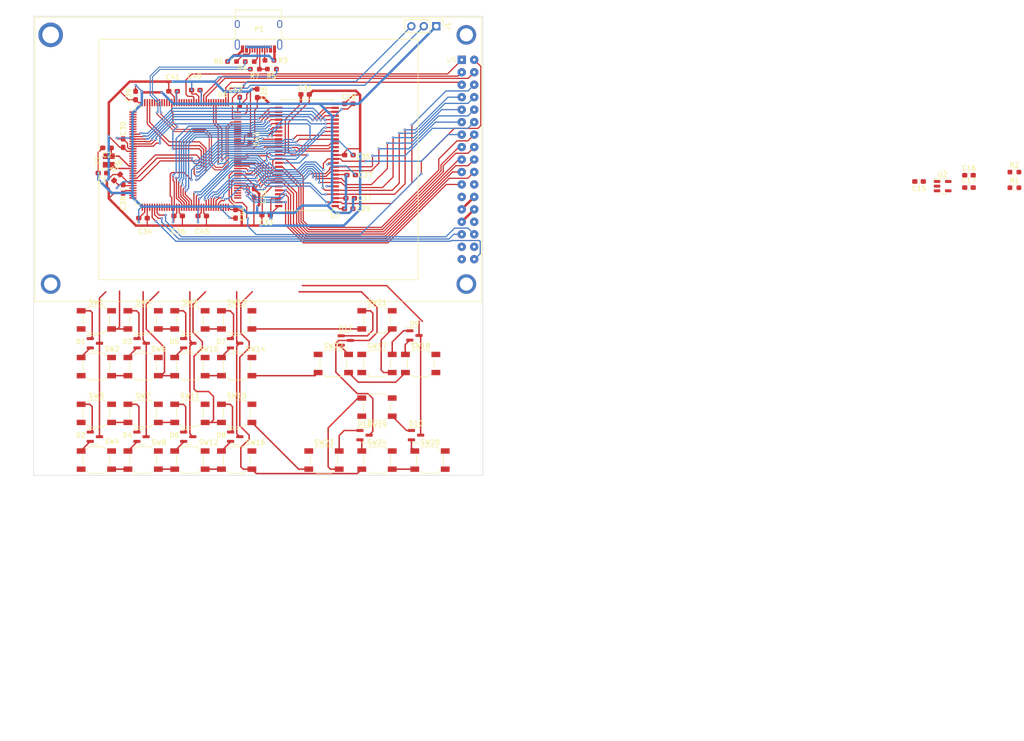
<source format=kicad_pcb>
(kicad_pcb (version 20221018) (generator pcbnew)
  (layers (0 "F.Cu" signal) (31 "B.Cu" signal) (34 "B.Paste" user) (35 "F.Paste" user) (36 "B.SilkS" user "B.Silkscreen") (37 "F.SilkS" user "F.Silkscreen") (38 "B.Mask" user) (39 "F.Mask" user) (44 "Edge.Cuts" user))
  (net 0 "")
  (net 1 "col_1")
  (net 2 "row_1")
  (net 3 "row_2")
  (net 4 "row_3")
  (net 5 "row_4")
  (net 6 "col_2")
  (net 7 "col_3")
  (net 8 "col_4")
  (net 9 "col_5")
  (net 10 "col_6")
  (net 11 "sck_touch")
  (net 12 "cs_touch")
  (net 13 "mosi_touch")
  (net 14 "miso_touch")
  (net 15 "+5V")
  (net 16 "GND")
  (net 17 "+3.3V")
  (net 18 "Net-(U2-BYP)")
  (net 19 "RESET")
  (net 20 "BOOT0")
  (net 21 "/FMC_A0")
  (net 22 "/FMC_A1")
  (net 23 "/FMC_A2")
  (net 24 "/FMC_A3")
  (net 25 "/FMC_A4")
  (net 26 "/FMC_A5")
  (net 27 "/FMC_~{WE}")
  (net 28 "/FMC_~{CS}")
  (net 29 "/FMC_CKE")
  (net 30 "/FMC_~{RAS}")
  (net 31 "/FMC_A6")
  (net 32 "/FMC_A7")
  (net 33 "/FMC_A8")
  (net 34 "/FMC_A9")
  (net 35 "/FMC_A10")
  (net 36 "/FMC_A11")
  (net 37 "/FMC_D4")
  (net 38 "/FMC_D5")
  (net 39 "/FMC_D6")
  (net 40 "/FMC_D7")
  (net 41 "/FMC_D8")
  (net 42 "/FMC_D9")
  (net 43 "/FMC_D10")
  (net 44 "/FMC_D11")
  (net 45 "/FMC_D12")
  (net 46 "/FMC_D13")
  (net 47 "/FMC_D14")
  (net 48 "/FMC_D15")
  (net 49 "/FMC_A16")
  (net 50 "/FMC_D0")
  (net 51 "/FMC_D1")
  (net 52 "/FMC_A12")
  (net 53 "/FMC_BA0")
  (net 54 "/FMC_BA1")
  (net 55 "/FMC_CLK")
  (net 56 "/FMC_D2")
  (net 57 "/FMC_D3")
  (net 58 "/FMC_NOE")
  (net 59 "/FMC_NWE")
  (net 60 "/FMC_NE1")
  (net 61 "/FMC_~{CAS}")
  (net 62 "/FMC_DQML")
  (net 63 "/FMC_DQMH")
  (net 65 "/LCD_RESET")
  (net 66 "/LCD_LED")
  (net 67 "irq_touch")
  (net 69 "Net-(D1-Pad1)")
  (net 70 "Net-(D1-Pad2)")
  (net 71 "Net-(D2-Pad1)")
  (net 72 "Net-(D2-Pad2)")
  (net 73 "Net-(D3-Pad1)")
  (net 74 "Net-(D3-Pad2)")
  (net 75 "Net-(D4-Pad1)")
  (net 76 "Net-(D4-Pad2)")
  (net 77 "Net-(D5-Pad1)")
  (net 78 "Net-(D5-Pad2)")
  (net 79 "Net-(D6-Pad1)")
  (net 80 "Net-(D6-Pad2)")
  (net 81 "Net-(D7-Pad1)")
  (net 82 "Net-(D7-Pad2)")
  (net 83 "Net-(D8-Pad1)")
  (net 84 "Net-(D8-Pad2)")
  (net 85 "Net-(D9-Pad1)")
  (net 86 "Net-(D9-Pad2)")
  (net 87 "Net-(D10-Pad1)")
  (net 88 "Net-(D10-Pad2)")
  (net 89 "Net-(D11-Pad1)")
  (net 90 "Net-(D11-Pad2)")
  (net 91 "Net-(D12-Pad1)")
  (net 92 "Net-(D12-Pad2)")
  (net 162 "osc2")
  (net 163 "osc1")
  (net 164 "Net-(P1-CC)")
  (net 165 "Net-(P1-D+)")
  (net 166 "Net-(P1-D-)")
  (net 167 "Net-(P1-VCONN)")
  (net 169 "USB_D-")
  (net 170 "USB_D+")
  (net 171 "SWCLK")
  (net 172 "SWDIO")
  (footprint "Capacitor_SMD:C_0603_1608Metric_Pad1.08x0.95mm_HandSolder" (layer "F.Cu") (at 91.165673 34.645084 180)
    (fp_text reference "C31")
    (fp_text value "100nF")
  )
  (footprint "Resistor_SMD:R_0603_1608Metric_Pad0.98x0.95mm_HandSolder" (layer "F.Cu") (at 80.941183 29.496688)
    (fp_text reference "R7")
    (fp_text value "20R")
  )
  (footprint "Button_Switch_SMD:SW_SPST_SKQG_WithoutStem" (layer "F.Cu") (at 58.179205 99.64)
    (fp_text reference "SW7")
    (fp_text value "SW_DIP_x01")
  )
  (footprint "Button_Switch_SMD:SW_SPST_SKQG_WithoutStem" (layer "F.Cu") (at 48.654205 99.64)
    (fp_text reference "SW3")
    (fp_text value "SW_DIP_x01")
  )
  (footprint "Capacitor_SMD:C_0603_1608Metric_Pad1.08x0.95mm_HandSolder" (layer "F.Cu") (at 79.890185 43.755786 -90)
    (fp_text reference "C43")
    (fp_text value "100nF")
  )
  (footprint "Resistor_SMD:R_0603_1608Metric_Pad0.98x0.95mm_HandSolder" (layer "F.Cu") (at 79.893193 27.95646)
    (fp_text reference "R4")
    (fp_text value "20R")
  )
  (footprint "Package_SO:TSOP-II-54_22.2x10.16mm_P0.8mm" (layer "F.Cu") (at 91.531245 46.99 180)
    (fp_text reference "U7")
    (fp_text value "MT48LC16M16A2TG")
  )
  (footprint "Button_Switch_SMD:SW_SPST_SKQG_WithoutStem" (layer "F.Cu") (at 95.009205 109.165)
    (fp_text reference "SW23")
    (fp_text value "SW_DIP_x01")
  )
  (footprint "Button_Switch_SMD:SW_SPST_SKQG_WithoutStem" (layer "F.Cu") (at 48.654205 109.165)
    (fp_text reference "SW4")
    (fp_text value "SW_DIP_x01")
  )
  (footprint "Connector_USB:USB_C_Receptacle_HRO_TYPE-C-31-M-12" (layer "F.Cu") (at 81.674205 21.355 180)
    (fp_text reference "P1")
    (fp_text value "USB_C_Plug_USB2.0")
  )
  (footprint "Capacitor_SMD:C_0603_1608Metric_Pad1.08x0.95mm_HandSolder" (layer "F.Cu") (at 64.268173 34.010084)
    (fp_text reference "C41")
    (fp_text value "100nF")
  )
  (footprint "Button_Switch_SMD:SW_SPST_SKQG_WithoutStem" (layer "F.Cu") (at 48.654205 80.59)
    (fp_text reference "SW1")
    (fp_text value "SW_DIP_x01")
  )
  (footprint "Capacitor_SMD:C_0603_1608Metric_Pad1.08x0.95mm_HandSolder" (layer "F.Cu") (at 65.310673 59.410084 180)
    (fp_text reference "C36")
    (fp_text value "100nF")
  )
  (footprint "Capacitor_SMD:C_0603_1608Metric_Pad1.08x0.95mm_HandSolder" (layer "F.Cu") (at 100.343939 55.807689)
    (fp_text reference "C37")
    (fp_text value "100nF")
  )
  (footprint "Button_Switch_SMD:SW_SPST_SKQG_WithoutStem" (layer "F.Cu") (at 58.179205 90.115)
    (fp_text reference "SW6")
    (fp_text value "SW_DIP_x01")
  )
  (footprint "Capacitor_SMD:C_0603_1608Metric_Pad1.08x0.95mm_HandSolder" (layer "F.Cu") (at 50.814846 45.538432 180)
    (fp_text reference "C2")
    (fp_text value "20pF")
  )
  (footprint "Package_TO_SOT_SMD:SOT-23" (layer "F.Cu") (at 113.756705 104.085)
    (fp_text reference "D10")
    (fp_text value "BAT54C")
  )
  (footprint "Package_TO_SOT_SMD:SOT-23" (layer "F.Cu") (at 57.846705 104.405)
    (fp_text reference "D4")
    (fp_text value "BAT54C")
  )
  (footprint "Capacitor_SMD:C_0603_1608Metric_Pad1.08x0.95mm_HandSolder" (layer "F.Cu") (at 52.863922 51.573024 -135)
    (fp_text reference "C28")
    (fp_text value "100nF")
  )
  (footprint "Connector_PinHeader_2.54mm:PinHeader_1x03_P2.54mm_Vertical" (layer "F.Cu") (at 117.879308 20.7548 -90)
    (fp_text reference "J1")
    (fp_text value "Conn_01x03")
  )
  (footprint "Resistor_SMD:R_0603_1608Metric_Pad0.98x0.95mm_HandSolder" (layer "F.Cu") (at 235.611786 53.655)
    (fp_text reference "R1")
    (fp_text value "10k")
  )
  (footprint "Capacitor_SMD:C_0603_1608Metric_Pad1.08x0.95mm_HandSolder" (layer "F.Cu") (at 58.149417 59.856108 180)
    (fp_text reference "C34")
    (fp_text value "100nF")
  )
  (footprint "Button_Switch_SMD:SW_SPST_SKQG_WithoutStem" (layer "F.Cu") (at 67.704205 109.165)
    (fp_text reference "SW12")
    (fp_text value "SW_DIP_x01")
  )
  (footprint "Capacitor_SMD:C_0603_1608Metric_Pad1.08x0.95mm_HandSolder" (layer "F.Cu") (at 100.055673 36.550084)
    (fp_text reference "C18")
    (fp_text value "100nF")
  )
  (footprint "Package_TO_SOT_SMD:SOT-23" (layer "F.Cu") (at 48.351705 85.355)
    (fp_text reference "D1")
    (fp_text value "BAT54C")
  )
  (footprint "Capacitor_SMD:C_0603_1608Metric_Pad1.08x0.95mm_HandSolder" (layer "F.Cu") (at 100.540377 51.069908)
    (fp_text reference "C27")
    (fp_text value "100nF")
  )
  (footprint "Package_TO_SOT_SMD:SOT-23" (layer "F.Cu") (at 67.371705 85.355)
    (fp_text reference "D5")
    (fp_text value "BAT54C")
  )
  (footprint "Button_Switch_SMD:SW_SPST_SKQG_WithoutStem" (layer "F.Cu") (at 67.704205 90.115)
    (fp_text reference "SW10")
    (fp_text value "SW_DIP_x01")
  )
  (footprint "Capacitor_SMD:C_0603_1608Metric_Pad1.08x0.95mm_HandSolder" (layer "F.Cu") (at 54.108173 53.922584 90)
    (fp_text reference "C38")
    (fp_text value "100nF")
  )
  (footprint "Resistor_SMD:R_0603_1608Metric_Pad0.98x0.95mm_HandSolder" (layer "F.Cu") (at 76.287894 27.94)
    (fp_text reference "R6")
    (fp_text value "5.1k")
  )
  (footprint "Package_TO_SOT_SMD:SOT-23" (layer "F.Cu") (at 76.926705 104.4)
    (fp_text reference "D8")
    (fp_text value "BAT54C")
  )
  (footprint "Capacitor_SMD:C_0603_1608Metric_Pad1.08x0.95mm_HandSolder" (layer "F.Cu") (at 76.989169 58.98959 -90)
    (fp_text reference "C44")
    (fp_text value "100nF")
  )
  (footprint "Resistor_SMD:R_0603_1608Metric_Pad0.98x0.95mm_HandSolder" (layer "F.Cu") (at 235.611786 50.48)
    (fp_text reference "R2")
    (fp_text value "100k")
  )
  (footprint "Capacitor_SMD:C_0603_1608Metric_Pad1.08x0.95mm_HandSolder" (layer "F.Cu") (at 81.413173 34.417584 -90)
    (fp_text reference "C26")
    (fp_text value "10mkF")
  )
  (footprint "Button_Switch_SMD:SW_SPST_SKQG_WithoutStem" (layer "F.Cu") (at 105.804205 80.59)
    (fp_text reference "SW21")
    (fp_text value "SW_DIP_x01")
  )
  (footprint "Button_Switch_SMD:SW_SPST_SKQG_WithoutStem" (layer "F.Cu") (at 116.599205 109.165)
    (fp_text reference "SW20")
    (fp_text value "SW_DIP_x01")
  )
  (footprint "Crystal:Crystal_SMD_2520-4Pin_2.5x2.0mm" (layer "F.Cu") (at 51.166705 48.107592 90)
    (fp_text reference "Y1")
    (fp_text value "Crystal")
  )
  (footprint "Resistor_SMD:R_0603_1608Metric_Pad0.98x0.95mm_HandSolder" (layer "F.Cu") (at 83.905097 27.710274 180)
    (fp_text reference "R3")
    (fp_text value "5.1k")
  )
  (footprint "Capacitor_SMD:C_0603_1608Metric_Pad1.08x0.95mm_HandSolder" (layer "F.Cu") (at 226.354168 53.63)
    (fp_text reference "C17")
    (fp_text value "1mkF")
  )
  (footprint "Package_TO_SOT_SMD:SOT-23" (layer "F.Cu") (at 76.896705 85.355)
    (fp_text reference "D7")
    (fp_text value "BAT54C")
  )
  (footprint "Capacitor_SMD:C_0603_1608Metric_Pad1.08x0.95mm_HandSolder" (layer "F.Cu") (at 56.648173 34.872584 90)
    (fp_text reference "C39")
    (fp_text value "100nF")
  )
  (footprint "Button_Switch_SMD:SW_SPST_SKQG_WithoutStem" (layer "F.Cu") (at 114.694205 89.48)
    (fp_text reference "SW18")
    (fp_text value "SW_DIP_x01")
  )
  (footprint "Package_TO_SOT_SMD:SOT-23" (layer "F.Cu") (at 67.371705 104.405)
    (fp_text reference "D6")
    (fp_text value "BAT54C")
  )
  (footprint "Package_QFP:LQFP-144_20x20mm_P0.5mm" (layer "F.Cu") (at 66.766245 46.99)
    (fp_text reference "U6")
    (fp_text value "STM32F427ZGTx")
  )
  (footprint "Capacitor_SMD:C_0603_1608Metric_Pad1.08x0.95mm_HandSolder" (layer "F.Cu") (at 100.080452 47.001239)
    (fp_text reference "C35")
    (fp_text value "100nF")
  )
  (footprint "Button_Switch_SMD:SW_SPST_SKQG_WithoutStem" (layer "F.Cu") (at 58.179205 109.165)
    (fp_text reference "SW8")
    (fp_text value "SW_DIP_x01")
  )
  (footprint "Capacitor_SMD:C_0603_1608Metric_Pad1.08x0.95mm_HandSolder" (layer "F.Cu") (at 80.778173 54.737584 90)
    (fp_text reference "C42")
    (fp_text value "100nF")
  )
  (footprint "Button_Switch_SMD:SW_SPST_SKQG_WithoutStem" (layer "F.Cu") (at 105.804205 109.165)
    (fp_text reference "SW24")
    (fp_text value "SW_DIP_x01")
  )
  (footprint "Package_TO_SOT_SMD:SOT-23" (layer "F.Cu") (at 48.351705 104.405)
    (fp_text reference "D2")
    (fp_text value "BAT54C")
  )
  (footprint "Button_Switch_SMD:SW_SPST_SKQG_WithoutStem" (layer "F.Cu") (at 77.229205 90.115)
    (fp_text reference "SW14")
    (fp_text value "SW_DIP_x01")
  )
  (footprint "Resistor_SMD:R_0603_1608Metric_Pad0.98x0.95mm_HandSolder" (layer "F.Cu") (at 84.403769 29.480809)
    (fp_text reference "R5")
    (fp_text value "1k")
  )
  (footprint "Button_Switch_SMD:SW_SPST_SKQG_WithoutStem" (layer "F.Cu") (at 48.654205 90.115)
    (fp_text reference "SW2")
    (fp_text value "SW_DIP_x01")
  )
  (footprint "Capacitor_SMD:C_0603_1608Metric_Pad1.08x0.95mm_HandSolder" (layer "F.Cu") (at 54.108173 44.577584 90)
    (fp_text reference "C30")
    (fp_text value "100nF")
  )
  (footprint "Capacitor_SMD:C_0603_1608Metric_Pad1.08x0.95mm_HandSolder" (layer "F.Cu") (at 100.036714 57.949887)
    (fp_text reference "C29")
    (fp_text value "100nF")
  )
  (footprint "Package_TO_SOT_SMD:SOT-23" (layer "F.Cu") (at 103.264205 104.085)
    (fp_text reference "D12")
    (fp_text value "BAT54C")
  )
  (footprint "Button_Switch_SMD:SW_SPST_SKQG_WithoutStem" (layer "F.Cu") (at 96.914205 89.48)
    (fp_text reference "SW22")
    (fp_text value "SW_DIP_x01")
  )
  (footprint "Package_TO_SOT_SMD:SOT-23-5" (layer "F.Cu") (at 220.999168 53.34)
    (fp_text reference "U2")
    (fp_text value "LD3985M33R_SOT23")
  )
  (footprint "Package_TO_SOT_SMD:SOT-23" (layer "F.Cu") (at 113.424205 83.765)
    (fp_text reference "D9")
    (fp_text value "BAT54C")
  )
  (footprint "Button_Switch_SMD:SW_SPST_SKQG_WithoutStem" (layer "F.Cu") (at 77.229205 109.165)
    (fp_text reference "SW16")
    (fp_text value "SW_DIP_x01")
  )
  (footprint "Capacitor_SMD:C_0603_1608Metric_Pad1.08x0.95mm_HandSolder" (layer "F.Cu") (at 77.842104 36.080223 90)
    (fp_text reference "C32")
    (fp_text value "100nF")
  )
  (footprint "Package_TO_SOT_SMD:SOT-23" (layer "F.Cu") (at 99.449307 84.789785)
    (fp_text reference "D11")
    (fp_text value "BAT54C")
  )
  (footprint "Capacitor_SMD:C_0603_1608Metric_Pad1.08x0.95mm_HandSolder" (layer "F.Cu") (at 226.354168 51.12)
    (fp_text reference "C16")
    (fp_text value "byp10nF")
  )
  (footprint "Button_Switch_SMD:SW_SPST_SKQG_WithoutStem" (layer "F.Cu") (at 77.229205 80.59)
    (fp_text reference "SW13")
    (fp_text value "SW_DIP_x01")
  )
  (footprint "Capacitor_SMD:C_0603_1608Metric_Pad1.08x0.95mm_HandSolder" (layer "F.Cu") (at 83.229799 59.22596)
    (fp_text reference "C33")
    (fp_text value "100nF")
  )
  (footprint "Button_Switch_SMD:SW_SPST_SKQG_WithoutStem" (layer "F.Cu") (at 58.179205 80.59)
    (fp_text reference "SW5")
    (fp_text value "SW_DIP_x01")
  )
  (footprint "Capacitor_SMD:C_0603_1608Metric_Pad1.08x0.95mm_HandSolder" (layer "F.Cu") (at 68.906579 33.777346)
    (fp_text reference "C40")
    (fp_text value "100nF")
  )
  (footprint "Capacitor_SMD:C_0603_1608Metric_Pad1.08x0.95mm_HandSolder" (layer "F.Cu") (at 70.210673 59.410084 180)
    (fp_text reference "C45")
    (fp_text value "100nF")
  )
  (footprint "Button_Switch_SMD:SW_SPST_SKQG_WithoutStem" (layer "F.Cu") (at 105.804205 98.37 180)
    (fp_text reference "SW19")
    (fp_text value "SW_DIP_x01")
  )
  (footprint "Capacitor_SMD:C_0603_1608Metric_Pad1.08x0.95mm_HandSolder" (layer "F.Cu") (at 216.194168 52.39 180)
    (fp_text reference "C15")
    (fp_text value "1mkF")
  )
  (footprint "Package_TO_SOT_SMD:SOT-23" (layer "F.Cu") (at 57.876705 85.35)
    (fp_text reference "D3")
    (fp_text value "BAT54C")
  )
  (footprint "my_lib:ili9486_16bit_3.2" (layer "F.Cu") (at 126.999205 76.713202 180)
    (fp_text reference "U5")
    (fp_text value "~")
  )
  (footprint "Button_Switch_SMD:SW_SPST_SKQG_WithoutStem" (layer "F.Cu") (at 67.704205 80.59)
    (fp_text reference "SW9")
    (fp_text value "SW_DIP_x01")
  )
  (footprint "Button_Switch_SMD:SW_SPST_SKQG_WithoutStem" (layer "F.Cu") (at 105.804205 89.48)
    (fp_text reference "SW17")
    (fp_text value "SW_DIP_x01")
  )
  (footprint "Button_Switch_SMD:SW_SPST_SKQG_WithoutStem" (layer "F.Cu") (at 67.704205 99.64)
    (fp_text reference "SW11")
    (fp_text value "SW_DIP_x01")
  )
  (footprint "Button_Switch_SMD:SW_SPST_SKQG_WithoutStem" (layer "F.Cu") (at 77.229205 99.64)
    (fp_text reference "SW15")
    (fp_text value "SW_DIP_x01")
  )
  (footprint "Capacitor_SMD:C_0603_1608Metric_Pad1.08x0.95mm_HandSolder" (layer "F.Cu") (at 49.892704 50.671076 180)
    (fp_text reference "C1")
    (fp_text value "20pF")
  )
  (gr_rect (start 35.875307 18.726815) (end 127.367964 112.260215) (stroke (width 0.1)) (fill none) (layer "Edge.Cuts"))
  (segment (start 49.289205 104.405) (end 49.289205 85.355) (width 0.3) (layer "F.Cu") (net 1))
  (segment (start 49.289205 76.145) (end 50.559205 74.875) (width 0.3) (layer "F.Cu") (net 1))
  (segment (start 49.289205 85.355) (end 49.289205 76.145) (width 0.3) (layer "F.Cu") (net 1))
  (segment (start 51.754205 82.44) (end 52.954205 82.44) (width 0.3) (layer "F.Cu") (net 2))
  (segment (start 106.654205 84.69) (end 106.654205 90.842132) (width 0.3) (layer "F.Cu") (net 2))
  (segment (start 107.142073 91.33) (end 108.904205 91.33) (width 0.3) (layer "F.Cu") (net 2))
  (segment (start 53.371943 82.022262) (end 53.371943 74.734459) (width 0.3) (layer "F.Cu") (net 2))
  (segment (start 106.654205 90.842132) (end 107.142073 91.33) (width 0.3) (layer "F.Cu") (net 2))
  (segment (start 70.804205 82.44) (end 74.129205 82.44) (width 0.3) (layer "F.Cu") (net 2))
  (segment (start 61.279205 82.44) (end 64.604205 82.44) (width 0.3) (layer "F.Cu") (net 2))
  (segment (start 80.329205 82.44) (end 102.704205 82.44) (width 0.3) (layer "F.Cu") (net 2))
  (segment (start 51.754205 82.44) (end 55.079205 82.44) (width 0.3) (layer "F.Cu") (net 2))
  (segment (start 52.954205 82.44) (end 53.371943 82.022262) (width 0.3) (layer "F.Cu") (net 2))
  (segment (start 108.904205 82.44) (end 106.654205 84.69) (width 0.3) (layer "F.Cu") (net 2))
  (segment (start 58.814205 82.495) (end 58.814205 77.415) (width 0.3) (layer "F.Cu") (net 3))
  (segment (start 109.634205 93.29) (end 111.594205 91.33) (width 0.3) (layer "F.Cu") (net 3))
  (segment (start 61.279205 91.965) (end 61.841337 91.965) (width 0.3) (layer "F.Cu") (net 3))
  (segment (start 80.329205 91.965) (end 93.179205 91.965) (width 0.3) (layer "F.Cu") (net 3))
  (segment (start 58.814205 77.415) (end 61.354205 74.875) (width 0.3) (layer "F.Cu") (net 3))
  (segment (start 51.754205 91.965) (end 55.079205 91.965) (width 0.3) (layer "F.Cu") (net 3))
  (segment (start 62.529205 86.21) (end 58.814205 82.495) (width 0.3) (layer "F.Cu") (net 3))
  (segment (start 101.974205 93.29) (end 109.634205 93.29) (width 0.3) (layer "F.Cu") (net 3))
  (segment (start 62.529205 91.277132) (end 62.529205 86.21) (width 0.3) (layer "F.Cu") (net 3))
  (segment (start 70.804205 91.965) (end 74.129205 91.965) (width 0.3) (layer "F.Cu") (net 3))
  (segment (start 100.014205 91.33) (end 101.974205 93.29) (width 0.3) (layer "F.Cu") (net 3))
  (segment (start 93.179205 91.965) (end 93.814205 91.33) (width 0.3) (layer "F.Cu") (net 3))
  (segment (start 61.279205 91.965) (end 64.604205 91.965) (width 0.3) (layer "F.Cu") (net 3))
  (segment (start 61.841337 91.965) (end 62.529205 91.277132) (width 0.3) (layer "F.Cu") (net 3))
  (segment (start 70.804205 101.49) (end 72.004205 101.49) (width 0.3) (layer "F.Cu") (net 4))
  (segment (start 68.339205 77.415) (end 70.879205 74.875) (width 0.3) (layer "F.Cu") (net 4))
  (segment (start 95.859205 110.527132) (end 95.859205 102.6) (width 0.3) (layer "F.Cu") (net 4))
  (segment (start 95.859205 102.6) (end 101.939205 96.52) (width 0.3) (layer "F.Cu") (net 4))
  (segment (start 51.754205 101.49) (end 55.079205 101.49) (width 0.3) (layer "F.Cu") (net 4))
  (segment (start 96.347073 111.015) (end 95.859205 110.527132) (width 0.3) (layer "F.Cu") (net 4))
  (segment (start 70.804205 101.49) (end 74.129205 101.49) (width 0.3) (layer "F.Cu") (net 4))
  (segment (start 89.854205 111.015) (end 91.909205 111.015) (width 0.3) (layer "F.Cu") (net 4))
  (segment (start 72.510186 100.984019) (end 72.510186 96.190981) (width 0.3) (layer "F.Cu") (net 4))
  (segment (start 70.244205 86.305) (end 70.244205 85.035) (width 0.3) (layer "F.Cu") (net 4))
  (segment (start 61.279205 101.49) (end 64.604205 101.49) (width 0.3) (layer "F.Cu") (net 4))
  (segment (start 68.339205 83.13) (end 68.339205 77.415) (width 0.3) (layer "F.Cu") (net 4))
  (segment (start 69.054205 95.195) (end 68.554205 94.695) (width 0.3) (layer "F.Cu") (net 4))
  (segment (start 101.939205 96.52) (end 102.704205 96.52) (width 0.3) (layer "F.Cu") (net 4))
  (segment (start 68.554205 87.995) (end 70.244205 86.305) (width 0.3) (layer "F.Cu") (net 4))
  (segment (start 71.514205 95.195) (end 69.054205 95.195) (width 0.3) (layer "F.Cu") (net 4))
  (segment (start 72.510186 96.190981) (end 71.514205 95.195) (width 0.3) (layer "F.Cu") (net 4))
  (segment (start 72.004205 101.49) (end 72.510186 100.984019) (width 0.3) (layer "F.Cu") (net 4))
  (segment (start 80.329205 101.49) (end 89.854205 111.015) (width 0.3) (layer "F.Cu") (net 4))
  (segment (start 70.244205 85.035) (end 68.339205 83.13) (width 0.3) (layer "F.Cu") (net 4))
  (segment (start 68.554205 94.695) (end 68.554205 87.995) (width 0.3) (layer "F.Cu") (net 4))
  (segment (start 98.109205 111.015) (end 96.347073 111.015) (width 0.3) (layer "F.Cu") (net 4))
  (segment (start 101.804205 111.915) (end 102.704205 111.015) (width 0.3) (layer "F.Cu") (net 5))
  (segment (start 79.769205 104.085) (end 77.870258 102.186053) (width 0.3) (layer "F.Cu") (net 5))
  (segment (start 78.079205 110.527132) (end 78.079205 106.592678) (width 0.3) (layer "F.Cu") (net 5))
  (segment (start 51.754205 111.015) (end 55.079205 111.015) (width 0.3) (layer "F.Cu") (net 5))
  (segment (start 78.567073 111.015) (end 78.079205 110.527132) (width 0.3) (layer "F.Cu") (net 5))
  (segment (start 70.804205 111.015) (end 74.129205 111.015) (width 0.3) (layer "F.Cu") (net 5))
  (segment (start 80.329205 111.015) (end 81.229205 111.915) (width 0.3) (layer "F.Cu") (net 5))
  (segment (start 79.769205 85.035) (end 78.079205 83.345) (width 0.3) (layer "F.Cu") (net 5))
  (segment (start 78.079205 106.592678) (end 79.769205 104.902678) (width 0.3) (layer "F.Cu") (net 5))
  (segment (start 81.229205 111.915) (end 101.804205 111.915) (width 0.3) (layer "F.Cu") (net 5))
  (segment (start 108.904205 111.015) (end 113.499205 111.015) (width 0.3) (layer "F.Cu") (net 5))
  (segment (start 79.769205 104.902678) (end 79.769205 104.085) (width 0.3) (layer "F.Cu") (net 5))
  (segment (start 78.079205 77.2) (end 80.404205 74.875) (width 0.3) (layer "F.Cu") (net 5))
  (segment (start 77.870258 88.216052) (end 79.769205 86.317105) (width 0.3) (layer "F.Cu") (net 5))
  (segment (start 77.870258 102.186053) (end 77.870258 88.216052) (width 0.3) (layer "F.Cu") (net 5))
  (segment (start 80.329205 111.015) (end 78.567073 111.015) (width 0.3) (layer "F.Cu") (net 5))
  (segment (start 61.279205 111.015) (end 64.604205 111.015) (width 0.3) (layer "F.Cu") (net 5))
  (segment (start 78.079205 83.345) (end 78.079205 77.2) (width 0.3) (layer "F.Cu") (net 5))
  (segment (start 79.769205 86.317105) (end 79.769205 85.035) (width 0.3) (layer "F.Cu") (net 5))
  (segment (start 58.814205 104.375) (end 58.784205 104.405) (width 0.3) (layer "F.Cu") (net 6))
  (segment (start 58.814205 85.35) (end 58.179205 84.715) (width 0.3) (layer "F.Cu") (net 6))
  (segment (start 58.179205 84.715) (end 58.179205 74.875) (width 0.3) (layer "F.Cu") (net 6))
  (segment (start 58.814205 85.35) (end 58.814205 104.375) (width 0.3) (layer "F.Cu") (net 6))
  (segment (start 67.704205 103.8) (end 68.309205 104.405) (width 0.3) (layer "F.Cu") (net 7))
  (segment (start 68.309205 85.355) (end 67.704205 85.96) (width 0.3) (layer "F.Cu") (net 7))
  (segment (start 67.704205 85.96) (end 67.704205 103.8) (width 0.3) (layer "F.Cu") (net 7))
  (segment (start 67.704205 84.75) (end 67.704205 74.875) (width 0.3) (layer "F.Cu") (net 7))
  (segment (start 68.309205 85.355) (end 67.704205 84.75) (width 0.3) (layer "F.Cu") (net 7))
  (segment (start 77.639598 85.355) (end 77.229205 84.944607) (width 0.3) (layer "F.Cu") (net 8))
  (segment (start 77.834205 85.355) (end 77.639598 85.355) (width 0.3) (layer "F.Cu") (net 8))
  (segment (start 77.229205 103.765) (end 77.229205 85.96) (width 0.3) (layer "F.Cu") (net 8))
  (segment (start 77.229205 84.944607) (end 77.229205 74.875) (width 0.3) (layer "F.Cu") (net 8))
  (segment (start 77.864205 104.4) (end 77.229205 103.765) (width 0.3) (layer "F.Cu") (net 8))
  (segment (start 77.229205 85.96) (end 77.834205 85.355) (width 0.3) (layer "F.Cu") (net 8))
  (segment (start 114.361705 83.765) (end 114.361705 80.8925) (width 0.3) (layer "F.Cu") (net 9))
  (segment (start 114.694205 84.0975) (end 114.361705 83.765) (width 0.3) (layer "F.Cu") (net 9))
  (segment (start 107.77 73.605) (end 90.625 73.605) (width 0.3) (layer "F.Cu") (net 9))
  (segment (start 114.694205 104.085) (end 114.694205 84.0975) (width 0.3) (layer "F.Cu") (net 9))
  (segment (start 115.0575 80.8925) (end 107.77 73.605) (width 0.3) (layer "F.Cu") (net 9))
  (segment (start 97.424307 91.260102) (end 97.424307 85.382678) (width 0.3) (layer "F.Cu") (net 10))
  (segment (start 103.954205 95.62) (end 101.784205 95.62) (width 0.3) (layer "F.Cu") (net 10))
  (segment (start 101.784205 95.62) (end 97.424307 91.260102) (width 0.3) (layer "F.Cu") (net 10))
  (segment (start 98.0172 84.789785) (end 100.386807 84.789785) (width 0.3) (layer "F.Cu") (net 10))
  (segment (start 97.424307 85.382678) (end 98.0172 84.789785) (width 0.3) (layer "F.Cu") (net 10))
  (segment (start 104.954205 96.62) (end 103.954205 95.62) (width 0.3) (layer "F.Cu") (net 10))
  (segment (start 105.804205 83.166053) (end 105.804205 78.05) (width 0.3) (layer "F.Cu") (net 10))
  (segment (start 105.804205 78.05) (end 102.629205 74.875) (width 0.3) (layer "F.Cu") (net 10))
  (segment (start 104.954205 103.3325) (end 104.954205 96.62) (width 0.3) (layer "F.Cu") (net 10))
  (segment (start 100.386807 84.789785) (end 104.180473 84.789785) (width 0.3) (layer "F.Cu") (net 10))
  (segment (start 104.201705 104.085) (end 104.954205 103.3325) (width 0.3) (layer "F.Cu") (net 10))
  (segment (start 104.180473 84.789785) (end 105.804205 83.166053) (width 0.3) (layer "F.Cu") (net 10))
  (segment (start 102.629205 74.875) (end 89.929205 74.875) (width 0.3) (layer "F.Cu") (net 10))
  (segment (start 60.016245 59.743412) (end 60.016245 57.6525) (width 0.25) (layer "F.Cu") (net 11))
  (segment (start 60.790708 60.517875) (end 60.016245 59.743412) (width 0.25) (layer "F.Cu") (net 11))
  (via (at 60.790708 60.517875) (size 0.5) (drill 0.2) (layers "F.Cu" "B.Cu") (net 11))
  (segment (start 120.80642 64.566086) (end 64.838919 64.566086) (width 0.25) (layer "B.Cu") (net 11))
  (segment (start 126.61706 64.418739) (end 120.953767 64.418739) (width 0.25) (layer "B.Cu") (net 11))
  (segment (start 125.688638 68.233202) (end 126.821679 67.100161) (width 0.25) (layer "B.Cu") (net 11))
  (segment (start 120.953767 64.418739) (end 120.80642 64.566086) (width 0.25) (layer "B.Cu") (net 11))
  (segment (start 126.821679 64.623358) (end 126.61706 64.418739) (width 0.25) (layer "B.Cu") (net 11))
  (segment (start 126.821679 67.100161) (end 126.821679 64.623358) (width 0.25) (layer "B.Cu") (net 11))
  (segment (start 64.838919 64.566086) (end 60.790708 60.517875) (width 0.25) (layer "B.Cu") (net 11))
  (segment (start 125.599205 68.233202) (end 125.688638 68.233202) (width 0.25) (layer "B.Cu") (net 11))
  (segment (start 61.016245 58.796631) (end 61.016245 57.6525) (width 0.25) (layer "F.Cu") (net 13))
  (segment (start 62.741721 59.24334) (end 61.462954 59.24334) (width 0.25) (layer "F.Cu") (net 13))
  (segment (start 61.462954 59.24334) (end 61.016245 58.796631) (width 0.25) (layer "F.Cu") (net 13))
  (via (at 62.741721 59.24334) (size 0.5) (drill 0.2) (layers "F.Cu" "B.Cu") (net 13))
  (segment (start 62.741721 59.24334) (end 62.741721 60.427582) (width 0.25) (layer "B.Cu") (net 13))
  (segment (start 121.601907 61.889869) (end 124.335872 61.889869) (width 0.25) (layer "B.Cu") (net 13))
  (segment (start 65.980225 63.666086) (end 119.82569 63.666086) (width 0.25) (layer "B.Cu") (net 13))
  (segment (start 119.82569 63.666086) (end 121.601907 61.889869) (width 0.25) (layer "B.Cu") (net 13))
  (segment (start 62.741721 60.427582) (end 65.980225 63.666086) (width 0.25) (layer "B.Cu") (net 13))
  (segment (start 124.335872 61.889869) (end 125.599205 63.153202) (width 0.25) (layer "B.Cu") (net 13))
  (segment (start 60.516245 59.153525) (end 60.516245 57.6525) (width 0.25) (layer "F.Cu") (net 14))
  (segment (start 61.259607 59.896887) (end 60.516245 59.153525) (width 0.25) (layer "F.Cu") (net 14))
  (segment (start 61.953744 59.896887) (end 61.259607 59.896887) (width 0.25) (layer "F.Cu") (net 14))
  (via (at 61.953744 59.896887) (size 0.5) (drill 0.2) (layers "F.Cu" "B.Cu") (net 14))
  (segment (start 120.464317 64.116086) (end 121.427201 63.153202) (width 0.25) (layer "B.Cu") (net 14))
  (segment (start 61.953744 60.652633) (end 65.417197 64.116086) (width 0.25) (layer "B.Cu") (net 14))
  (segment (start 121.427201 63.153202) (end 123.059205 63.153202) (width 0.25) (layer "B.Cu") (net 14))
  (segment (start 61.953744 59.896887) (end 61.953744 60.652633) (width 0.25) (layer "B.Cu") (net 14))
  (segment (start 65.417197 64.116086) (end 120.464317 64.116086) (width 0.25) (layer "B.Cu") (net 14))
  (via (at 79.231712 24.971178) (size 0.5) (drill 0.2) (layers "F.Cu" "B.Cu") (net 15))
  (via (at 84.132526 24.978836) (size 0.5) (drill 0.2) (layers "F.Cu" "B.Cu") (net 15))
  (segment (start 84.132526 24.978836) (end 79.23937 24.978836) (width 0.5) (layer "B.Cu") (net 15))
  (segment (start 79.23937 24.978836) (end 79.231712 24.971178) (width 0.5) (layer "B.Cu") (net 15))
  (segment (start 55.30056 45.74) (end 56.103745 45.74) (width 0.25) (layer "F.Cu") (net 16))
  (segment (start 80.371714 44.618286) (end 80.896985 44.093015) (width 0.25) (layer "F.Cu") (net 16))
  (segment (start 65.016245 58.842012) (end 65.016245 57.6525) (width 0.25) (layer "F.Cu") (net 16))
  (segment (start 80.871386 53.875084) (end 80.778173 53.875084) (width 0.25) (layer "F.Cu") (net 16))
  (segment (start 75.364437 27.971757) (end 75.343637 27.971757) (width 0.5) (layer "F.Cu") (net 16))
  (segment (start 81.413173 37.350895) (end 81.413173 35.280084) (width 0.25) (layer "F.Cu") (net 16))
  (segment (start 57.283173 59.859852) (end 57.286917 59.856108) (width 0.25) (layer "F.Cu") (net 16))
  (segment (start 53.131222 53.402035) (end 52.838173 53.695084) (width 0.25) (layer "F.Cu") (net 16))
  (segment (start 58.053806 34.232379) (end 57.936663 34.115236) (width 0.5) (layer "F.Cu") (net 16))
  (segment (start 84.17819 60.013144) (end 84.17819 58.920678) (width 0.5) (layer "F.Cu") (net 16))
  (segment (start 76.659561 26.655833) (end 75.364437 27.950957) (width 0.5) (layer "F.Cu") (net 16))
  (segment (start 80.896985 37.867083) (end 81.413173 37.350895) (width 0.25) (layer "F.Cu") (net 16))
  (segment (start 75.343637 27.971757) (end 75.375394 27.94) (width 0.5) (layer "F.Cu") (net 16))
  (segment (start 78.424205 25.658462) (end 77.426834 26.655833) (width 0.5) (layer "F.Cu") (net 16))
  (segment (start 80.778173 53.875084) (end 81.81 54.906911) (width 0.5) (layer "F.Cu") (net 16))
  (segment (start 65.130673 34.010084) (end 65.016245 34.124512) (width 0.25) (layer "F.Cu") (net 16))
  (segment (start 84.762537 27.765334) (end 84.817597 27.710274) (width 0.5) (layer "F.Cu") (net 16))
  (segment (start 84.393895 51.379746) (end 83.366724 51.379746) (width 0.25) (layer "F.Cu") (net 16))
  (segment (start 53.131222 53.060084) (end 52.254042 52.182904) (width 0.25) (layer "F.Cu") (net 16))
  (segment (start 78.308848 50.74) (end 79.353348 51.7845) (width 0.25) (layer "F.Cu") (net 16))
  (segment (start 77.428745 45.24) (end 79.268471 45.24) (width 0.25) (layer "F.Cu") (net 16))
  (segment (start 64.448173 60.500084) (end 64.268173 60.680084) (width 0.25) (layer "F.Cu") (net 16))
  (segment (start 84.72082 51.052821) (end 84.393895 51.379746) (width 0.25) (layer "F.Cu") (net 16))
  (segment (start 64.448173 59.410084) (end 65.016245 58.842012) (width 0.25) (layer "F.Cu") (net 16))
  (segment (start 78.424205 25.4) (end 78.424205 25.658462) (width 0.5) (layer "F.Cu") (net 16))
  (segment (start 75.815313 59.779333) (end 75.802884 59.766904) (width 0.25) (layer "F.Cu") (net 16))
  (segment (start 80.896985 44.093015) (end 80.896985 37.867083) (width 0.25) (layer "F.Cu") (net 16))
  (segment (start 81.81 55.88) (end 81.81 57.108257) (width 0.5) (layer "F.Cu") (net 16))
  (segment (start 85.781245 55.79) (end 84.44 55.79) (width 0.25) (layer "F.Cu") (net 16))
  (segment (start 58.516245 57.6525) (end 58.516245 58.644991) (width 0.25) (layer "F.Cu") (net 16))
  (segment (start 84.924205 25.4) (end 84.924205 27.603666) (width 0.5) (layer "F.Cu") (net 16))
  (segment (start 99.852372 37.615885) (end 100.918173 36.550084) (width 0.25) (layer "F.Cu") (net 16))
  (segment (start 75.364437 27.950957) (end 75.364437 27.971757) (width 0.5) (layer "F.Cu") (net 16))
  (segment (start 87.128173 39.725084) (end 90.303173 36.550084) (width 0.25) (layer "F.Cu") (net 16))
  (segment (start 56.103745 53.24) (end 54.288089 53.24) (width 0.25) (layer "F.Cu") (net 16))
  (segment (start 77.428745 50.74) (end 78.308848 50.74) (width 0.25) (layer "F.Cu") (net 16))
  (segment (start 54.108173 53.060084) (end 53.131222 53.060084) (width 0.25) (layer "F.Cu") (net 16))
  (segment (start 78.786923 38.74) (end 79.348095 38.178828) (width 0.25) (layer "F.Cu") (net 16))
  (segment (start 85.718424 51.052821) (end 84.72082 51.052821) (width 0.25) (layer "F.Cu") (net 16))
  (segment (start 84.17819 58.993055) (end 84.17819 60.013144) (width 0.25) (layer "F.Cu") (net 16))
  (segment (start 54.108173 43.715084) (end 53.018173 43.715084) (width 0.25) (layer "F.Cu") (net 16))
  (segment (start 79.890185 44.618286) (end 80.371714 44.618286) (width 0.25) (layer "F.Cu") (net 16))
  (segment (start 85.781245 50.99) (end 85.718424 51.052821) (width 0.25) (layer "F.Cu") (net 16))
  (segment (start 84.780468 27.765334) (end 84.762537 27.765334) (width 0.5) (layer "F.Cu") (net 16))
  (segment (start 55.000644 44.607555) (end 55.000644 45.440084) (width 0.25) (layer "F.Cu") (net 16))
  (segment (start 81.81 54.906911) (end 81.81 55.88) (width 0.5) (layer "F.Cu") (net 16))
  (segment (start 90.303173 36.550084) (end 85.781245 36.59) (width 0.25) (layer "F.Cu") (net 16))
  (segment (start 85.781245 57.39) (end 84.17819 58.993055) (width 0.25) (layer "F.Cu") (net 16))
  (segment (start 80.778173 53.209325) (end 79.353348 51.7845) (width 0.25) (layer "F.Cu") (net 16))
  (segment (start 79.268471 45.24) (end 79.890185 44.618286) (width 0.25) (layer "F.Cu") (net 16))
  (segment (start 55.000644 45.440084) (end 55.30056 45.74) (width 0.25) (layer "F.Cu") (net 16))
  (segment (start 83.366724 51.379746) (end 80.871386 53.875084) (width 0.25) (layer "F.Cu") (net 16))
  (segment (start 56.648173 34.010084) (end 56.648173 32.740084) (width 0.25) (layer "F.Cu") (net 16))
  (segment (start 84.924205 27.603666) (end 84.780468 27.747403) (width 0.5) (layer "F.Cu") (net 16))
  (segment (start 75.88807 59.85209) (end 75.820061 59.784081) (width 0.25) (layer "F.Cu") (net 16))
  (segment (start 90.303173 36.550084) (end 90.303173 34.645084) (width 0.5) (layer "F.Cu") (net 16))
  (segment (start 95.612903 53.39) (end 95.56515 53.342247) (width 0.25) (layer "F.Cu") (net 16))
  (segment (start 97.281245 48.59) (end 96.053617 48.59) (width 0.25) (layer "F.Cu") (net 16))
  (segment (start 96.053617 48.59) (end 95.723992 48.919625) (width 0.25) (layer "F.Cu") (net 16))
  (segment (start 79.348095 38.178828) (end 79.348095 36.553012) (width 0.25) (layer "F.Cu") (net 16))
  (segment (start 77.426834 26.655833) (end 76.659561 26.655833) (width 0.5) (layer "F.Cu") (net 16))
  (segment (start 97.281245 53.39) (end 95.612903 53.39) (width 0.25) (layer "F.Cu") (net 16))
  (segment (start 49.073974 50.643237) (end 49.030204 50.671076) (width 0.3) (layer "F.Cu") (net 16))
  (segment (start 70.016245 34.024512) (end 70.016245 36.3275) (width 0.25) (layer "F.Cu") (net 16))
  (segment (start 70.016245 58.742012) (end 69.348173 59.410084) (width 0.25) (layer "F.Cu") (net 16))
  (segment (start 61.997619 34.232379) (end 58.053806 34.232379) (width 0.5) (layer "F.Cu") (net 16))
  (segment (start 82.683173 35.280084) (end 83.953173 36.550084) (width 0.5) (layer "F.Cu") (net 16))
  (segment (start 98.632162 37.615885) (end 99.852372 37.615885) (width 0.25) (layer "F.Cu") (net 16))
  (segment (start 58.516245 58.644991) (end 57.453602 59.707634) (width 0.25) (layer "F.Cu") (net 16))
  (segment (start 75.820061 59.784081) (end 75.820061 59.779333) (width 0.25) (layer "F.Cu") (net 16))
  (segment (start 70.016245 57.6525) (end 70.016245 58.742012) (width 0.25) (layer "F.Cu") (net 16))
  (segment (start 76.989169 59.85209) (end 75.88807 59.85209) (width 0.25) (layer "F.Cu") (net 16))
  (segment (start 85.781245 46.99) (end 86.786245 46.99) (width 0.25) (layer "F.Cu") (net 16))
  (segment (start 81.413173 35.280084) (end 82.683173 35.280084) (width 0.5) (layer "F.Cu") (net 16))
  (segment (start 84.44 55.79) (end 84.176454 56.053546) (width 0.25) (layer "F.Cu") (net 16))
  (segment (start 69.769079 33.777346) (end 70.016245 34.024512) (width 0.25) (layer "F.Cu") (net 16))
  (segment (start 54.108173 43.715084) (end 55.000644 44.607555) (width 0.25) (layer "F.Cu") (net 16))
  (segment (start 84.780468 27.747403) (end 84.780468 27.765334) (width 0.5) (layer "F.Cu") (net 16))
  (segment (start 86.786245 46.99) (end 87.128173 46.648072) (width 0.25) (layer "F.Cu") (net 16))
  (segment (start 53.018173 43.715084) (end 52.838173 43.535084) (width 0.25) (layer "F.Cu") (net 16))
  (segment (start 49.030204 46.460574) (end 49.073974 50.643237) (width 0.3) (layer "F.Cu") (net 16))
  (segment (start 87.128173 46.648072) (end 87.128173 39.725084) (width 0.25) (layer "F.Cu") (net 16))
  (segment (start 79.353348 51.7845) (end 79.36171 51.7845) (width 0.25) (layer "F.Cu") (net 16))
  (segment (start 53.131222 53.060084) (end 53.131222 53.402035) (width 0.25) (layer "F.Cu") (net 16))
  (segment (start 57.283173 60.680084) (end 57.283173 59.859852) (width 0.25) (layer "F.Cu") (net 16))
  (segment (start 75.820061 59.779333) (end 75.815313 59.779333) (width 0.25) (layer "F.Cu") (net 16))
  (segment (start 54.288089 53.24) (end 54.108173 53.060084) (width 0.25) (layer "F.Cu") (net 16))
  (segment (start 123.059205 60.613202) (end 125.599205 58.073202) (width 0.5) (layer "F.Cu") (net 16))
  (segment (start 64.448173 59.410084) (end 64.448173 60.500084) (width 0.25) (layer "F.Cu") (net 16))
  (segment (start 81.81 57.108257) (end 81.413173 57.505084) (width 0.5) (layer "F.Cu") (net 16))
  (segment (start 65.016245 34.124512) (end 65.016245 36.3275) (width 0.25) (layer "F.Cu") (net 16))
  (segment (start 84.176454 56.053546) (end 84.176454 58.918942) (width 0.25) (layer "F.Cu") (net 16))
  (segment (start 80.778173 53.209325) (end 80.778173 53.875084) (width 0.25) (layer "F.Cu") (net 16))
  (segment (start 49.952346 45.538432) (end 49.030204 46.460574) (width 0.3) (layer "F.Cu") (net 16))
  (segment (start 77.428745 38.74) (end 78.786923 38.74) (width 0.25) (layer "F.Cu") (net 16))
  (segment (start 69.348173 59.410084) (end 69.348173 60.680084) (width 0.25) (layer "F.Cu") (net 16))
  (segment (start 84.17819 58.920678) (end 84.176454 58.918942) (width 0.5) (layer "F.Cu") (net 16))
  (via (at 90.303173 36.550084) (size 0.5) (drill 0.2) (layers "F.Cu" "B.Cu") (net 16))
  (via (at 100.942952 47.001239) (size 0.5) (drill 0.2) (layers "F.Cu" "B.Cu") (net 16))
  (via (at 101.402877 51.069908) (size 0.5) (drill 0.2) (layers "F.Cu" "B.Cu") (net 16))
  (via (at 75.364437 27.971757) (size 0.5) (drill 0.2) (layers "F.Cu" "B.Cu") (net 16))
  (via (at 56.648173 32.740084) (size 0.5) (drill 0.2) (layers "F.Cu" "B.Cu") (net 16))
  (via (at 101.189774 55.870961) (size 0.5) (drill 0.2) (layers "F.Cu" "B.Cu") (net 16))
  (via (at 69.348173 60.680084) (size 0.5) (drill 0.2) (layers "F.Cu" "B.Cu") (net 16))
  (via (at 61.997619 34.232379) (size 0.5) (drill 0.2) (layers "F.Cu" "B.Cu") (net 16))
  (via (at 83.953173 36.550084) (size 0.5) (drill 0.2) (layers "F.Cu" "B.Cu") (net 16))
  (via (at 64.268173 60.680084) (size 0.5) (drill 0.2) (layers "F.Cu" "B.Cu") (net 16))
  (via (at 75.820061 59.779333) (size 0.5) (drill 0.2) (layers "F.Cu" "B.Cu") (net 16))
  (via (at 95.723992 48.919625) (size 0.5) (drill 0.2) (layers "F.Cu" "B.Cu") (net 16))
  (via (at 84.17819 60.013144) (size 0.5) (drill 0.2) (layers "F.Cu" "B.Cu") (net 16))
  (via (at 84.780468 27.765334) (size 0.5) (drill 0.2) (layers "F.Cu" "B.Cu") (net 16))
  (via (at 49.073974 50.643237) (size 0.5) (drill 0.2) (layers "F.Cu" "B.Cu") (net 16))
  (via (at 98.632162 37.615885) (size 0.5) (drill 0.2) (layers "F.Cu" "B.Cu") (net 16))
  (via (at 79.348095 36.553012) (size 0.5) (drill 0.2) (layers "F.Cu" "B.Cu") (net 16))
  (via (at 52.838173 53.695084) (size 0.5) (drill 0.2) (layers "F.Cu" "B.Cu") (net 16))
  (via (at 57.936663 34.115236) (size 0.5) (drill 0.2) (layers "F.Cu" "B.Cu") (net 16))
  (via (at 100.918609 58.004119) (size 0.5) (drill 0.2) (layers "F.Cu" "B.Cu") (net 16))
  (via (at 65.130673 34.010084) (size 0.5) (drill 0.2) (layers "F.Cu" "B.Cu") (net 16))
  (via (at 57.283173 60.680084) (size 0.5) (drill 0.2) (layers "F.Cu" "B.Cu") (net 16))
  (via (at 69.769079 33.777346) (size 0.5) (drill 0.2) (layers "F.Cu" "B.Cu") (net 16))
  (via (at 77.842104 35.217723) (size 0.5) (drill 0.2) (layers "F.Cu" "B.Cu") (net 16))
  (via (at 52.838173 43.535084) (size 0.5) (drill 0.2) (layers "F.Cu" "B.Cu") (net 16))
  (via (at 81.413173 57.505084) (size 0.5) (drill 0.2) (layers "F.Cu" "B.Cu") (net 16))
  (via (at 95.56515 53.342247) (size 0.5) (drill 0.2) (layers "F.Cu" "B.Cu") (net 16))
  (segment (start 96.653173 53.342247) (end 96.653173 53.060084) (width 0.5) (layer "B.Cu") (net 16))
  (segment (start 77.834743 36.550084) (end 76.333173 36.550084) (width 0.25) (layer "B.Cu") (net 16))
  (segment (start 76.333173 36.550084) (end 79.345167 36.550084) (width 0.5) (layer "B.Cu") (net 16))
  (segment (start 61.997619 34.232379) (end 61.997619 34.219364) (width 0.5) (layer "B.Cu") (net 16))
  (segment (start 100.942952 47.001239) (end 98.111797 44.170084) (width 0.25) (layer "B.Cu") (net 16))
  (segment (start 76.555335 26.780859) (end 75.364437 27.971757) (width 0.5) (layer "B.Cu") (net 16))
  (segment (start 100.918609 56.142126) (end 101.189774 55.870961) (width 0.5) (layer "B.Cu") (net 16))
  (segment (start 83.953173 36.550084) (end 90.303173 36.550084) (width 0.5) (layer "B.Cu") (net 16))
  (segment (start 79.351023 36.550084) (end 83.953173 36.550084) (width 0.5) (layer "B.Cu") (net 16))
  (segment (start 49.06091 52.014907) (end 49.06091 50.695491) (width 0.5) (layer "B.Cu") (net 16))
  (segment (start 100.918609 58.004119) (end 100.918609 56.142126) (width 0.5) (layer "B.Cu") (net 16))
  (segment (start 70.032711 34.040978) (end 70.032711 36.550084) (width 0.25) (layer "B.Cu") (net 16))
  (segment (start 69.769079 33.777346) (end 70.032711 34.040978) (width 0.25) (layer "B.Cu") (net 16))
  (segment (start 64.903173 36.550084) (end 66.57 36.550084) (width 0.5) (layer "B.Cu") (net 16))
  (segment (start 62.010634 34.232379) (end 61.997619 34.232379) (width 0.5) (layer "B.Cu") (net 16))
  (segment (start 96.653173 49.250084) (end 96.653173 47.990444) (width 0.5) (layer "B.Cu") (net 16))
  (segment (start 64.268173 57.505084) (end 57.918173 57.505084) (width 0.5) (layer "B.Cu") (net 16))
  (segment (start 77.842104 35.217723) (end 77.842104 36.542723) (width 0.25) (layer "B.Cu") (net 16))
  (segment (start 102.084024 36.550084) (end 94.113173 36.550084) (width 0.5) (layer "B.Cu") (net 16))
  (segment (start 71.888173 57.505084) (end 78.064704 57.505084) (width 0.5) (layer "B.Cu") (net 16))
  (segment (start 97.05 58.600109) (end 96.959945 58.510055) (width 0.5) (layer "B.Cu") (net 16))
  (segment (start 96.959945 58.510055) (end 95.751698 57.301807) (width 0.5) (layer "B.Cu") (net 16))
  (segment (start 79.334704 58.775084) (end 81.413173 58.775084) (width 0.5) (layer "B.Cu") (net 16))
  (segment (start 96.653173 39.594874) (end 96.653173 39.725084) (width 0.25) (layer "B.Cu") (net 16))
  (segment (start 96.653173 51.790084) (end 96.653173 53.060084) (width 0.5) (layer "B.Cu") (net 16))
  (segment (start 64.268173 60.680084) (end 64.268173 57.505084) (width 0.25) (layer "B.Cu") (net 16))
  (segment (start 96.653173 53.060084) (end 96.653173 56.400332) (width 0.5) (layer "B.Cu") (net 16))
  (segment (start 96.653173 47.990444) (end 96.653173 44.170084) (width 0.5) (layer "B.Cu") (net 16))
  (segment (start 94.113173 36.550084) (end 90.303173 36.550084) (width 0.5) (layer "B.Cu") (net 16))
  (segment (start 78.064704 57.505084) (end 79.334704 58.775084) (width 0.5) (layer "B.Cu") (net 16))
  (segment (start 64.903173 34.237584) (end 64.903173 36.550084) (width 0.25) (layer "B.Cu") (net 16))
  (segment (start 89.033173 58.775084) (end 81.413173 58.775084) (width 0.5) (layer "B.Cu") (net 16))
  (segment (start 71.888173 57.505084) (end 73.545812 57.505084) (width 0.25) (layer "B.Cu") (net 16))
  (segment (start 65.130673 34.010084) (end 64.903173 34.237584) (width 0.25) (layer "B.Cu") (net 16))
  (segment (start 57.918173 34.096746) (end 57.936663 34.115236) (width 0.25) (layer "B.Cu") (net 16))
  (segment (start 81.413173 57.505084) (end 81.413173 58.775084) (width 0.5) (layer "B.Cu") (net 16))
  (segment (start 101.402877 51.069908) (end 99.583053 49.250084) (width 0.25) (layer "B.Cu") (net 16))
  (segment (start 70.618173 36.550084) (end 76.333173 36.550084) (width 0.5) (layer "B.Cu") (net 16))
  (segment (start 84.780468 27.765334) (end 83.795993 26.780859) (width 0.5) (layer "B.Cu") (net 16))
  (segment (start 49.06091 50.695491) (end 49.034783 50.669364) (width 0.5) (layer "B.Cu") (net 16))
  (segment (start 84.17819 60.013144) (end 84.240666 59.950668) (width 0.5) (layer "B.Cu") (net 16))
  (segment (start 56.013173 55.600084) (end 56.013173 52.425084) (width 0.5) (layer "B.Cu") (net 16))
  (segment (start 69.348173 57.505084) (end 64.268173 57.505084) (width 0.5) (layer "B.Cu") (net 16))
  (segment (start 56.648173 32.740084) (end 57.918173 34.010084) (width 0.25) (layer "B.Cu") (net 16))
  (segment (start 56.389128 38.079128) (end 57.918173 36.550084) (width 0.5) (layer "B.Cu") (net 16))
  (segment (start 56.389128 38.079128) (end 57.918173 36.550083) (width 0.5) (layer "B.Cu") (net 16))
  (segment (start 51.778124 54.732121) (end 49.06091 52.014907) (width 0.5) (layer "B.Cu") (net 16))
  (segment (start 57.918173 34.133726) (end 57.918173 36.550084) (width 0.25) (layer "B.Cu") (net 16))
  (segment (start 69.348173 60.680084) (end 69.348173 57.505084) (width 0.25) (layer "B.Cu") (net 16))
  (segment (start 77.842104 36.542723) (end 77.834743 36.550084) (width 0.25) (layer "B.Cu") (net 16))
  (segment (start 57.283173 60.680084) (end 57.283173 58.140084) (width 0.25) (layer "B.Cu") (net 16))
  (segment (start 54.108173 52.425084) (end 56.013173 52.425084) (width 0.25) (layer "B.Cu") (net 16))
  (segment (start 57.936663 34.115236) (end 57.918173 34.133726) (width 0.25) (layer "B.Cu") (net 16))
  (segment (start 90.50645 57.301807) (end 89.033173 58.775084) (width 0.5) (layer "B.Cu") (net 16))
  (segment (start 96.653173 56.400332) (end 95.751698 57.301807) (width 0.5) (layer "B.Cu") (net 16))
  (segment (start 70.032711 36.550084) (end 70.618173 36.550084) (width 0.25) (layer "B.Cu") (net 16))
  (segment (start 117.879308 20.7548) (end 102.084024 36.550084) (width 0.5) (layer "B.Cu") (net 16))
  (segment (start 100.147644 58.775084) (end 97.224974 58.775084) (width 0.5) (layer "B.Cu") (net 16))
  (segment (start 98.111797 44.170084) (end 96.653173 44.170084) (width 0.25) (layer "B.Cu") (net 16))
  (segment (start 96.653173 48.919625) (end 96.653173 47.990444) (width 0.5) (layer "B.Cu") (net 16))
  (segment (start 96.653173 52.254224) (end 96.653173 49.250084) (width 0.5) (layer "B.Cu") (net 16))
  (segment (start 57.283173 58.140084) (end 57.918173 57.505084) (width 0.25) (layer "B.Cu") (net 16))
  (segment (start 57.918173 36.550083) (end 57.918173 34.010084) (width 0.5) (layer "B.Cu") (net 16))
  (segment (start 57.918173 57.505084) (end 56.013173 55.600084) (width 0.5) (layer "B.Cu") (net 16))
  (segment (start 56.000109 54.732121) (end 51.778124 54.732121) (width 0.5) (layer "B.Cu") (net 16))
  (segment (start 56.013173 52.425084) (end 56.013173 43.535084) (width 0.5) (layer "B.Cu") (net 16))
  (segment (start 100.918609 58.004119) (end 100.147644 58.775084) (width 0.5) (layer "B.Cu") (net 16))
  (segment (start 66.57 36.550084) (end 64.328339 36.550084) (width 0.5) (layer "B.Cu") (net 16))
  (segment (start 93.274896 57.301807) (end 90.50645 57.301807) (width 0.5) (layer "B.Cu") (net 16))
  (segment (start 96.653173 44.170084) (end 96.653173 39.725084) (width 0.5) (layer "B.Cu") (net 16))
  (segment (start 84.240666 59.950668) (end 84.240666 58.775084) (width 0.5) (layer "B.Cu") (net 16))
  (segment (start 66.57 36.550084) (end 70.618173 36.550084) (width 0.5) (layer "B.Cu") (net 16))
  (segment (start 52.838173 53.695084) (end 54.108173 52.425084) (width 0.25) (layer "B.Cu") (net 16))
  (segment (start 83.795993 26.780859) (end 76.555335 26.780859) (width 0.5) (layer "B.Cu") (net 16))
  (segment (start 56.013173 38.455084) (end 56.389128 38.079128) (width 0.5) (layer "B.Cu") (net 16))
  (segment (start 56.013173 43.535084) (end 56.013173 38.455084) (width 0.5) (layer "B.Cu") (net 16))
  (segment (start 98.632162 37.615885) (end 96.653173 39.594874) (width 0.25) (layer "B.Cu") (net 16))
  (segment (start 95.751698 57.301807) (end 93.274896 57.301807) (width 0.5) (layer "B.Cu") (net 16))
  (segment (start 95.56515 53.342247) (end 96.653173 53.342247) (width 0.25) (layer "B.Cu") (net 16))
  (segment (start 96.653173 39.090084) (end 94.113173 36.550084) (width 0.5) (layer "B.Cu") (net 16))
  (segment (start 57.918173 34.010084) (end 57.918173 34.096746) (width 0.25) (layer "B.Cu") (net 16))
  (segment (start 64.328339 36.550084) (end 62.010634 34.232379) (width 0.5) (layer "B.Cu") (net 16))
  (segment (start 73.545812 57.505084) (end 75.820061 59.779333) (width 0.25) (layer "B.Cu") (net 16))
  (segment (start 99.583053 49.250084) (end 96.653173 49.250084) (width 0.25) (layer "B.Cu") (net 16))
  (segment (start 79.348095 36.553012) (end 79.351023 36.550084) (width 0.5) (layer "B.Cu") (net 16))
  (segment (start 95.723992 48.919625) (end 96.653173 48.919625) (width 0.25) (layer "B.Cu") (net 16))
  (segment (start 96.653173 39.725084) (end 96.653173 39.090084) (width 0.5) (layer "B.Cu") (net 16))
  (segment (start 56.013173 54.719057) (end 56.000109 54.732121) (width 0.5) (layer "B.Cu") (net 16))
  (segment (start 79.345167 36.550084) (end 79.348095 36.553012) (width 0.5) (layer "B.Cu") (net 16))
  (segment (start 71.888173 57.505084) (end 69.348173 57.505084) (width 0.5) (layer "B.Cu") (net 16))
  (segment (start 52.838173 43.535084) (end 56.013173 43.535084) (width 0.25) (layer "B.Cu") (net 16))
  (segment (start 54.653257 54.24) (end 56.103745 54.24) (width 0.25) (layer "F.Cu") (net 17))
  (segment (start 77.428745 38.24) (end 77.428745 37.356082) (width 0.25) (layer "F.Cu") (net 17))
  (segment (start 99.481439 55.807689) (end 99.413995 55.875133) (width 0.25) (layer "F.Cu") (net 17))
  (segment (start 79.508173 61.380084) (end 82.034325 61.380084) (width 0.5) (layer "F.Cu") (net 17))
  (segment (start 76.989169 58.12709) (end 77.010297 58.105962) (width 0.25) (layer "F.Cu") (net 17))
  (segment (start 71.073173 61.200084) (end 71.253173 61.380084) (width 0.25) (layer "F.Cu") (net 17))
  (segment (start 97.281245 46.99) (end 99.206713 46.99) (width 0.25) (layer "F.Cu") (net 17))
  (segment (start 80.332059 33.555084) (end 80.040106 33.847037) (width 0.25) (layer "F.Cu") (net 17))
  (segment (start 99.906452 45.72) (end 102.368173 45.72) (width 0.25) (layer "F.Cu") (net 17))
  (segment (start 97.281245 36.59) (end 99.153257 36.59) (width 0.25) (layer "F.Cu") (net 17))
  (segment (start 99.4 50.99) (end 97.281245 50.99) (width 0.25) (layer "F.Cu") (net 17))
  (segment (start 82.367299 61.055124) (end 82.367299 59.003097) (width 0.25) (layer "F.Cu") (net 17))
  (segment (start 64.165866 32.040084) (end 62.998173 32.040084) (width 0.5) (layer "F.Cu") (net 17))
  (segment (start 82.367299 59.003097) (end 82.451454 58.918942) (width 0.25) (layer "F.Cu") (net 17))
  (segment (start 102.368173 36.490312) (end 102.368173 45.72) (width 0.5) (layer "F.Cu") (net 17))
  (segment (start 87.14769 48.59) (end 87.161164 48.603474) (width 0.25) (layer "F.Cu") (net 17))
  (segment (start 99.677877 51.069908) (end 99.592701 51.155084) (width 0.25) (layer "F.Cu") (net 17))
  (segment (start 99.46375 55.79) (end 97.281245 55.79) (width 0.25) (layer "F.Cu") (net 17))
  (segment (start 64.516245 36.3275) (end 64.516245 35.120656) (width 0.25) (layer "F.Cu") (net 17))
  (segment (start 101.514031 33.913173) (end 102.363945 34.763087) (width 0.5) (layer "F.Cu") (net 17))
  (segment (start 92.760084 33.913173) (end 101.514031 33.913173) (width 0.5) (layer "F.Cu") (net 17))
  (segment (start 97.547421 57.39) (end 98.116346 57.958925) (width 0.25) (layer "F.Cu") (net 17))
  (segment (start 91.631853 46.980104) (end 88.453808 46.980104) (width 0.25) (layer "F.Cu") (net 17))
  (segment (start 82.038332 61.384091) (end 82.042339 61.380084) (width 0.5) (layer "F.Cu") (net 17))
  (segment (start 80.738806 61.221905) (end 80.738806 55.639451) (width 0.25) (layer "F.Cu") (net 17))
  (segment (start 51.186472 55.853383) (end 56.713173 61.380084) (width 0.5) (layer "F.Cu") (net 17))
  (segment (start 78.499849 44.74) (end 78.816664 44.423185) (width 0.25) (layer "F.Cu") (net 17))
  (segment (start 69.516245 36.3275) (end 69.516245 35.068641) (width 0.25) (layer "F.Cu") (net 17))
  (segment (start 52.044416 50.963144) (end 53.473802 50.963144) (width 0.25) (layer "F.Cu") (net 17))
  (segment (start 102.363945 34.763087) (end 102.363945 36.486084) (width 0.5) (layer "F.Cu") (net 17))
  (segment (start 100.98017 34.763087) (end 99.193173 36.550084) (width 0.25) (layer "F.Cu") (net 17))
  (segment (start 50.849702 52.157858) (end 50.793003 52.214557) (width 0.5) (layer "F.Cu") (net 17))
  (segment (start 78.260666 58.533183) (end 77.854573 58.12709) (width 0.5) (layer "F.Cu") (net 17))
  (segment (start 54.108173 45.440084) (end 54.908089 46.24) (width 0.25) (layer "F.Cu") (net 17))
  (segment (start 69.009568 34.561964) (end 68.16218 34.561964) (width 0.25) (layer "F.Cu") (net 17))
  (segment (start 99.153257 36.59) (end 99.193173 36.550084) (width 0.25) (layer "F.Cu") (net 17))
  (segment (start 99.206713 46.99) (end 99.217952 47.001239) (width 0.25) (layer "F.Cu") (net 17))
  (segment (start 84.464109 53.39) (end 82.451454 55.402655) (width 0.25) (layer "F.Cu") (net 17))
  (segment (start 77.010297 58.105962) (end 77.010297 57.576377) (width 0.25) (layer "F.Cu") (net 17))
  (segment (start 55.250658 52.74) (end 53.473802 50.963144) (width 0.25) (layer "F.Cu") (net 17))
  (segment (start 80.332059 33.555084) (end 81.413173 33.555084) (width 0.5) (layer "F.Cu") (net 17))
  (segment (start 102.368173 45.72) (end 102.368173 46.713012) (width 0.5) (layer "F.Cu") (net 17))
  (segment (start 82.451454 58.918942) (end 82.392628 58.860116) (width 0.25) (layer "F.Cu") (net 17))
  (segment (start 77.854573 58.12709) (end 76.989169 58.12709) (width 0.5) (layer "F.Cu") (net 17))
  (segment (start 50.793003 52.214557) (end 50.793003 53.506042) (width 0.5) (layer "F.Cu") (net 17))
  (segment (start 54.108173 54.785084) (end 54.653257 54.24) (width 0.25) (layer "F.Cu") (net 17))
  (segment (start 79.164404 42.893286) (end 79.890185 42.893286) (width 0.25) (layer "F.Cu") (net 17))
  (segment (start 85.781245 53.39) (end 84.464109 53.39) (width 0.25) (layer "F.Cu") (net 17))
  (segment (start 75.990835 58.12709) (end 75.516245 57.6525) (width 0.25) (layer "F.Cu") (net 17))
  (segment (start 54.108173 54.785084) (end 52.254771 54.785084) (width 0.25) (layer "F.Cu") (net 17))
  (segment (start 97.281245 57.39) (end 97.547421 57.39) (width 0.25) (layer "F.Cu") (net 17))
  (segment (start 50.849702 52.157858) (end 52.044416 50.963144) (width 0.25) (layer "F.Cu") (net 17))
  (segment (start 63.405673 34.010084) (end 63.405673 32.447584) (width 0.25) (layer "F.Cu") (net 17))
  (segment (start 62.998173 32.040084) (end 55.443173 32.040084) (width 0.5) (layer "F.Cu") (net 17))
  (segment (start 68.081745 34.481529) (end 68.081745 33.757299) (width 0.25) (layer "F.Cu") (net 17))
  (segment (start 99.481439 55.807689) (end 99.46375 55.79) (width 0.25) (layer "F.Cu") (net 17))
  (segment (start 92.028173 34.645084) (end 92.760084 33.913173) (width 0.5) (layer "F.Cu") (net 17))
  (segment (start 54.908089 46.24) (end 56.103745 46.24) (width 0.25) (layer "F.Cu") (net 17))
  (segment (start 99.59 50.8) (end 99.4 50.99) (width 0.25) (layer "F.Cu") (net 17))
  (segment (start 82.451454 55.402655) (end 82.451454 58.918942) (width 0.25) (layer "F.Cu") (net 17))
  (segment (start 123.059205 58.073202) (end 125.599205 55.533202) (width 0.5) (layer "F.Cu") (net 17))
  (segment (start 55.198173 35.735084) (end 53.473173 34.010084) (width 0.25) (layer "F.Cu") (net 17))
  (segment (start 99.217952 47.001239) (end 99.217952 46.4085) (width 0.25) (layer "F.Cu") (net 17))
  (segment (start 56.648173 35.735084) (end 55.198173 35.735084) (width 0.25) (layer "F.Cu") (net 17))
  (segment (start 51.186472 43.18) (end 51.186472 36.296785) (width 0.5) (layer "F.Cu") (net 17))
  (segment (start 57.240589 36.3275) (end 56.648173 35.735084) (width 0.25) (layer "F.Cu") (net 17))
  (segment (start 66.173173 59.410084) (end 65.516245 58.753156) (width 0.25) (layer "F.Cu") (net 17))
  (segment (start 98.116346 57.958925) (end 99.183158 57.958925) (width 0.25) (layer "F.Cu") (net 17))
  (segment (start 70.516245 58.853156) (end 70.516245 57.6525) (width 0.25) (layer "F.Cu") (net 17))
  (segment (start 76.989169 58.12709) (end 75.990835 58.12709) (width 0.25) (layer "F.Cu") (net 17))
  (segment (start 54.108173 45.440084) (end 53.446556 45.440084) (width 0.25) (layer "F.Cu") (net 17))
  (segment (start 99.217952 46.4085) (end 99.906452 45.72) (width 0.25) (layer "F.Cu") (net 17))
  (segment (start 78.260666 61.297228) (end 78.260666 58.533183) (width 0.5) (layer "F.Cu") (net 17))
  (segment (start 63.405673 32.447584) (end 62.998173 32.040084) (width 0.25) (layer "F.Cu") (net 17))
  (segment (start 80.040106 33.847037) (end 80.040106 42.743365) (width 0.25) (layer "F.Cu") (net 17))
  (segment (start 71.253173 61.380084) (end 79.508173 61.380084) (width 0.5) (layer "F.Cu") (net 17))
  (segment (start 56.103745 52.74) (end 55.250658 52.74) (width 0.25) (layer "F.Cu") (net 17))
  (segment (start 80.332059 33.555084) (end 79.27 34.617143) (width 0.25) (layer "F.Cu") (net 17))
  (segment (start 69.516245 35.068641) (end 69.009568 34.561964) (width 0.25) (layer "F.Cu") (net 17))
  (segment (start 66.173173 59.410084) (end 66.173173 61.380084) (width 0.25) (layer "F.Cu") (net 17))
  (segment (start 50.793003 53.506042) (end 51.186472 53.899511) (width 0.5) (layer "F.Cu") (net 17))
  (segment (start 77.428745 44.74) (end 78.499849 44.74) (width 0.25) (layer "F.Cu") (net 17))
  (segment (start 59.011917 61.203828) (end 59.188173 61.380084) (width 0.25) (layer "F.Cu") (net 17))
  (segment (start 75.698173 56.264253) (end 75.698173 51.167387) (width 0.25) (layer "F.Cu") (net 17))
  (segment (start 68.081745 33.757299) (end 68.044079 33.777346) (width 0.25) (layer "F.Cu") (net 17))
  (segment (start 92.028173 36.095084) (end 92.028173 34.645084) (width 0.25) (layer "F.Cu") (net 17))
  (segment (start 64.516245 35.120656) (end 63.405673 34.010084) (width 0.25) (layer "F.Cu") (net 17))
  (segment (start 88.453808 46.980104) (end 87.763173 46.289469) (width 0.25) (layer "F.Cu") (net 17))
  (segment (start 66.173173 61.380084) (end 71.253173 61.380084) (width 0.5) (layer "F.Cu") (net 17))
  (segment (start 76.62556 50.24) (end 77.428745 50.24) (width 0.25) (layer "F.Cu") (net 17))
  (segment (start 51.186472 36.296785) (end 53.473173 34.010084) (width 0.5) (layer "F.Cu") (net 17))
  (segment (start 58.016245 36.3275) (end 57.240589 36.3275) (width 0.25) (layer "F.Cu") (net 17))
  (segment (start 59.188173 61.380084) (end 66.173173 61.380084) (width 0.5) (layer "F.Cu") (net 17))
  (segment (start 99.413995 55.875133) (end 99.193173 55.875133) (width 0.25) (layer "F.Cu") (net 17))
  (segment (start 102.363945 36.486084) (end 102.368173 36.490312) (width 0.5) (layer "F.Cu") (net 17))
  (segment (start 87.763173 46.289469) (end 87.763173 40.360084) (width 0.25) (layer "F.Cu") (net 17))
  (segment (start 59.016245 59.545277) (end 59.178602 59.707634) (width 0.25) (layer "F.Cu") (net 17))
  (segment (start 87.763173 40.360084) (end 92.028173 36.095084) (width 0.25) (layer "F.Cu") (net 17))
  (segment (start 56.713173 61.380084) (end 59.188173 61.380084) (width 0.5) (layer "F.Cu") (net 17))
  (segment (start 78.17781 61.380084) (end 78.260666 61.297228) (width 0.5) (layer "F.Cu") (net 17))
  (segment (start 82.034325 61.380084) (end 82.038332 61.384091) (width 0.5) (layer "F.Cu") (net 17))
  (segment (start 75.698173 51.167387) (end 76.62556 50.24) (width 0.25) (layer "F.Cu") (net 17))
  (segment (start 51.186472 53.899511) (end 51.186472 55.853383) (width 0.5) (layer "F.Cu") (net 17))
  (segment (start 78.816664 44.423185) (end 78.816664 43.241026) (width 0.25) (layer "F.Cu") (net 17))
  (segment (start 79.27 35.514827) (end 77.842104 36.942723) (width 0.25) (layer "F.Cu") (net 17))
  (segment (start 77.428745 37.356082) (end 77.842104 36.942723) (width 0.25) (layer "F.Cu") (net 17))
  (segment (start 82.038332 61.384091) (end 82.367299 61.055124) (width 0.25) (layer "F.Cu") (net 17))
  (segment (start 53.446556 45.440084) (end 51.186472 43.18) (width 0.25) (layer "F.Cu") (net 17))
  (segment (start 65.516245 58.753156) (end 65.516245 57.6525) (width 0.25) (layer "F.Cu") (net 17))
  (segment (start 85.781245 48.59) (end 87.14769 48.59) (width 0.25) (layer "F.Cu") (net 17))
  (segment (start 59.011917 59.856108) (end 59.011917 61.203828) (width 0.25) (layer "F.Cu") (net 17))
  (segment (start 71.073173 59.410084) (end 70.516245 58.853156) (width 0.25) (layer "F.Cu") (net 17))
  (segment (start 59.016245 57.6525) (end 59.016245 59.545277) (width 0.25) (layer "F.Cu") (net 17))
  (segment (start 77.010297 57.576377) (end 75.698173 56.264253) (width 0.25) (layer "F.Cu") (net 17))
  (segment (start 80.738806 55.639451) (end 80.778173 55.600084) (width 0.25) (layer "F.Cu") (net 17))
  (segment (start 78.816664 43.241026) (end 79.164404 42.893286) (width 0.25) (layer "F.Cu") (net 17))
  (segment (start 80.040106 42.743365) (end 79.890185 42.893286) (width 0.25) (layer "F.Cu") (net 17))
  (segment (start 102.363945 34.763087) (end 100.98017 34.763087) (width 0.25) (layer "F.Cu") (net 17))
  (segment (start 55.443173 32.040084) (end 53.473173 34.010084) (width 0.5) (layer "F.Cu") (net 17))
  (segment (start 52.254771 54.785084) (end 51.186472 55.853383) (width 0.25) (layer "F.Cu") (net 17))
  (segment (start 80.896985 61.380084) (end 80.738806 61.221905) (width 0.25) (layer "F.Cu") (net 17))
  (segment (start 71.073173 59.410084) (end 71.073173 61.200084) (width 0.25) (layer "F.Cu") (net 17))
  (segment (start 68.16218 34.561964) (end 68.081745 34.481529) (width 0.25) (layer "F.Cu") (net 17))
  (segment (start 79.27 34.617143) (end 79.27 35.514827) (width 0.25) (layer "F.Cu") (net 17))
  (via (at 68.081745 33.757299) (size 0.5) (drill 0.2) (layers "F.Cu" "B.Cu") (net 17))
  (via (at 64.165866 32.040084) (size 0.5) (drill 0.2) (layers "F.Cu" "B.Cu") (net 17))
  (via (at 80.332059 33.555084) (size 0.5) (drill 0.2) (layers "F.Cu" "B.Cu") (net 17))
  (via (at 85.371002 29.522809) (size 0.5) (drill 0.2) (layers "F.Cu" "B.Cu") (net 17))
  (via (at 91.631853 46.980104) (size 0.5) (drill 0.2) (layers "F.Cu" "B.Cu") (net 17))
  (via (at 51.186472 43.18) (size 0.5) (drill 0.2) (layers "F.Cu" "B.Cu") (net 17))
  (via (at 82.038332 61.384091) (size 0.5) (drill 0.2) (layers "F.Cu" "B.Cu") (net 17))
  (via (at 102.368173 46.713012) (size 0.5) (drill 0.2) (layers "F.Cu" "B.Cu") (net 17))
  (via (at 99.481439 55.807689) (size 0.5) (drill 0.2) (layers "F.Cu" "B.Cu") (net 17))
  (via (at 87.161164 48.603474) (size 0.5) (drill 0.2) (layers "F.Cu" "B.Cu") (net 17))
  (via (at 99.677877 51.069908) (size 0.5) (drill 0.2) (layers "F.Cu" "B.Cu") (net 17))
  (via (at 99.183158 57.958925) (size 0.5) (drill 0.2) (layers "F.Cu" "B.Cu") (net 17))
  (via (at 50.849702 52.157858) (size 0.5) (drill 0.2) (layers "F.Cu" "B.Cu") (net 17))
  (segment (start 91.631853 46.980104) (end 91.6427 46.980104) (width 0.25) (layer "B.Cu") (net 17))
  (segment (start 64.166748 32.039202) (end 64.165866 32.040084) (width 0.5) (layer "B.Cu") (net 17))
  (segment (start 90.01933 48.603474) (end 91.631853 46.990951) (width 0.25) (layer "B.Cu") (net 17))
  (segment (start 50.849702 52.157858) (end 51.170204 51.837356) (width 0.5) (layer "B.Cu") (net 17))
  (segment (start 51.170204 51.837356) (end 51.170204 43.196268) (width 0.5) (layer "B.Cu") (net 17))
  (segment (start 68.081745 33.757299) (end 68.081745 32.273488) (width 0.25) (layer "B.Cu") (net 17))
  (segment (start 91.631853 46.990951) (end 91.631853 46.980104) (width 0.25) (layer "B.Cu") (net 17))
  (segment (start 102.368173 58.057785) (end 99.041867 61.384091) (width 0.5) (layer "B.Cu") (net 17))
  (segment (start 68.081745 32.273488) (end 67.847459 32.039202) (width 0.25) (layer "B.Cu") (net 17))
  (segment (start 74.720842 34.085926) (end 79.801217 34.085926) (width 0.5) (layer "B.Cu") (net 17))
  (segment (start 84.603476 31.067509) (end 73.645811 31.067509) (width 0.25) (layer "B.Cu") (net 17))
  (segment (start 73.645811 31.067509) (end 72.674118 32.039202) (width 0.25) (layer "B.Cu") (net 17))
  (segment (start 99.481439 51.266346) (end 99.481439 57.660644) (width 0.5) (layer "B.Cu") (net 17))
  (segment (start 87.161164 48.603474) (end 90.01933 48.603474) (width 0.25) (layer "B.Cu") (net 17))
  (segment (start 99.041867 61.384091) (end 82.038332 61.384091) (width 0.5) (layer "B.Cu") (net 17))
  (segment (start 72.674118 32.039202) (end 74.720842 34.085926) (width 0.5) (layer "B.Cu") (net 17))
  (segment (start 99.677877 51.069908) (end 99.481439 51.266346) (width 0.5) (layer "B.Cu") (net 17))
  (segment (start 79.801217 34.085926) (end 80.332059 33.555084) (width 0.5) (layer "B.Cu") (net 17))
  (segment (start 51.170204 43.196268) (end 51.186472 43.18) (width 0.5) (layer "B.Cu") (net 17))
  (segment (start 72.674118 32.039202) (end 66.57 32.039202) (width 0.5) (layer "B.Cu") (net 17))
  (segment (start 85.371002 29.522809) (end 85.371002 30.299983) (width 0.25) (layer "B.Cu") (net 17))
  (segment (start 67.847459 32.039202) (end 66.57 32.039202) (width 0.25) (layer "B.Cu") (net 17))
  (segment (start 91.6427 46.980104) (end 91.599313 47.023491) (width 0.25) (layer "B.Cu") (net 17))
  (segment (start 99.481439 57.660644) (end 99.183158 57.958925) (width 0.5) (layer "B.Cu") (net 17))
  (segment (start 85.371002 30.299983) (end 84.603476 31.067509) (width 0.25) (layer "B.Cu") (net 17))
  (segment (start 102.368173 46.713012) (end 102.368173 58.057785) (width 0.5) (layer "B.Cu") (net 17))
  (segment (start 66.57 32.039202) (end 64.166748 32.039202) (width 0.5) (layer "B.Cu") (net 17))
  (segment (start 57.506893 42.74) (end 57.687862 42.559031) (width 0.25) (layer "F.Cu") (net 21))
  (segment (start 56.103745 42.74) (end 57.506893 42.74) (width 0.25) (layer "F.Cu") (net 21))
  (segment (start 95.265859 39.79) (end 95.207113 39.848746) (width 0.25) (layer "F.Cu") (net 21))
  (segment (start 97.281245 39.79) (end 95.265859 39.79) (width 0.25) (layer "F.Cu") (net 21))
  (via (at 57.687862 42.559031) (size 0.5) (drill 0.2) (layers "F.Cu" "B.Cu") (net 21))
  (via (at 95.207113 39.848746) (size 0.5) (drill 0.2) (layers "F.Cu" "B.Cu") (net 21))
  (segment (start 57.687862 42.559031) (end 59.132214 42.559031) (width 0.25) (layer "B.Cu") (net 21))
  (segment (start 64.226245 37.465) (end 92.823367 37.465) (width 0.25) (layer "B.Cu") (net 21))
  (segment (start 92.823367 37.465) (end 95.207113 39.848746) (width 0.25) (layer "B.Cu") (net 21))
  (segment (start 59.132214 42.559031) (end 64.226245 37.465) (width 0.25) (layer "B.Cu") (net 21))
  (segment (start 58.219804 43.24) (end 58.326273 43.133531) (width 0.25) (layer "F.Cu") (net 22))
  (segment (start 56.103745 43.24) (end 58.219804 43.24) (width 0.25) (layer "F.Cu") (net 22))
  (segment (start 97.281245 38.99) (end 95.228894 38.99) (width 0.25) (layer "F.Cu") (net 22))
  (segment (start 95.228894 38.99) (end 94.354575 39.864319) (width 0.25) (layer "F.Cu") (net 22))
  (via (at 58.326273 43.133531) (size 0.5) (drill 0.2) (layers "F.Cu" "B.Cu") (net 22))
  (via (at 94.354575 39.864319) (size 0.5) (drill 0.2) (layers "F.Cu" "B.Cu") (net 22))
  (segment (start 94.354575 39.864319) (end 94.354575 39.840851) (width 0.25) (layer "B.Cu") (net 22))
  (segment (start 59.19411 43.133531) (end 58.326273 43.133531) (width 0.25) (layer "B.Cu") (net 22))
  (segment (start 92.613724 38.1) (end 64.227641 38.1) (width 0.25) (layer "B.Cu") (net 22))
  (segment (start 64.227641 38.1) (end 59.19411 43.133531) (width 0.25) (layer "B.Cu") (net 22))
  (segment (start 94.354575 39.840851) (end 92.613724 38.1) (width 0.25) (layer "B.Cu") (net 22))
  (segment (start 95.215721 38.19) (end 93.56487 39.840851) (width 0.25) (layer "F.Cu") (net 23))
  (segment (start 97.281245 38.19) (end 95.215721 38.19) (width 0.25) (layer "F.Cu") (net 23))
  (segment (start 93.56487 39.840851) (end 93.56487 39.864319) (width 0.25) (layer "F.Cu") (net 23))
  (segment (start 56.103745 43.74) (end 58.865336 43.74) (width 0.25) (layer "F.Cu") (net 23))
  (segment (start 58.865336 43.74) (end 58.885824 43.719512) (width 0.25) (layer "F.Cu") (net 23))
  (via (at 58.885824 43.719512) (size 0.5) (drill 0.2) (layers "F.Cu" "B.Cu") (net 23))
  (via (at 93.56487 39.864319) (size 0.5) (drill 0.2) (layers "F.Cu" "B.Cu") (net 23))
  (segment (start 92.435551 38.735) (end 64.229037 38.735) (width 0.25) (layer "B.Cu") (net 23))
  (segment (start 59.244525 43.719512) (end 58.885824 43.719512) (width 0.25) (layer "B.Cu") (net 23))
  (segment (start 64.229037 38.735) (end 59.244525 43.719512) (width 0.25) (layer "B.Cu") (net 23))
  (segment (start 93.56487 39.864319) (end 92.435551 38.735) (width 0.25) (layer "B.Cu") (net 23))
  (segment (start 92.751052 39.864964) (end 92.751052 39.882403) (width 0.25) (layer "F.Cu") (net 24))
  (segment (start 59.534806 44.294512) (end 59.996957 43.832361) (width 0.25) (layer "F.Cu") (net 24))
  (segment (start 97.281245 37.39) (end 95.226016 37.39) (width 0.25) (layer "F.Cu") (net 24))
  (segment (start 95.226016 37.39) (end 92.751052 39.864964) (width 0.25) (layer "F.Cu") (net 24))
  (segment (start 56.103745 44.24) (end 58.593139 44.24) (width 0.25) (layer "F.Cu") (net 24))
  (segment (start 58.593139 44.24) (end 58.647651 44.294512) (width 0.25) (layer "F.Cu") (net 24))
  (segment (start 58.647651 44.294512) (end 59.534806 44.294512) (width 0.25) (layer "F.Cu") (net 24))
  (via (at 59.996957 43.832361) (size 0.5) (drill 0.2) (layers "F.Cu" "B.Cu") (net 24))
  (via (at 92.751052 39.882403) (size 0.5) (drill 0.2) (layers "F.Cu" "B.Cu") (net 24))
  (segment (start 91.981245 39.185) (end 92.678648 39.882403) (width 0.25) (layer "B.Cu") (net 24))
  (segment (start 59.996957 43.603476) (end 64.415433 39.185) (width 0.25) (layer "B.Cu") (net 24))
  (segment (start 64.415433 39.185) (end 91.981245 39.185) (width 0.25) (layer "B.Cu") (net 24))
  (segment (start 59.996957 43.832361) (end 59.996957 43.603476) (width 0.25) (layer "B.Cu") (net 24))
  (segment (start 92.678648 39.882403) (end 92.751052 39.882403) (width 0.25) (layer "B.Cu") (net 24))
  (segment (start 59.897979 44.744512) (end 56.108257 44.744512) (width 0.25) (layer "F.Cu") (net 25))
  (segment (start 81.646799 39.7595) (end 84.016299 37.39) (width 0.25) (layer "F.Cu") (net 25))
  (segment (start 60.799504 43.832361) (end 60.799504 43.842987) (width 0.25) (layer "F.Cu") (net 25))
  (segment (start 60.799504 43.842987) (end 59.897979 44.744512) (width 0.25) (layer "F.Cu") (net 25))
  (segment (start 56.108257 44.744512) (end 56.103745 44.74) (width 0.25) (layer "F.Cu") (net 25))
  (segment (start 84.016299 37.39) (end 85.781245 37.39) (width 0.25) (layer "F.Cu") (net 25))
  (via (at 81.646799 39.7595) (size 0.5) (drill 0.2) (layers "F.Cu" "B.Cu") (net 25))
  (via (at 60.799504 43.832361) (size 0.5) (drill 0.2) (layers "F.Cu" "B.Cu") (net 25))
  (segment (start 60.799504 43.437325) (end 60.799504 43.832361) (width 0.25) (layer "B.Cu") (net 25))
  (segment (start 81.646799 39.7595) (end 64.477329 39.7595) (width 0.25) (layer "B.Cu") (net 25))
  (segment (start 64.477329 39.7595) (end 60.799504 43.437325) (width 0.25) (layer "B.Cu") (net 25))
  (segment (start 83.988232 38.19) (end 85.781245 38.19) (width 0.25) (layer "F.Cu") (net 26))
  (segment (start 82.248374 39.929858) (end 83.988232 38.19) (width 0.25) (layer "F.Cu") (net 26))
  (segment (start 82.248374 40.211) (end 82.248374 39.929858) (width 0.25) (layer "F.Cu") (net 26))
  (segment (start 60.864023 44.581015) (end 60.250526 45.194512) (width 0.25) (layer "F.Cu") (net 26))
  (segment (start 60.250526 45.194512) (end 57.241245 45.194512) (width 0.25) (layer "F.Cu") (net 26))
  (segment (start 57.241245 45.194512) (end 57.195757 45.24) (width 0.25) (layer "F.Cu") (net 26))
  (segment (start 57.195757 45.24) (end 56.103745 45.24) (width 0.25) (layer "F.Cu") (net 26))
  (segment (start 61.589426 44.581015) (end 60.864023 44.581015) (width 0.25) (layer "F.Cu") (net 26))
  (via (at 61.589426 44.581015) (size 0.5) (drill 0.2) (layers "F.Cu" "B.Cu") (net 26))
  (via (at 82.248374 40.211) (size 0.5) (drill 0.2) (layers "F.Cu" "B.Cu") (net 26))
  (segment (start 61.589426 43.283799) (end 64.233225 40.64) (width 0.25) (layer "B.Cu") (net 26))
  (segment (start 82.123874 40.3355) (end 82.248374 40.211) (width 0.25) (layer "B.Cu") (net 26))
  (segment (start 80.044312 40.64) (end 80.348812 40.3355) (width 0.25) (layer "B.Cu") (net 26))
  (segment (start 80.348812 40.3355) (end 82.123874 40.3355) (width 0.25) (layer "B.Cu") (net 26))
  (segment (start 61.589426 44.581015) (end 61.589426 43.283799) (width 0.25) (layer "B.Cu") (net 26))
  (segment (start 64.233225 40.64) (end 80.044312 40.64) (width 0.25) (layer "B.Cu") (net 26))
  (segment (start 89.804418 45.72) (end 95.946245 45.72) (width 0.25) (layer "F.Cu") (net 27))
  (segment (start 96.276245 45.39) (end 97.281245 45.39) (width 0.25) (layer "F.Cu") (net 27))
  (segment (start 68.563389 49.453412) (end 69.570923 48.445878) (width 0.25) (layer "F.Cu") (net 27))
  (segment (start 95.946245 45.72) (end 96.276245 45.39) (width 0.25) (layer "F.Cu") (net 27))
  (segment (start 60.65693 46.99) (end 56.90693 50.74) (width 0.25) (layer "F.Cu") (net 27))
  (segment (start 69.570923 48.445878) (end 69.570923 47.525123) (width 0.25) (layer "F.Cu") (net 27))
  (segment (start 88.356356 45.578615) (end 88.481356 45.453615) (width 0.25) (layer "F.Cu") (net 27))
  (segment (start 69.570923 47.525123) (end 69.0358 46.99) (width 0.25) (layer "F.Cu") (net 27))
  (segment (start 69.0358 46.99) (end 60.65693 46.99) (width 0.25) (layer "F.Cu") (net 27))
  (segment (start 68.563389 50.852142) (end 68.563389 49.453412) (width 0.25) (layer "F.Cu") (net 27))
  (segment (start 56.90693 50.74) (end 56.103745 50.74) (width 0.25) (layer "F.Cu") (net 27))
  (segment (start 68.98965 51.278403) (end 68.563389 50.852142) (width 0.25) (layer "F.Cu") (net 27))
  (segment (start 89.538033 45.453615) (end 89.804418 45.72) (width 0.25) (layer "F.Cu") (net 27))
  (segment (start 88.481356 45.453615) (end 89.538033 45.453615) (width 0.25) (layer "F.Cu") (net 27))
  (via (at 68.98965 51.278403) (size 0.5) (drill 0.2) (layers "F.Cu" "B.Cu") (net 27))
  (via (at 88.356356 45.578615) (size 0.5) (drill 0.2) (layers "F.Cu" "B.Cu") (net 27))
  (segment (start 87.80213 45.535) (end 87.845745 45.578615) (width 0.25) (layer "B.Cu") (net 27))
  (segment (start 82.892393 46.2545) (end 83.611893 45.535) (width 0.25) (layer "B.Cu") (net 27))
  (segment (start 68.98965 51.278403) (end 69.457258 51.278403) (width 0.25) (layer "B.Cu") (net 27))
  (segment (start 87.845745 45.578615) (end 88.356356 45.578615) (width 0.25) (layer "B.Cu") (net 27))
  (segment (start 83.611893 45.535) (end 87.80213 45.535) (width 0.25) (layer "B.Cu") (net 27))
  (segment (start 74.481161 46.2545) (end 82.892393 46.2545) (width 0.25) (layer "B.Cu") (net 27))
  (segment (start 69.457258 51.278403) (end 74.481161 46.2545) (width 0.25) (layer "B.Cu") (net 27))
  (segment (start 68.107431 47.625) (end 61.02193 47.625) (width 0.25) (layer "F.Cu") (net 28))
  (segment (start 61.02193 47.625) (end 56.90693 51.74) (width 0.25) (layer "F.Cu") (net 28))
  (segment (start 89.51723 42.99) (end 97.281245 42.99) (width 0.25) (layer "F.Cu") (net 28))
  (segment (start 56.90693 51.74) (end 56.103745 51.74) (width 0.25) (layer "F.Cu") (net 28))
  (segment (start 88.667416 43.839814) (end 89.51723 42.99) (width 0.25) (layer "F.Cu") (net 28))
  (via (at 68.107431 47.625) (size 0.5) (drill 0.2) (layers "F.Cu" "B.Cu") (net 28))
  (via (at 88.667416 43.839814) (size 0.5) (drill 0.2) (layers "F.Cu" "B.Cu") (net 28))
  (segment (start 69.469849 48.720228) (end 73.751594 44.438483) (width 0.25) (layer "B.Cu") (net 28))
  (segment (start 86.940477 43.839814) (end 88.667416 43.839814) (width 0.25) (layer "B.Cu") (net 28))
  (segment (start 81.660727 44.438483) (end 81.91421 44.185) (width 0.25) (layer "B.Cu") (net 28))
  (segment (start 68.692124 48.720228) (end 69.469849 48.720228) (width 0.25) (layer "B.Cu") (net 28))
  (segment (start 81.91421 44.185) (end 86.595291 44.185) (width 0.25) (layer "B.Cu") (net 28))
  (segment (start 86.595291 44.185) (end 86.940477 43.839814) (width 0.25) (layer "B.Cu") (net 28))
  (segment (start 73.751594 44.438483) (end 81.660727 44.438483) (width 0.25) (layer "B.Cu") (net 28))
  (segment (start 68.107431 47.625) (end 68.107431 48.135535) (width 0.25) (layer "B.Cu") (net 28))
  (segment (start 68.107431 48.135535) (end 68.692124 48.720228) (width 0.25) (layer "B.Cu") (net 28))
  (segment (start 82.466914 43.6105) (end 82.646414 43.79) (width 0.25) (layer "F.Cu") (net 29))
  (segment (start 61.671245 48.2) (end 57.631245 52.24) (width 0.25) (layer "F.Cu") (net 29))
  (segment (start 57.631245 52.24) (end 56.103745 52.24) (width 0.25) (layer "F.Cu") (net 29))
  (segment (start 68.930797 48.145728) (end 68.876525 48.2) (width 0.25) (layer "F.Cu") (net 29))
  (segment (start 68.876525 48.2) (end 61.671245 48.2) (width 0.25) (layer "F.Cu") (net 29))
  (segment (start 82.646414 43.79) (end 85.781245 43.79) (width 0.25) (layer "F.Cu") (net 29))
  (via (at 82.466914 43.6105) (size 0.5) (drill 0.2) (layers "F.Cu" "B.Cu") (net 29))
  (via (at 68.930797 48.145728) (size 0.5) (drill 0.2) (layers "F.Cu" "B.Cu") (net 29))
  (segment (start 82.466914 43.6105) (end 81.852314 43.6105) (width 0.25) (layer "B.Cu") (net 29))
  (segment (start 73.565198 43.988483) (end 69.407953 48.145728) (width 0.25) (layer "B.Cu") (net 29))
  (segment (start 69.407953 48.145728) (end 68.930797 48.145728) (width 0.25) (layer "B.Cu") (net 29))
  (segment (start 81.474331 43.988483) (end 73.565198 43.988483) (width 0.25) (layer "B.Cu") (net 29))
  (segment (start 81.852314 43.6105) (end 81.474331 43.988483) (width 0.25) (layer "B.Cu") (net 29))
  (segment (start 89.978954 43.79) (end 97.281245 43.79) (width 0.25) (layer "F.Cu") (net 30))
  (segment (start 66.533316 50.5745) (end 68.017673 52.058857) (width 0.25) (layer "F.Cu") (net 30))
  (segment (start 89.35464 44.414314) (end 89.978954 43.79) (width 0.25) (layer "F.Cu") (net 30))
  (segment (start 64.016245 55.67) (end 64.016245 57.6525) (width 0.25) (layer "F.Cu") (net 30))
  (segment (start 63.693173 55.346928) (end 63.693173 50.911327) (width 0.25) (layer "F.Cu") (net 30))
  (segment (start 63.693173 50.911327) (end 64.03 50.5745) (width 0.25) (layer "F.Cu") (net 30))
  (segment (start 64.016245 55.67) (end 63.693173 55.346928) (width 0.25) (layer "F.Cu") (net 30))
  (segment (start 64.03 50.5745) (end 66.533316 50.5745) (width 0.25) (layer "F.Cu") (net 30))
  (via (at 68.017673 52.058857) (size 0.5) (drill 0.2) (layers "F.Cu" "B.Cu") (net 30))
  (via (at 89.35464 44.414314) (size 0.5) (drill 0.2) (layers "F.Cu" "B.Cu") (net 30))
  (segment (start 68.017673 50.052771) (end 68.900216 49.170228) (width 0.25) (layer "B.Cu") (net 30))
  (segment (start 68.900216 49.170228) (end 69.656245 49.170228) (width 0.25) (layer "B.Cu") (net 30))
  (segment (start 82.100606 44.635) (end 86.781687 44.635) (width 0.25) (layer "B.Cu") (net 30))
  (segment (start 68.017673 52.058857) (end 68.017673 50.052771) (width 0.25) (layer "B.Cu") (net 30))
  (segment (start 73.93799 44.888483) (end 81.847123 44.888483) (width 0.25) (layer "B.Cu") (net 30))
  (segment (start 69.656245 49.170228) (end 73.93799 44.888483) (width 0.25) (layer "B.Cu") (net 30))
  (segment (start 81.847123 44.888483) (end 82.100606 44.635) (width 0.25) (layer "B.Cu") (net 30))
  (segment (start 87.002373 44.414314) (end 89.35464 44.414314) (width 0.25) (layer "B.Cu") (net 30))
  (segment (start 86.781687 44.635) (end 87.002373 44.414314) (width 0.25) (layer "B.Cu") (net 30))
  (segment (start 84.001405 38.99) (end 85.781245 38.99) (width 0.25) (layer "F.Cu") (net 31))
  (segment (start 83.046905 39.9445) (end 84.001405 38.99) (width 0.25) (layer "F.Cu") (net 31))
  (segment (start 64.268173 52.166928) (end 64.516245 52.415) (width 0.25) (layer "F.Cu") (net 31))
  (segment (start 64.516245 52.415) (end 64.516245 57.6525) (width 0.25) (layer "F.Cu") (net 31))
  (segment (start 64.268173 51.1495) (end 64.268173 52.166928) (width 0.25) (layer "F.Cu") (net 31))
  (via (at 64.268173 51.1495) (size 0.5) (drill 0.2) (layers "F.Cu" "B.Cu") (net 31))
  (via (at 83.046905 39.9445) (size 0.5) (drill 0.2) (layers "F.Cu" "B.Cu") (net 31))
  (segment (start 67.464459 41.09) (end 64.903173 43.651286) (width 0.25) (layer "B.Cu") (net 31))
  (segment (start 83.046905 40.289832) (end 82.551237 40.7855) (width 0.25) (layer "B.Cu") (net 31))
  (segment (start 64.903173 50.5145) (end 64.268173 51.1495) (width 0.25) (layer "B.Cu") (net 31))
  (segment (start 80.230708 41.09) (end 67.464459 41.09) (width 0.25) (layer "B.Cu") (net 31))
  (segment (start 80.535208 40.7855) (end 80.230708 41.09) (width 0.25) (layer "B.Cu") (net 31))
  (segment (start 64.903173 43.651286) (end 64.903173 50.5145) (width 0.25) (layer "B.Cu") (net 31))
  (segment (start 82.551237 40.7855) (end 80.535208 40.7855) (width 0.25) (layer "B.Cu") (net 31))
  (segment (start 83.046905 39.9445) (end 83.046905 40.289832) (width 0.25) (layer "B.Cu") (net 31))
  (segment (start 64.966245 55.799315) (end 66.016245 56.849315) (width 0.25) (layer "F.Cu") (net 32))
  (segment (start 83.717283 40.25585) (end 84.183133 39.79) (width 0.25) (layer "F.Cu") (net 32))
  (segment (start 64.966245 51.801289) (end 64.966245 55.799315) (width 0.25) (layer "F.Cu") (net 32))
  (segment (start 84.183133 39.79) (end 85.781245 39.79) (width 0.25) (layer "F.Cu") (net 32))
  (segment (start 64.842673 51.677717) (end 64.966245 51.801289) (width 0.25) (layer "F.Cu") (net 32))
  (segment (start 66.016245 56.849315) (end 66.016245 57.6525) (width 0.25) (layer "F.Cu") (net 32))
  (via (at 83.717283 40.25585) (size 0.5) (drill 0.2) (layers "F.Cu" "B.Cu") (net 32))
  (via (at 64.842673 51.677717) (size 0.5) (drill 0.2) (layers "F.Cu" "B.Cu") (net 32))
  (segment (start 68.162673 41.54) (end 65.538173 44.1645) (width 0.25) (layer "B.Cu") (net 32))
  (segment (start 65.340355 51.677717) (end 64.842673 51.677717) (width 0.25) (layer "B.Cu") (net 32))
  (segment (start 80.417104 41.54) (end 68.162673 41.54) (width 0.25) (layer "B.Cu") (net 32))
  (segment (start 83.717283 40.25585) (end 82.737633 41.2355) (width 0.25) (layer "B.Cu") (net 32))
  (segment (start 82.737633 41.2355) (end 80.721604 41.2355) (width 0.25) (layer "B.Cu") (net 32))
  (segment (start 65.538173 51.479899) (end 65.340355 51.677717) (width 0.25) (layer "B.Cu") (net 32))
  (segment (start 80.721604 41.2355) (end 80.417104 41.54) (width 0.25) (layer "B.Cu") (net 32))
  (segment (start 65.538173 44.1645) (end 65.538173 51.479899) (width 0.25) (layer "B.Cu") (net 32))
  (segment (start 65.416245 52.544) (end 65.416245 55.612919) (width 0.25) (layer "F.Cu") (net 33))
  (segment (start 84.026109 40.971422) (end 84.407531 40.59) (width 0.25) (layer "F.Cu") (net 33))
  (segment (start 65.540745 52.4195) (end 65.416245 52.544) (width 0.25) (layer "F.Cu") (net 33))
  (segment (start 66.516245 56.712919) (end 66.516245 57.6525) (width 0.25) (layer "F.Cu") (net 33))
  (segment (start 65.416245 55.612919) (end 66.516245 56.712919) (width 0.25) (layer "F.Cu") (net 33))
  (segment (start 84.407531 40.59) (end 85.781245 40.59) (width 0.25) (layer "F.Cu") (net 33))
  (via (at 84.026109 40.971422) (size 0.5) (drill 0.2) (layers "F.Cu" "B.Cu") (net 33))
  (via (at 65.540745 52.4195) (size 0.5) (drill 0.2) (layers "F.Cu" "B.Cu") (net 33))
  (segment (start 83.04296 41.6855) (end 80.908 41.6855) (width 0.25) (layer "B.Cu") (net 33))
  (segment (start 84.026109 40.971422) (end 83.757038 40.971422) (width 0.25) (layer "B.Cu") (net 33))
  (segment (start 83.757038 40.971422) (end 83.04296 41.6855) (width 0.25) (layer "B.Cu") (net 33))
  (segment (start 68.349069 41.99) (end 65.988173 44.350896) (width 0.25) (layer "B.Cu") (net 33))
  (segment (start 65.540745 52.113723) (end 65.540745 52.4195) (width 0.25) (layer "B.Cu") (net 33))
  (segment (start 65.988173 44.350896) (end 65.988173 51.666295) (width 0.25) (layer "B.Cu") (net 33))
  (segment (start 80.908 41.6855) (end 80.6035 41.99) (width 0.25) (layer "B.Cu") (net 33))
  (segment (start 80.6035 41.99) (end 68.349069 41.99) (width 0.25) (layer "B.Cu") (net 33))
  (segment (start 65.988173 51.666295) (end 65.540745 52.113723) (width 0.25) (layer "B.Cu") (net 33))
  (segment (start 84.611245 41.39) (end 85.781245 41.39) (width 0.25) (layer "F.Cu") (net 34))
  (segment (start 65.866245 53.361428) (end 65.866245 55.426523) (width 0.25) (layer "F.Cu") (net 34))
  (segment (start 83.845333 41.792448) (end 84.208797 41.792448) (width 0.25) (layer "F.Cu") (net 34))
  (segment (start 65.866245 55.426523) (end 67.016245 56.576523) (width 0.25) (layer "F.Cu") (net 34))
  (segment (start 66.173173 53.0545) (end 65.866245 53.361428) (width 0.25) (layer "F.Cu") (net 34))
  (segment (start 67.016245 56.576523) (end 67.016245 57.6525) (width 0.25) (layer "F.Cu") (net 34))
  (segment (start 84.208797 41.792448) (end 84.611245 41.39) (width 0.25) (layer "F.Cu") (net 34))
  (via (at 83.845333 41.792448) (size 0.5) (drill 0.2) (layers "F.Cu" "B.Cu") (net 34))
  (via (at 66.173173 53.0545) (size 0.5) (drill 0.2) (layers "F.Cu" "B.Cu") (net 34))
  (segment (start 80.789896 42.44) (end 68.535465 42.44) (width 0.25) (layer "B.Cu") (net 34))
  (segment (start 81.094396 42.1355) (end 80.789896 42.44) (width 0.25) (layer "B.Cu") (net 34))
  (segment (start 83.502281 42.1355) (end 81.094396 42.1355) (width 0.25) (layer "B.Cu") (net 34))
  (segment (start 83.845333 41.792448) (end 83.502281 42.1355) (width 0.25) (layer "B.Cu") (net 34))
  (segment (start 66.438173 51.852691) (end 66.173173 52.117691) (width 0.25) (layer "B.Cu") (net 34))
  (segment (start 68.535465 42.44) (end 66.438173 44.537292) (width 0.25) (layer "B.Cu") (net 34))
  (segment (start 66.438173 44.537292) (end 66.438173 51.852691) (width 0.25) (layer "B.Cu") (net 34))
  (segment (start 66.173173 52.117691) (end 66.173173 53.0545) (width 0.25) (layer "B.Cu") (net 34))
  (segment (start 66.316245 53.976461) (end 66.316245 55.240127) (width 0.25) (layer "F.Cu") (net 35))
  (segment (start 66.316245 55.240127) (end 67.516245 56.440127) (width 0.25) (layer "F.Cu") (net 35))
  (segment (start 66.650695 53.642011) (end 66.316245 53.976461) (width 0.25) (layer "F.Cu") (net 35))
  (segment (start 97.281245 40.59) (end 95.391245 40.59) (width 0.25) (layer "F.Cu") (net 35))
  (segment (start 67.516245 56.440127) (end 67.516245 57.6525) (width 0.25) (layer "F.Cu") (net 35))
  (segment (start 95.391245 40.59) (end 95.341245 40.64) (width 0.25) (layer "F.Cu") (net 35))
  (via (at 95.341245 40.64) (size 0.5) (drill 0.2) (layers "F.Cu" "B.Cu") (net 35))
  (via (at 66.650695 53.642011) (size 0.5) (drill 0.2) (layers "F.Cu" "B.Cu") (net 35))
  (segment (start 83.873727 42.5855) (end 86.639227 39.82) (width 0.25) (layer "B.Cu") (net 35))
  (segment (start 92.351245 40.64) (end 95.341245 40.64) (width 0.25) (layer "B.Cu") (net 35))
  (segment (start 91.531245 39.82) (end 92.351245 40.64) (width 0.25) (layer "B.Cu") (net 35))
  (segment (start 66.888173 53.404533) (end 66.888173 44.723688) (width 0.25) (layer "B.Cu") (net 35))
  (segment (start 81.280792 42.5855) (end 83.873727 42.5855) (width 0.25) (layer "B.Cu") (net 35))
  (segment (start 66.650695 53.642011) (end 66.888173 53.404533) (width 0.25) (layer "B.Cu") (net 35))
  (segment (start 68.721861 42.89) (end 80.976292 42.89) (width 0.25) (layer "B.Cu") (net 35))
  (segment (start 80.976292 42.89) (end 81.280792 42.5855) (width 0.25) (layer "B.Cu") (net 35))
  (segment (start 66.888173 44.723688) (end 68.721861 42.89) (width 0.25) (layer "B.Cu") (net 35))
  (segment (start 86.639227 39.82) (end 91.531245 39.82) (width 0.25) (layer "B.Cu") (net 35))
  (segment (start 68.016245 56.303731) (end 68.016245 57.6525) (width 0.25) (layer "F.Cu") (net 36))
  (segment (start 83.61183 43.2155) (end 83.61183 43.141056) (width 0.25) (layer "F.Cu") (net 36))
  (segment (start 66.766245 55.053731) (end 68.016245 56.303731) (width 0.25) (layer "F.Cu") (net 36))
  (segment (start 66.766245 54.441747) (end 66.766245 55.053731) (width 0.25) (layer "F.Cu") (net 36))
  (segment (start 66.920681 54.287311) (end 66.766245 54.441747) (width 0.25) (layer "F.Cu") (net 36))
  (segment (start 83.61183 43.141056) (end 84.562886 42.19) (width 0.25) (layer "F.Cu") (net 36))
  (segment (start 84.562886 42.19) (end 85.781245 42.19) (width 0.25) (layer "F.Cu") (net 36))
  (via (at 83.61183 43.2155) (size 0.5) (drill 0.2) (layers "F.Cu" "B.Cu") (net 36))
  (via (at 66.920681 54.287311) (size 0.5) (drill 0.2) (layers "F.Cu" "B.Cu") (net 36))
  (segment (start 81.486418 43.34) (end 68.908257 43.34) (width 0.25) (layer "B.Cu") (net 36))
  (segment (start 67.443173 53.764819) (end 66.920681 54.287311) (width 0.25) (layer "B.Cu") (net 36))
  (segment (start 68.908257 43.34) (end 67.443173 44.805084) (width 0.25) (layer "B.Cu") (net 36))
  (segment (start 83.43183 43.0355) (end 81.790918 43.0355) (width 0.25) (layer "B.Cu") (net 36))
  (segment (start 67.443173 44.805084) (end 67.443173 53.764819) (width 0.25) (layer "B.Cu") (net 36))
  (segment (start 83.61183 43.2155) (end 83.43183 43.0355) (width 0.25) (layer "B.Cu") (net 36))
  (segment (start 81.790918 43.0355) (end 81.486418 43.34) (width 0.25) (layer "B.Cu") (net 36))
  (segment (start 68.516245 57.6525) (end 68.516245 54.765) (width 0.25) (layer "F.Cu") (net 37))
  (segment (start 93.560745 51.79) (end 97.281245 51.79) (width 0.25) (layer "F.Cu") (net 37))
  (segment (start 97.281245 51.79) (end 98.550003 51.79) (width 0.25) (layer "F.Cu") (net 37))
  (segment (start 93.436245 51.9145) (end 93.560745 51.79) (width 0.25) (layer "F.Cu") (net 37))
  (segment (start 99.781805 53.021802) (end 104.67 53.021802) (width 0.25) (layer "F.Cu") (net 37))
  (segment (start 107.922569 44.564189) (end 107.922569 49.769233) (width 0.25) (layer "F.Cu") (net 37))
  (segment (start 68.516245 54.765) (end 68.671245 54.61) (width 0.25) (layer "F.Cu") (net 37))
  (segment (start 107.922569 49.769233) (end 104.67 53.021802) (width 0.25) (layer "F.Cu") (net 37))
  (segment (start 98.550003 51.79) (end 99.781805 53.021802) (width 0.25) (layer "F.Cu") (net 37))
  (via (at 68.671245 54.61) (size 0.5) (drill 0.2) (layers "F.Cu" "B.Cu") (net 37))
  (via (at 93.436245 51.9145) (size 0.5) (drill 0.2) (layers "F.Cu" "B.Cu") (net 37))
  (via (at 107.922569 44.564189) (size 0.5) (drill 0.2) (layers "F.Cu" "B.Cu") (net 37))
  (segment (start 112.809415 44.564189) (end 118.344688 39.028916) (width 0.25) (layer "B.Cu") (net 37))
  (segment (start 76.29852 48.0545) (end 69.839443 54.513577) (width 0.25) (layer "B.Cu") (net 37))
  (segment (start 69.839443 54.513577) (end 68.767668 54.513577) (width 0.25) (layer "B.Cu") (net 37))
  (segment (start 124.323491 39.028916) (end 125.599205 37.753202) (width 0.25) (layer "B.Cu") (net 37))
  (segment (start 90.161676 51.355) (end 84.045141 51.355) (width 0.25) (layer "B.Cu") (net 37))
  (segment (start 93.436245 50.620431) (end 92.590814 49.775) (width 0.25) (layer "B.Cu") (net 37))
  (segment (start 107.922569 44.564189) (end 112.809415 44.564189) (width 0.25) (layer "B.Cu") (net 37))
  (segment (start 84.045141 50.909997) (end 81.189644 48.0545) (width 0.25) (layer "B.Cu") (net 37))
  (segment (start 92.590814 49.775) (end 91.741676 49.775) (width 0.25) (layer "B.Cu") (net 37))
  (segment (start 118.344688 39.028916) (end 124.323491 39.028916) (width 0.25) (layer "B.Cu") (net 37))
  (segment (start 93.436245 51.9145) (end 93.436245 50.620431) (width 0.25) (layer "B.Cu") (net 37))
  (segment (start 68.767668 54.513577) (end 68.671245 54.61) (width 0.25) (layer "B.Cu") (net 37))
  (segment (start 84.045141 51.355) (end 84.045141 50.909997) (width 0.25) (layer "B.Cu") (net 37))
  (segment (start 91.741676 49.775) (end 90.161676 51.355) (width 0.25) (layer "B.Cu") (net 37))
  (segment (start 81.189644 48.0545) (end 76.29852 48.0545) (width 0.25) (layer "B.Cu") (net 37))
  (segment (start 96.586245 50.19) (end 97.281245 50.19) (width 0.25) (layer "F.Cu") (net 38))
  (segment (start 92.801245 51.465003) (end 92.926248 51.34) (width 0.25) (layer "F.Cu") (net 38))
  (segment (start 97.281245 50.19) (end 104.67 50.19) (width 0.25) (layer "F.Cu") (net 38))
  (segment (start 106.185601 48.674399) (end 104.67 50.19) (width 0.25) (layer "F.Cu") (net 38))
  (segment (start 69.016245 55.420505) (end 69.016245 57.6525) (width 0.25) (layer "F.Cu") (net 38))
  (segment (start 92.926248 51.34) (end 95.436245 51.34) (width 0.25) (layer "F.Cu") (net 38))
  (segment (start 95.436245 51.34) (end 96.586245 50.19) (width 0.25) (layer "F.Cu") (net 38))
  (segment (start 69.348173 55.088577) (end 69.016245 55.420505) (width 0.25) (layer "F.Cu") (net 38))
  (segment (start 106.185601 45.72) (end 106.185601 48.674399) (width 0.25) (layer "F.Cu") (net 38))
  (via (at 92.801245 51.465003) (size 0.5) (drill 0.2) (layers "F.Cu" "B.Cu") (net 38))
  (via (at 69.348173 55.088577) (size 0.5) (drill 0.2) (layers "F.Cu" "B.Cu") (net 38))
  (via (at 106.185601 45.72) (size 0.5) (drill 0.2) (layers "F.Cu" "B.Cu") (net 38))
  (segment (start 83.649037 51.805) (end 90.524849 51.805) (width 0.25) (layer "B.Cu") (net 38))
  (segment (start 92.801245 50.621826) (end 92.801245 51.465003) (width 0.25) (layer "B.Cu") (net 38))
  (segment (start 106.185601 45.72) (end 112.29 45.72) (width 0.25) (layer "B.Cu") (net 38))
  (segment (start 112.29 45.72) (end 117.716798 40.293202) (width 0.25) (layer "B.Cu") (net 38))
  (segment (start 83.595141 51.751104) (end 83.649037 51.805) (width 0.25) (layer "B.Cu") (net 38))
  (segment (start 83.595141 51.096393) (end 83.595141 51.751104) (width 0.25) (layer "B.Cu") (net 38))
  (segment (start 76.484916 48.5045) (end 81.003248 48.5045) (width 0.25) (layer "B.Cu") (net 38))
  (segment (start 90.524849 51.805) (end 91.591245 50.738604) (width 0.25) (layer "B.Cu") (net 38))
  (segment (start 92.404418 50.225) (end 92.801245 50.621826) (width 0.25) (layer "B.Cu") (net 38))
  (segment (start 81.003248 48.5045) (end 83.595141 51.096393) (width 0.25) (layer "B.Cu") (net 38))
  (segment (start 69.900839 55.088577) (end 76.484916 48.5045) (width 0.25) (layer "B.Cu") (net 38))
  (segment (start 91.928072 50.225) (end 92.404418 50.225) (width 0.25) (layer "B.Cu") (net 38))
  (segment (start 91.591245 50.561827) (end 91.928072 50.225) (width 0.25) (layer "B.Cu") (net 38))
  (segment (start 117.716798 40.293202) (end 123.059205 40.293202) (width 0.25) (layer "B.Cu") (net 38))
  (segment (start 69.348173 55.088577) (end 69.900839 55.088577) (width 0.25) (layer "B.Cu") (net 38))
  (segment (start 91.591245 50.738604) (end 91.591245 50.561827) (width 0.25) (layer "B.Cu") (net 38))
  (segment (start 96.201245 49.938604) (end 96.201245 49.636) (width 0.25) (layer "F.Cu") (net 39))
  (segment (start 95.339849 50.8) (end 96.201245 49.938604) (width 0.25) (layer "F.Cu") (net 39))
  (segment (start 104.887026 47.144458) (end 104.887026 49.172974) (width 0.25) (layer "F.Cu") (net 39))
  (segment (start 92.166245 50.8) (end 95.339849 50.8) (width 0.25) (layer "F.Cu") (net 39))
  (segment (start 96.447245 49.39) (end 97.281245 49.39) (width 0.25) (layer "F.Cu") (net 39))
  (segment (start 96.201245 49.636) (end 96.447245 49.39) (width 0.25) (layer "F.Cu") (net 39))
  (segment (start 97.281245 49.39) (end 104.67 49.39) (width 0.25) (layer "F.Cu") (net 39))
  (segment (start 69.516245 55.975373) (end 69.516245 57.6525) (width 0.25) (layer "F.Cu") (net 39))
  (segment (start 104.887026 49.172974) (end 104.67 49.39) (width 0.25) (layer "F.Cu") (net 39))
  (segment (start 69.622886 55.868732) (end 69.516245 55.975373) (width 0.25) (layer "F.Cu") (net 39))
  (via (at 92.166245 50.8) (size 0.5) (drill 0.2) (layers "F.Cu" "B.Cu") (net 39))
  (via (at 104.887026 47.144458) (size 0.5) (drill 0.2) (layers "F.Cu" "B.Cu") (net 39))
  (via (at 69.622886 55.868732) (size 0.5) (drill 0.2) (layers "F.Cu" "B.Cu") (net 39))
  (segment (start 111.501938 47.144458) (end 117.085777 41.560619) (width 0.25) (layer "B.Cu") (net 39))
  (segment (start 83.091245 51.883604) (end 83.462641 52.255) (width 0.25) (layer "B.Cu") (net 39))
  (segment (start 69.75708 55.868732) (end 76.671312 48.9545) (width 0.25) (layer "B.Cu") (net 39))
  (segment (start 90.711245 52.255) (end 92.166245 50.8) (width 0.25) (layer "B.Cu") (net 39))
  (segment (start 117.085777 41.560619) (end 124.331788 41.560619) (width 0.25) (layer "B.Cu") (net 39))
  (segment (start 83.462641 52.255) (end 90.711245 52.255) (width 0.25) (layer "B.Cu") (net 39))
  (segment (start 76.671312 48.9545) (end 80.816852 48.9545) (width 0.25) (layer "B.Cu") (net 39))
  (segment (start 69.622886 55.868732) (end 69.75708 55.868732) (width 0.25) (layer "B.Cu") (net 39))
  (segment (start 104.887026 47.144458) (end 111.501938 47.144458) (width 0.25) (layer "B.Cu") (net 39))
  (segment (start 124.331788 41.560619) (end 125.599205 40.293202) (width 0.25) (layer "B.Cu") (net 39))
  (segment (start 83.091245 51.228893) (end 83.091245 51.883604) (width 0.25) (layer "B.Cu") (net 39))
  (segment (start 80.816852 48.9545) (end 83.091245 51.228893) (width 0.25) (layer "B.Cu") (net 39))
  (segment (start 71.016245 56.295124) (end 70.74986 56.028739) (width 0.25) (layer "F.Cu") (net 40))
  (segment (start 83.897279 48.630354) (end 83.337633 49.19) (width 0.25) (layer "F.Cu") (net 40))
  (segment (start 80.120026 50.8) (end 79.182021 50.8) (width 0.25) (layer "F.Cu") (net 40))
  (segment (start 103.49857 48.26) (end 98.819751 48.26) (width 0.25) (layer "F.Cu") (net 40))
  (segment (start 94.886158 48.715087) (end 95.811245 47.79) (width 0.25) (layer "F.Cu") (net 40))
  (segment (start 81.730026 49.19) (end 80.120026 50.8) (width 0.25) (layer "F.Cu") (net 40))
  (segment (start 83.337633 49.19) (end 81.730026 49.19) (width 0.25) (layer "F.Cu") (net 40))
  (segment (start 79.182021 50.8) (end 78.873173 50.491152) (width 0.25) (layer "F.Cu") (net 40))
  (segment (start 98.819751 48.26) (end 98.349751 47.79) (width 0.25) (layer "F.Cu") (net 40))
  (segment (start 98.349751 47.79) (end 97.281245 47.79) (width 0.25) (layer "F.Cu") (net 40))
  (segment (start 71.016245 57.6525) (end 71.016245 56.295124) (width 0.25) (layer "F.Cu") (net 40))
  (segment (start 95.811245 47.79) (end 97.281245 47.79) (width 0.25) (layer "F.Cu") (net 40))
  (segment (start 94.886158 49.985086) (end 94.886158 48.715087) (width 0.25) (layer "F.Cu") (net 40))
  (via (at 103.49857 48.26) (size 0.5) (drill 0.2) (layers "F.Cu" "B.Cu") (net 40))
  (via (at 94.886158 49.985086) (size 0.5) (drill 0.2) (layers "F.Cu" "B.Cu") (net 40))
  (via (at 83.897279 48.630354) (size 0.5) (drill 0.2) (layers "F.Cu" "B.Cu") (net 40))
  (via (at 78.873173 50.491152) (size 0.5) (drill 0.2) (layers "F.Cu" "B.Cu") (net 40))
  (via (at 70.74986 56.028739) (size 0.5) (drill 0.2) (layers "F.Cu" "B.Cu") (net 40))
  (segment (start 85.271925 50.005) (end 89.602488 50.005) (width 0.25) (layer "B.Cu") (net 40))
  (segment (start 103.49857 48.26) (end 114.83 48.26) (width 0.25) (layer "B.Cu") (net 40))
  (segment (start 89.602488 50.005) (end 91.182488 48.425) (width 0.25) (layer "B.Cu") (net 40))
  (segment (start 93.326072 48.425) (end 94.886158 49.985086) (width 0.25) (layer "B.Cu") (net 40))
  (segment (start 91.182488 48.425) (end 93.326072 48.425) (width 0.25) (layer "B.Cu") (net 40))
  (segment (start 70.74986 55.512348) (end 70.74986 56.028739) (width 0.25) (layer "B.Cu") (net 40))
  (segment (start 114.83 48.26) (end 120.256798 42.833202) (width 0.25) (layer "B.Cu") (net 40))
  (segment (start 83.897279 48.630354) (end 85.271925 50.005) (width 0.25) (layer "B.Cu") (net 40))
  (segment (start 120.256798 42.833202) (end 123.059205 42.833202) (width 0.25) (layer "B.Cu") (net 40))
  (segment (start 78.873173 50.491152) (end 78.696521 50.3145) (width 0.25) (layer "B.Cu") (net 40))
  (segment (start 75.947708 50.3145) (end 70.74986 55.512348) (width 0.25) (layer "B.Cu") (net 40))
  (segment (start 78.696521 50.3145) (end 75.947708 50.3145) (width 0.25) (layer "B.Cu") (net 40))
  (segment (start 87.160863 47.79) (end 85.781245 47.79) (width 0.25) (layer "F.Cu") (net 41))
  (segment (start 118.386322 47.807087) (end 118.386322 50.062108) (width 0.25) (layer "F.Cu") (net 41))
  (segment (start 84.588173 49.27628) (end 84.224434 49.640019) (width 0.25) (layer "F.Cu") (net 41))
  (segment (start 84.588173 48.149072) (end 84.947245 47.79) (width 0.25) (layer "F.Cu") (net 41))
  (segment (start 80.628273 51.104219) (end 81.032992 50.6995) (width 0.25) (layer "F.Cu") (net 41))
  (segment (start 92.127207 61.748019) (end 90.78 60.400812) (width 0.25) (layer "F.Cu") (net 41))
  (segment (start 124.32141 44.110997) (end 122.082412 44.110997) (width 0.25) (layer "F.Cu") (net 41))
  (segment (start 84.588173 49.27628) (end 84.588173 48.149072) (width 0.25) (layer "F.Cu") (net 41))
  (segment (start 82.092473 49.640019) (end 81.034859 50.697633) (width 0.25) (layer "F.Cu") (net 41))
  (segment (start 90.78 51.409137) (end 87.160863 47.79) (width 0.25) (layer "F.Cu") (net 41))
  (segment (start 125.599207 42.833202) (end 124.321412 44.110997) (width 0.25) (layer "F.Cu") (net 41))
  (segment (start 84.947245 47.79) (end 85.781245 47.79) (width 0.25) (layer "F.Cu") (net 41))
  (segment (start 71.516245 57.6525) (end 71.516245 55.876414) (width 0.25) (layer "F.Cu") (net 41))
  (segment (start 106.700411 61.748019) (end 92.127207 61.748019) (width 0.25) (layer "F.Cu") (net 41))
  (segment (start 84.224434 49.640019) (end 82.092473 49.640019) (width 0.25) (layer "F.Cu") (net 41))
  (segment (start 90.78 60.400812) (end 90.78 51.409137) (width 0.25) (layer "F.Cu") (net 41))
  (segment (start 118.386322 50.062108) (end 106.700411 61.748019) (width 0.25) (layer "F.Cu") (net 41))
  (segment (start 71.516245 55.876414) (end 71.458786 55.818955) (width 0.25) (layer "F.Cu") (net 41))
  (segment (start 122.082412 44.110997) (end 118.386322 47.807087) (width 0.25) (layer "F.Cu") (net 41))
  (via (at 80.628273 51.104219) (size 0.5) (drill 0.2) (layers "F.Cu" "B.Cu") (net 41))
  (via (at 71.458786 55.818955) (size 0.5) (drill 0.2) (layers "F.Cu" "B.Cu") (net 41))
  (segment (start 80.628273 51.104219) (end 80.589706 51.065652) (width 0.25) (layer "B.Cu") (net 41))
  (segment (start 73.133328 54.533533) (end 72.365071 54.533533) (width 0.25) (layer "B.Cu") (net 41))
  (segment (start 80.589706 51.065652) (end 76.601209 51.065652) (width 0.25) (layer "B.Cu") (net 41))
  (segment (start 71.458786 55.439818) (end 71.458786 55.818955) (width 0.25) (layer "B.Cu") (net 41))
  (segment (start 76.601209 51.065652) (end 73.133328 54.533533) (width 0.25) (layer "B.Cu") (net 41))
  (segment (start 72.365071 54.533533) (end 71.458786 55.439818) (width 0.25) (layer "B.Cu") (net 41))
  (segment (start 84.251245 50.249604) (end 85.110849 49.39) (width 0.25) (layer "F.Cu") (net 42))
  (segment (start 123.059205 45.373202) (end 122.47676 45.373202) (width 0.25) (layer "F.Cu") (net 42))
  (segment (start 86.536245 49.39) (end 85.781245 49.39) (width 0.25) (layer "F.Cu") (net 42))
  (segment (start 122.47676 45.373202) (end 118.836322 49.01364) (width 0.25) (layer "F.Cu") (net 42))
  (segment (start 118.836322 50.248504) (end 106.886807 62.198019) (width 0.25) (layer "F.Cu") (net 42))
  (segment (start 81.246827 51.300402) (end 82.297625 50.249604) (width 0.25) (layer "F.Cu") (net 42))
  (segment (start 82.297625 50.249604) (end 84.251245 50.249604) (width 0.25) (layer "F.Cu") (net 42))
  (segment (start 91.940811 62.198019) (end 90.33 60.587208) (width 0.25) (layer "F.Cu") (net 42))
  (segment (start 72.033786 55.677991) (end 72.124308 55.587469) (width 0.25) (layer "F.Cu") (net 42))
  (segment (start 90.33 53.183755) (end 86.536245 49.39) (width 0.25) (layer "F.Cu") (net 42))
  (segment (start 106.886807 62.198019) (end 91.940811 62.198019) (width 0.25) (layer "F.Cu") (net 42))
  (segment (start 118.836322 49.01364) (end 118.836322 50.248504) (width 0.25) (layer "F.Cu") (net 42))
  (segment (start 81.246827 51.550315) (end 81.246827 51.300402) (width 0.25) (layer "F.Cu") (net 42))
  (segment (start 72.033786 57.634959) (end 72.033786 55.677991) (width 0.25) (layer "F.Cu") (net 42))
  (segment (start 85.110849 49.39) (end 85.781245 49.39) (width 0.25) (layer "F.Cu") (net 42))
  (segment (start 90.33 60.587208) (end 90.33 53.183755) (width 0.25) (layer "F.Cu") (net 42))
  (segment (start 72.016245 57.6525) (end 72.033786 57.634959) (width 0.25) (layer "F.Cu") (net 42))
  (via (at 72.124308 55.587469) (size 0.5) (drill 0.2) (layers "F.Cu" "B.Cu") (net 42))
  (via (at 81.246827 51.550315) (size 0.5) (drill 0.2) (layers "F.Cu" "B.Cu") (net 42))
  (segment (start 81.028805 51.768337) (end 76.53492 51.768337) (width 0.25) (layer "B.Cu") (net 42))
  (segment (start 81.246827 51.550315) (end 81.028805 51.768337) (width 0.25) (layer "B.Cu") (net 42))
  (segment (start 72.124308 55.584497) (end 72.124308 55.587469) (width 0.25) (layer "B.Cu") (net 42))
  (segment (start 73.319724 54.983533) (end 72.725272 54.983533) (width 0.25) (layer "B.Cu") (net 42))
  (segment (start 76.53492 51.768337) (end 73.319724 54.983533) (width 0.25) (layer "B.Cu") (net 42))
  (segment (start 72.725272 54.983533) (end 72.124308 55.584497) (width 0.25) (layer "B.Cu") (net 42))
  (segment (start 86.536245 50.19) (end 85.781245 50.19) (width 0.25) (layer "F.Cu") (net 43))
  (segment (start 125.599205 45.373202) (end 124.334194 46.638213) (width 0.25) (layer "F.Cu") (net 43))
  (segment (start 119.286322 49.200036) (end 119.286322 50.4349) (width 0.25) (layer "F.Cu") (net 43))
  (segment (start 72.963445 55.561505) (end 72.963445 55.558533) (width 0.25) (layer "F.Cu") (net 43))
  (segment (start 91.754415 62.648019) (end 89.88 60.773604) (width 0.25) (layer "F.Cu") (net 43))
  (segment (start 84.437641 50.699604) (end 83.194133 50.699604) (width 0.25) (layer "F.Cu") (net 43))
  (segment (start 72.516245 57.6525) (end 72.516245 56.008705) (width 0.25) (layer "F.Cu") (net 43))
  (segment (start 107.073203 62.648019) (end 91.754415 62.648019) (width 0.25) (layer "F.Cu") (net 43))
  (segment (start 83.194133 50.699604) (end 81.393237 52.5005) (width 0.25) (layer "F.Cu") (net 43))
  (segment (start 72.516245 56.008705) (end 72.963445 55.561505) (width 0.25) (layer "F.Cu") (net 43))
  (segment (start 89.88 53.533755) (end 86.536245 50.19) (width 0.25) (layer "F.Cu") (net 43))
  (segment (start 84.947245 50.19) (end 84.437641 50.699604) (width 0.25) (layer "F.Cu") (net 43))
  (segment (start 119.286322 50.4349) (end 107.073203 62.648019) (width 0.25) (layer "F.Cu") (net 43))
  (segment (start 85.781245 50.19) (end 84.947245 50.19) (width 0.25) (layer "F.Cu") (net 43))
  (segment (start 124.334194 46.638213) (end 121.848145 46.638213) (width 0.25) (layer "F.Cu") (net 43))
  (segment (start 89.88 60.773604) (end 89.88 53.533755) (width 0.25) (layer "F.Cu") (net 43))
  (segment (start 121.848145 46.638213) (end 119.286322 49.200036) (width 0.25) (layer "F.Cu") (net 43))
  (via (at 81.393237 52.5005) (size 0.5) (drill 0.2) (layers "F.Cu" "B.Cu") (net 43))
  (via (at 72.963445 55.558533) (size 0.5) (drill 0.2) (layers "F.Cu" "B.Cu") (net 43))
  (segment (start 81.111074 52.218337) (end 76.721316 52.218337) (width 0.25) (layer "B.Cu") (net 43))
  (segment (start 76.721316 52.218337) (end 73.38112 55.558533) (width 0.25) (layer "B.Cu") (net 43))
  (segment (start 73.38112 55.558533) (end 72.963445 55.558533) (width 0.25) (layer "B.Cu") (net 43))
  (segment (start 81.393237 52.5005) (end 81.111074 52.218337) (width 0.25) (layer "B.Cu") (net 43))
  (segment (start 84.701245 52.14) (end 85.051245 51.79) (width 0.25) (layer "F.Cu") (net 44))
  (segment (start 82.062695 53.496948) (end 83.419643 52.14) (width 0.25) (layer "F.Cu") (net 44))
  (segment (start 123.059205 47.913202) (end 122.444416 47.913202) (width 0.25) (layer "F.Cu") (net 44))
  (segment (start 73.016245 56.318906) (end 73.016245 57.6525) (width 0.25) (layer "F.Cu") (net 44))
  (segment (start 107.259599 63.098019) (end 91.568019 63.098019) (width 0.25) (layer "F.Cu") (net 44))
  (segment (start 91.568019 63.098019) (end 89.43 60.96) (width 0.25) (layer "F.Cu") (net 44))
  (segment (start 74.249732 55.727435) (end 73.607716 55.727435) (width 0.25) (layer "F.Cu") (net 44))
  (segment (start 85.051245 51.79) (end 85.781245 51.79) (width 0.25) (layer "F.Cu") (net 44))
  (segment (start 86.536245 51.79) (end 85.781245 51.79) (width 0.25) (layer "F.Cu") (net 44))
  (segment (start 89.43 60.96) (end 89.43 54.683755) (width 0.25) (layer "F.Cu") (net 44))
  (segment (start 83.419643 52.14) (end 84.701245 52.14) (width 0.25) (layer "F.Cu") (net 44))
  (segment (start 122.444416 47.913202) (end 107.259599 63.098019) (width 0.25) (layer "F.Cu") (net 44))
  (segment (start 73.607716 55.727435) (end 73.016245 56.318906) (width 0.25) (layer "F.Cu") (net 44))
  (segment (start 89.43 54.683755) (end 86.536245 51.79) (width 0.25) (layer "F.Cu") (net 44))
  (via (at 82.062695 53.496948) (size 0.5) (drill 0.2) (layers "F.Cu" "B.Cu") (net 44))
  (via (at 74.249732 55.727435) (size 0.5) (drill 0.2) (layers "F.Cu" "B.Cu") (net 44))
  (segment (start 74.563622 55.012427) (end 76.717411 52.858638) (width 0.25) (layer "B.Cu") (net 44))
  (segment (start 74.249732 55.727435) (end 74.563622 55.413545) (width 0.25) (layer "B.Cu") (net 44))
  (segment (start 74.563622 55.413545) (end 74.563622 55.012427) (width 0.25) (layer "B.Cu") (net 44))
  (segment (start 76.717411 52.858638) (end 80.799917 52.858638) (width 0.25) (layer "B.Cu") (net 44))
  (segment (start 81.640747 53.075) (end 82.062695 53.496948) (width 0.25) (layer "B.Cu") (net 44))
  (segment (start 80.799917 52.858638) (end 81.016279 53.075) (width 0.25) (layer "B.Cu") (net 44))
  (segment (start 81.016279 53.075) (end 81.640747 53.075) (width 0.25) (layer "B.Cu") (net 44))
  (segment (start 73.516245 56.849315) (end 73.516245 57.6525) (width 0.25) (layer "F.Cu") (net 45))
  (segment (start 88.800898 60.967294) (end 88.800898 54.854653) (width 0.25) (layer "F.Cu") (net 45))
  (segment (start 124.329149 49.183258) (end 121.810756 49.183258) (width 0.25) (layer "F.Cu") (net 45))
  (segment (start 88.800898 54.854653) (end 86.536245 52.59) (width 0.25) (layer "F.Cu") (net 45))
  (segment (start 121.810756 49.183258) (end 107.445995 63.548019) (width 0.25) (layer "F.Cu") (net 45))
  (segment (start 86.536245 52.59) (end 85.781245 52.59) (width 0.25) (layer "F.Cu") (net 45))
  (segment (start 74.598809 56.302435) (end 74.063125 56.302435) (width 0.25) (layer "F.Cu") (net 45))
  (segment (start 84.180897 52.59) (end 85.781245 52.59) (width 0.25) (layer "F.Cu") (net 45))
  (segment (start 91.381623 63.548019) (end 88.800898 60.967294) (width 0.25) (layer "F.Cu") (net 45))
  (segment (start 125.599205 47.913202) (end 124.329149 49.183258) (width 0.25) (layer "F.Cu") (net 45))
  (segment (start 74.063125 56.302435) (end 73.516245 56.849315) (width 0.25) (layer "F.Cu") (net 45))
  (segment (start 74.914384 55.98686) (end 74.598809 56.302435) (width 0.25) (layer "F.Cu") (net 45))
  (segment (start 107.445995 63.548019) (end 91.381623 63.548019) (width 0.25) (layer "F.Cu") (net 45))
  (segment (start 82.919501 53.851396) (end 84.180897 52.59) (width 0.25) (layer "F.Cu") (net 45))
  (via (at 74.914384 55.98686) (size 0.5) (drill 0.2) (layers "F.Cu" "B.Cu") (net 45))
  (via (at 82.919501 53.851396) (size 0.5) (drill 0.2) (layers "F.Cu" "B.Cu") (net 45))
  (segment (start 82.698949 54.071948) (end 82.919501 53.851396) (width 0.25) (layer "B.Cu") (net 45))
  (segment (start 81.376831 54.071948) (end 82.698949 54.071948) (width 0.25) (layer "B.Cu") (net 45))
  (segment (start 80.644883 53.34) (end 81.376831 54.071948) (width 0.25) (layer "B.Cu") (net 45))
  (segment (start 74.914384 55.98686) (end 75.021245 55.88) (width 0.25) (layer "B.Cu") (net 45))
  (segment (start 78.146745 53.34) (end 80.644883 53.34) (width 0.25) (layer "B.Cu") (net 45))
  (segment (start 75.606745 55.88) (end 78.146745 53.34) (width 0.25) (layer "B.Cu") (net 45))
  (segment (start 75.021245 55.88) (end 75.606745 55.88) (width 0.25) (layer "B.Cu") (net 45))
  (segment (start 78.744777 53.9145) (end 78.570277 53.74) (width 0.25) (layer "F.Cu") (net 46))
  (segment (start 88.212521 55.109397) (end 87.238158 54.135034) (width 0.25) (layer "F.Cu") (net 46))
  (segment (start 121.177208 50.453202) (end 107.632391 63.998019) (width 0.25) (layer "F.Cu") (net 46))
  (segment (start 87.183192 54.19) (end 87.238158 54.135034) (width 0.25) (layer "F.Cu") (net 46))
  (segment (start 107.632391 63.998019) (end 91.195227 63.998019) (width 0.25) (layer "F.Cu") (net 46))
  (segment (start 91.195227 63.998019) (end 88.212521 61.015313) (width 0.25) (layer "F.Cu") (net 46))
  (segment (start 123.059205 50.453202) (end 121.177208 50.453202) (width 0.25) (layer "F.Cu") (net 46))
  (segment (start 78.570277 53.74) (end 77.428745 53.74) (width 0.25) (layer "F.Cu") (net 46))
  (segment (start 88.212521 61.015313) (end 88.212521 55.109397) (width 0.25) (layer "F.Cu") (net 46))
  (segment (start 85.781245 54.19) (end 87.183192 54.19) (width 0.25) (layer "F.Cu") (net 46))
  (via (at 87.238158 54.135034) (size 0.5) (drill 0.2) (layers "F.Cu" "B.Cu") (net 46))
  (via (at 78.744777 53.9145) (size 0.5) (drill 0.2) (layers "F.Cu" "B.Cu") (net 46))
  (segment (start 81.088362 55.5945) (end 85.778692 55.5945) (width 0.25) (layer "B.Cu") (net 46))
  (segment (start 85.778692 55.5945) (end 87.238158 54.135034) (width 0.25) (layer "B.Cu") (net 46))
  (segment (start 78.744777 53.9145) (end 79.408362 53.9145) (width 0.25) (layer "B.Cu") (net 46))
  (segment (start 79.408362 53.9145) (end 81.088362 55.5945) (width 0.25) (layer "B.Cu") (net 46))
  (segment (start 87.762521 55.628744) (end 87.165819 55.032042) (width 0.25) (layer "F.Cu") (net 47))
  (segment (start 120.529623 51.737183) (end 107.818787 64.448019) (width 0.25) (layer "F.Cu") (net 47))
  (segment (start 85.781245 54.99) (end 87.123777 54.99) (width 0.25) (layer "F.Cu") (net 47))
  (segment (start 124.315224 51.737183) (end 120.529623 51.737183) (width 0.25) (layer "F.Cu") (net 47))
  (segment (start 79.319777 54.429811) (end 79.319777 53.676327) (width 0.25) (layer "F.Cu") (net 47))
  (segment (start 78.88345 53.24) (end 77.428745 53.24) (width 0.25) (layer "F.Cu") (net 47))
  (segment (start 79.319777 53.676327) (end 78.88345 53.24) (width 0.25) (layer "F.Cu") (net 47))
  (segment (start 87.123777 54.99) (end 87.165819 55.032042) (width 0.25) (layer "F.Cu") (net 47))
  (segment (start 107.818787 64.448019) (end 91.008831 64.448019) (width 0.25) (layer "F.Cu") (net 47))
  (segment (start 91.008831 64.448019) (end 87.762521 61.201709) (width 0.25) (layer "F.Cu") (net 47))
  (segment (start 87.762521 61.201709) (end 87.762521 55.628744) (width 0.25) (layer "F.Cu") (net 47))
  (segment (start 79.178056 54.571532) (end 79.319777 54.429811) (width 0.25) (layer "F.Cu") (net 47))
  (segment (start 125.599205 50.453202) (end 124.315224 51.737183) (width 0.25) (layer "F.Cu") (net 47))
  (via (at 79.178056 54.571532) (size 0.5) (drill 0.2) (layers "F.Cu" "B.Cu") (net 47))
  (via (at 87.165819 55.032042) (size 0.5) (drill 0.2) (layers "F.Cu" "B.Cu") (net 47))
  (segment (start 79.178056 54.571532) (end 79.428998 54.571532) (width 0.25) (layer "B.Cu") (net 47))
  (segment (start 86.03882 56.159041) (end 87.165819 55.032042) (width 0.25) (layer "B.Cu") (net 47))
  (segment (start 79.428998 54.571532) (end 81.016507 56.159041) (width 0.25) (layer "B.Cu") (net 47))
  (segment (start 81.016507 56.159041) (end 86.03882 56.159041) (width 0.25) (layer "B.Cu") (net 47))
  (segment (start 90.822435 64.898019) (end 87.187521 61.263105) (width 0.25) (layer "F.Cu") (net 48))
  (segment (start 119.91 52.993202) (end 108.005183 64.898019) (width 0.25) (layer "F.Cu") (net 48))
  (segment (start 123.059205 52.993202) (end 119.91 52.993202) (width 0.25) (layer "F.Cu") (net 48))
  (segment (start 79.769777 54.861844) (end 79.769777 53.489931) (width 0.25) (layer "F.Cu") (net 48))
  (segment (start 87.187521 61.263105) (end 87.187521 56.609041) (width 0.25) (layer "F.Cu") (net 48))
  (segment (start 87.187521 56.609041) (end 85.800286 56.609041) (width 0.25) (layer "F.Cu") (net 48))
  (segment (start 85.800286 56.609041) (end 85.781245 56.59) (width 0.25) (layer "F.Cu") (net 48))
  (segment (start 79.019846 52.74) (end 77.428745 52.74) (width 0.25) (layer "F.Cu") (net 48))
  (segment (start 108.005183 64.898019) (end 90.822435 64.898019) (width 0.25) (layer "F.Cu") (net 48))
  (segment (start 79.337957 55.293664) (end 79.769777 54.861844) (width 0.25) (layer "F.Cu") (net 48))
  (segment (start 79.769777 53.489931) (end 79.019846 52.74) (width 0.25) (layer "F.Cu") (net 48))
  (via (at 79.337957 55.293664) (size 0.5) (drill 0.2) (layers "F.Cu" "B.Cu") (net 48))
  (via (at 87.187521 56.609041) (size 0.5) (drill 0.2) (layers "F.Cu" "B.Cu") (net 48))
  (segment (start 79.337957 55.293664) (end 80.653334 56.609041) (width 0.25) (layer "B.Cu") (net 48))
  (segment (start 80.653334 56.609041) (end 87.187521 56.609041) (width 0.25) (layer "B.Cu") (net 48))
  (segment (start 79.27 59.753224) (end 79.27 57.600509) (width 0.25) (layer "F.Cu") (net 49))
  (segment (start 121.556508 41.562711) (end 126.363911 41.562711) (width 0.25) (layer "F.Cu") (net 49))
  (segment (start 114.83 50.8) (end 114.83 48.289219) (width 0.25) (layer "F.Cu") (net 49))
  (segment (start 126.936475 40.990147) (end 126.936475 28.930472) (width 0.25) (layer "F.Cu") (net 49))
  (segment (start 76.193843 56.071795) (end 76.193843 52.445113) (width 0.25) (layer "F.Cu") (net 49))
  (segment (start 76.193843 52.445113) (end 76.398956 52.24) (width 0.25) (layer "F.Cu") (net 49))
  (segment (start 126.936475 28.930472) (end 125.599205 27.593202) (width 0.25) (layer "F.Cu") (net 49))
  (segment (start 79.27 57.600509) (end 78.364622 56.695131) (width 0.25) (layer "F.Cu") (net 49))
  (segment (start 78.364622 56.695131) (end 76.817179 56.695131) (width 0.25) (layer "F.Cu") (net 49))
  (segment (start 114.83 48.289219) (end 121.556508 41.562711) (width 0.25) (layer "F.Cu") (net 49))
  (segment (start 76.817179 56.695131) (end 76.193843 56.071795) (width 0.25) (layer "F.Cu") (net 49))
  (segment (start 76.398956 52.24) (end 77.428745 52.24) (width 0.25) (layer "F.Cu") (net 49))
  (segment (start 126.363911 41.562711) (end 126.936475 40.990147) (width 0.25) (layer "F.Cu") (net 49))
  (segment (start 79.480905 59.964129) (end 79.27 59.753224) (width 0.25) (layer "F.Cu") (net 49))
  (via (at 114.83 50.8) (size 0.5) (drill 0.2) (layers "F.Cu" "B.Cu") (net 49))
  (via (at 79.480905 59.964129) (size 0.5) (drill 0.2) (layers "F.Cu" "B.Cu") (net 49))
  (segment (start 81.204494 63.216086) (end 102.413914 63.216086) (width 0.25) (layer "B.Cu") (net 49))
  (segment (start 102.413914 63.216086) (end 114.83 50.8) (width 0.25) (layer "B.Cu") (net 49))
  (segment (start 79.480905 61.492497) (end 81.204494 63.216086) (width 0.25) (layer "B.Cu") (net 49))
  (segment (start 79.480905 59.964129) (end 79.480905 61.492497) (width 0.25) (layer "B.Cu") (net 49))
  (segment (start 97.281245 56.59) (end 98.436379 56.59) (width 0.25) (layer "F.Cu") (net 50))
  (segment (start 97.281245 56.59) (end 95.473555 56.59) (width 0.25) (layer "F.Cu") (net 50))
  (segment (start 98.436379 56.59) (end 98.733306 56.886927) (width 0.25) (layer "F.Cu") (net 50))
  (segment (start 98.733306 56.886927) (end 108.743073 56.886927) (width 0.25) (layer "F.Cu") (net 50))
  (segment (start 108.743073 56.886927) (end 112.90505 52.72495) (width 0.25) (layer "F.Cu") (net 50))
  (segment (start 79.1288 49.74) (end 77.428745 49.74) (width 0.25) (layer "F.Cu") (net 50))
  (segment (start 79.6143 50.2255) (end 79.1288 49.74) (width 0.25) (layer "F.Cu") (net 50))
  (segment (start 112.90505 52.72495) (end 112.90505 40.878091) (width 0.25) (layer "F.Cu") (net 50))
  (segment (start 95.473555 56.59) (end 95.461748 56.601807) (width 0.25) (layer "F.Cu") (net 50))
  (via (at 79.6143 50.2255) (size 0.5) (drill 0.2) (layers "F.Cu" "B.Cu") (net 50))
  (via (at 95.461748 56.601807) (size 0.5) (drill 0.2) (layers "F.Cu" "B.Cu") (net 50))
  (via (at 112.90505 40.878091) (size 0.5) (drill 0.2) (layers "F.Cu" "B.Cu") (net 50))
  (segment (start 80.795349 50.2255) (end 82.191245 51.621396) (width 0.25) (layer "B.Cu") (net 50))
  (segment (start 124.327821 33.944586) (end 125.599205 32.673202) (width 0.25) (layer "B.Cu") (net 50))
  (segment (start 119.838555 33.944586) (end 124.327821 33.944586) (width 0.25) (layer "B.Cu") (net 50))
  (segment (start 112.90505 40.878091) (end 119.838555 33.944586) (width 0.25) (layer "B.Cu") (net 50))
  (segment (start 82.191245 51.621396) (end 82.191245 52.256396) (width 0.25) (layer "B.Cu") (net 50))
  (segment (start 79.6143 50.2255) (end 80.795349 50.2255) (width 0.25) (layer "B.Cu") (net 50))
  (segment (start 83.274849 53.34) (end 92.199941 53.34) (width 0.25) (layer "B.Cu") (net 50))
  (segment (start 82.191245 52.256396) (end 83.274849 53.34) (width 0.25) (layer "B.Cu") (net 50))
  (segment (start 92.199941 53.34) (end 95.461748 56.601807) (width 0.25) (layer "B.Cu") (net 50))
  (segment (start 109.393258 54.99) (end 97.281245 54.99) (width 0.25) (layer "F.Cu") (net 51))
  (segment (start 80.110039 49.651) (end 79.699039 49.24) (width 0.25) (layer "F.Cu") (net 51))
  (segment (start 95.388047 54.99) (end 95.353239 55.024808) (width 0.25) (layer "F.Cu") (net 51))
  (segment (start 79.699039 49.24) (end 77.428745 49.24) (width 0.25) (layer "F.Cu") (net 51))
  (segment (start 111.530572 52.852686) (end 109.393258 54.99) (width 0.25) (layer "F.Cu") (net 51))
  (segment (start 111.530572 41.908949) (end 111.530572 52.852686) (width 0.25) (layer "F.Cu") (net 51))
  (segment (start 97.281245 54.99) (end 95.388047 54.99) (width 0.25) (layer "F.Cu") (net 51))
  (segment (start 111.483715 41.862092) (end 111.530572 41.908949) (width 0.25) (layer "F.Cu") (net 51))
  (via (at 95.353239 55.024808) (size 0.5) (drill 0.2) (layers "F.Cu" "B.Cu") (net 51))
  (via (at 111.483715 41.862092) (size 0.5) (drill 0.2) (layers "F.Cu" "B.Cu") (net 51))
  (via (at 80.110039 49.651) (size 0.5) (drill 0.2) (layers "F.Cu" "B.Cu") (net 51))
  (segment (start 113.602324 41.862092) (end 120.251214 35.213202) (width 0.25) (layer "B.Cu") (net 51))
  (segment (start 80.110039 49.651) (end 80.857245 49.651) (width 0.25) (layer "B.Cu") (net 51))
  (segment (start 111.483715 41.862092) (end 113.602324 41.862092) (width 0.25) (layer "B.Cu") (net 51))
  (segment (start 92.201337 52.705) (end 94.521145 55.024808) (width 0.25) (layer "B.Cu") (net 51))
  (segment (start 94.521145 55.024808) (end 95.353239 55.024808) (width 0.25) (layer "B.Cu") (net 51))
  (segment (start 80.857245 49.651) (end 82.641245 51.435) (width 0.25) (layer "B.Cu") (net 51))
  (segment (start 120.251214 35.213202) (end 123.059205 35.213202) (width 0.25) (layer "B.Cu") (net 51))
  (segment (start 82.641245 51.435) (end 82.641245 52.07) (width 0.25) (layer "B.Cu") (net 51))
  (segment (start 82.641245 52.07) (end 83.276245 52.705) (width 0.25) (layer "B.Cu") (net 51))
  (segment (start 83.276245 52.705) (end 92.201337 52.705) (width 0.25) (layer "B.Cu") (net 51))
  (segment (start 82.33209 48.74) (end 77.428745 48.74) (width 0.25) (layer "F.Cu") (net 52))
  (segment (start 84.576059 42.99) (end 85.781245 42.99) (width 0.25) (layer "F.Cu") (net 52))
  (segment (start 82.976649 48.095441) (end 82.33209 48.74) (width 0.25) (layer "F.Cu") (net 52))
  (segment (start 84.402726 43.163333) (end 84.576059 42.99) (width 0.25) (layer "F.Cu") (net 52))
  (segment (start 83.315844 48.095441) (end 82.976649 48.095441) (width 0.25) (layer "F.Cu") (net 52))
  (via (at 84.402726 43.163333) (size 0.5) (drill 0.2) (layers "F.Cu" "B.Cu") (net 52))
  (via (at 83.315844 48.095441) (size 0.5) (drill 0.2) (layers "F.Cu" "B.Cu") (net 52))
  (segment (start 92.164849 41.09) (end 92.164849 43.738604) (width 0.25) (layer "B.Cu") (net 52))
  (segment (start 83.984685 46.435) (end 83.315844 47.103841) (width 0.25) (layer "B.Cu") (net 52))
  (segment (start 86.455623 40.64) (end 91.714849 40.64) (width 0.25) (layer "B.Cu") (net 52))
  (segment (start 87.429338 46.435) (end 83.984685 46.435) (width 0.25) (layer "B.Cu") (net 52))
  (segment (start 87.597953 46.603615) (end 87.429338 46.435) (width 0.25) (layer "B.Cu") (net 52))
  (segment (start 92.164849 43.738604) (end 89.299838 46.603615) (width 0.25) (layer "B.Cu") (net 52))
  (segment (start 84.402726 42.692897) (end 86.455623 40.64) (width 0.25) (layer "B.Cu") (net 52))
  (segment (start 84.402726 43.163333) (end 84.402726 42.692897) (width 0.25) (layer "B.Cu") (net 52))
  (segment (start 91.714849 40.64) (end 92.164849 41.09) (width 0.25) (layer "B.Cu") (net 52))
  (segment (start 89.299838 46.603615) (end 87.597953 46.603615) (width 0.25) (layer "B.Cu") (net 52))
  (segment (start 83.315844 47.103841) (end 83.315844 48.095441) (width 0.25) (layer "B.Cu") (net 52))
  (segment (start 79.109069 47.74) (end 77.428745 47.74) (width 0.25) (layer "F.Cu") (net 53))
  (segment (start 83.453246 47.1545) (end 79.694569 47.1545) (width 0.25) (layer "F.Cu") (net 53))
  (segment (start 84.013939 47.715193) (end 83.453246 47.1545) (width 0.25) (layer "F.Cu") (net 53))
  (segment (start 94.986245 42.19) (end 97.281245 42.19) (width 0.25) (layer "F.Cu") (net 53))
  (segment (start 79.694569 47.1545) (end 79.109069 47.74) (width 0.25) (layer "F.Cu") (net 53))
  (via (at 94.986245 42.19) (size 0.5) (drill 0.2) (layers "F.Cu" "B.Cu") (net 53))
  (via (at 84.013939 47.715193) (size 0.5) (drill 0.2) (layers "F.Cu" "B.Cu") (net 53))
  (segment (start 84.176287 47.877541) (end 89.298704 47.877541) (width 0.25) (layer "B.Cu") (net 53))
  (segment (start 89.298704 47.877541) (end 94.986245 42.19) (width 0.25) (layer "B.Cu") (net 53))
  (segment (start 84.013939 47.715193) (end 84.176287 47.877541) (width 0.25) (layer "B.Cu") (net 53))
  (segment (start 84.230957 47.0095) (end 83.925957 46.7045) (width 0.25) (layer "F.Cu") (net 54))
  (segment (start 95.341245 41.39) (end 97.281245 41.39) (width 0.25) (layer "F.Cu") (net 54))
  (segment (start 83.925957 46.7045) (end 79.508173 46.7045) (width 0.25) (layer "F.Cu") (net 54))
  (segment (start 78.972673 47.24) (end 77.428745 47.24) (width 0.25) (layer "F.Cu") (net 54))
  (segment (start 79.508173 46.7045) (end 78.972673 47.24) (width 0.25) (layer "F.Cu") (net 54))
  (via (at 84.230957 47.0095) (size 0.5) (drill 0.2) (layers "F.Cu" "B.Cu") (net 54))
  (via (at 95.341245 41.39) (size 0.5) (drill 0.2) (layers "F.Cu" "B.Cu") (net 54))
  (segment (start 94.411245 41.951827) (end 94.973072 41.39) (width 0.25) (layer "B.Cu") (net 54))
  (segment (start 89.361734 47.178115) (end 94.411245 42.128604) (width 0.25) (layer "B.Cu") (net 54))
  (segment (start 84.230957 47.0095) (end 84.399572 47.178115) (width 0.25) (layer "B.Cu") (net 54))
  (segment (start 94.973072 41.39) (end 95.341245 41.39) (width 0.25) (layer "B.Cu") (net 54))
  (segment (start 84.399572 47.178115) (end 89.361734 47.178115) (width 0.25) (layer "B.Cu") (net 54))
  (segment (start 94.411245 42.128604) (end 94.411245 41.951827) (width 0.25) (layer "B.Cu") (net 54))
  (segment (start 77.428745 45.74) (end 80.594459 45.74) (width 0.25) (layer "F.Cu") (net 55))
  (segment (start 81.744459 44.59) (end 85.781245 44.59) (width 0.25) (layer "F.Cu") (net 55))
  (segment (start 80.594459 45.74) (end 81.744459 44.59) (width 0.25) (layer "F.Cu") (net 55))
  (segment (start 110.337617 42.574661) (end 110.337617 52.752383) (width 0.25) (layer "F.Cu") (net 56))
  (segment (start 95.243089 54.19) (end 97.281245 54.19) (width 0.25) (layer "F.Cu") (net 56))
  (segment (start 94.748173 53.695084) (end 95.243089 54.19) (width 0.25) (layer "F.Cu") (net 56))
  (segment (start 110.327905 42.564949) (end 110.337617 42.574661) (width 0.25) (layer "F.Cu") (net 56))
  (segment (start 73.016245 40.4118) (end 73.016245 36.3275) (width 0.25) (layer "F.Cu") (net 56))
  (segment (start 74.211693 41.607248) (end 73.016245 40.4118) (width 0.25) (layer "F.Cu") (net 56))
  (segment (start 74.211693 48.126035) (end 74.211693 41.607248) (width 0.25) (layer "F.Cu") (net 56))
  (segment (start 108.9 54.19) (end 97.281245 54.19) (width 0.25) (layer "F.Cu") (net 56))
  (segment (start 110.337617 52.752383) (end 108.9 54.19) (width 0.25) (layer "F.Cu") (net 56))
  (via (at 74.211693 48.126035) (size 0.5) (drill 0.2) (layers "F.Cu" "B.Cu") (net 56))
  (via (at 94.748173 53.695084) (size 0.5) (drill 0.2) (layers "F.Cu" "B.Cu") (net 56))
  (via (at 110.327905 42.564949) (size 0.5) (drill 0.2) (layers "F.Cu" "B.Cu") (net 56))
  (segment (start 119.624523 36.476289) (end 124.336118 36.476289) (width 0.25) (layer "B.Cu") (net 56))
  (segment (start 113.535863 42.564949) (end 119.624523 36.476289) (width 0.25) (layer "B.Cu") (net 56))
  (segment (start 84.862936 50.455) (end 89.788884 50.455) (width 0.25) (layer "B.Cu") (net 56))
  (segment (start 91.368884 48.875) (end 92.963606 48.875) (width 0.25) (layer "B.Cu") (net 56))
  (segment (start 89.788884 50.455) (end 91.368884 48.875) (width 0.25) (layer "B.Cu") (net 56))
  (segment (start 92.963606 48.875) (end 94.748173 50.659567) (width 0.25) (layer "B.Cu") (net 56))
  (segment (start 74.211693 48.126035) (end 75.183228 47.1545) (width 0.25) (layer "B.Cu") (net 56))
  (segment (start 94.748173 50.659567) (end 94.748173 53.695084) (width 0.25) (layer "B.Cu") (net 56))
  (segment (start 110.327905 42.564949) (end 113.535863 42.564949) (width 0.25) (layer "B.Cu") (net 56))
  (segment (start 81.562436 47.1545) (end 84.862936 50.455) (width 0.25) (layer "B.Cu") (net 56))
  (segment (start 75.183228 47.1545) (end 81.562436 47.1545) (width 0.25) (layer "B.Cu") (net 56))
  (segment (start 124.336118 36.476289) (end 125.599205 35.213202) (width 0.25) (layer "B.Cu") (net 56))
  (segment (start 109.07838 43.455236) (end 109.07838 51.47162) (width 0.25) (layer "F.Cu") (net 57))
  (segment (start 98.53923 52.59) (end 99.573143 53.623913) (width 0.25) (layer "F.Cu") (net 57))
  (segment (start 94.071245 52.610819) (end 94.092064 52.59) (width 0.25) (layer "F.Cu") (net 57))
  (segment (start 94.092064 52.59) (end 97.281245 52.59) (width 0.25) (layer "F.Cu") (net 57))
  (segment (start 72.516245 40.548196) (end 72.516245 36.3275) (width 0.25) (layer "F.Cu") (net 57))
  (segment (start 73.474126 48.733443) (end 73.474126 41.506077) (width 0.25) (layer "F.Cu") (net 57))
  (segment (start 109.07838 51.47162) (end 106.926087 53.623913) (width 0.25) (layer "F.Cu") (net 57))
  (segment (start 99.573143 53.623913) (end 106.926087 53.623913) (width 0.25) (layer "F.Cu") (net 57))
  (segment (start 73.474126 41.506077) (end 72.516245 40.548196) (width 0.25) (layer "F.Cu") (net 57))
  (segment (start 97.281245 52.59) (end 98.53923 52.59) (width 0.25) (layer "F.Cu") (net 57))
  (via (at 109.07838 43.455236) (size 0.5) (drill 0.2) (layers "F.Cu" "B.Cu") (net 57))
  (via (at 94.071245 52.610819) (size 0.5) (drill 0.2) (layers "F.Cu" "B.Cu") (net 57))
  (via (at 73.474126 48.733443) (size 0.5) (drill 0.2) (layers "F.Cu" "B.Cu") (net 57))
  (segment (start 73.474126 48.733443) (end 74.686173 48.733443) (width 0.25) (layer "B.Cu") (net 57))
  (segment (start 84.495141 50.723601) (end 84.495141 50.905) (width 0.25) (layer "B.Cu") (net 57))
  (segment (start 109.07838 43.455236) (end 113.281972 43.455236) (width 0.25) (layer "B.Cu") (net 57))
  (segment (start 89.97528 50.905) (end 91.55528 49.325) (width 0.25) (layer "B.Cu") (net 57))
  (segment (start 75.815116 47.6045) (end 81.37604 47.6045) (width 0.25) (layer "B.Cu") (net 57))
  (segment (start 118.984006 37.753202) (end 123.059205 37.753202) (width 0.25) (layer "B.Cu") (net 57))
  (segment (start 91.55528 49.325) (end 92.77721 49.325) (width 0.25) (layer "B.Cu") (net 57))
  (segment (start 113.281972 43.455236) (end 118.984006 37.753202) (width 0.25) (layer "B.Cu") (net 57))
  (segment (start 94.071245 52.610819) (end 94.071245 52.705) (width 0.25) (layer "B.Cu") (net 57))
  (segment (start 81.37604 47.6045) (end 84.495141 50.723601) (width 0.25) (layer "B.Cu") (net 57))
  (segment (start 84.495141 50.905) (end 89.97528 50.905) (width 0.25) (layer "B.Cu") (net 57))
  (segment (start 92.77721 49.325) (end 94.071245 50.619035) (width 0.25) (layer "B.Cu") (net 57))
  (segment (start 94.071245 50.619035) (end 94.071245 52.610819) (width 0.25) (layer "B.Cu") (net 57))
  (segment (start 74.686173 48.733443) (end 75.815116 47.6045) (width 0.25) (layer "B.Cu") (net 57))
  (segment (start 74.813133 31.38) (end 71.016245 35.176888) (width 0.25) (layer "F.Cu") (net 58))
  (segment (start 125.599205 30.133202) (end 124.354804 31.377603) (width 0.25) (layer "F.Cu") (net 58))
  (segment (start 71.016245 35.176888) (end 71.016245 36.3275) (width 0.25) (layer "F.Cu") (net 58))
  (segment (start 122.513118 31.377603) (end 122.510721 31.38) (width 0.25) (layer "F.Cu") (net 58))
  (segment (start 122.510721 31.38) (end 74.813133 31.38) (width 0.25) (layer "F.Cu") (net 58))
  (segment (start 124.354804 31.377603) (end 122.513118 31.377603) (width 0.25) (layer "F.Cu") (net 58))
  (segment (start 122.262407 30.93) (end 74.396914 30.93) (width 0.25) (layer "F.Cu") (net 59))
  (segment (start 123.059205 30.133202) (end 122.262407 30.93) (width 0.25) (layer "F.Cu") (net 59))
  (segment (start 74.396914 30.93) (end 70.516245 34.810669) (width 0.25) (layer "F.Cu") (net 59))
  (segment (start 70.516245 34.810669) (end 70.516245 36.3275) (width 0.25) (layer "F.Cu") (net 59))
  (segment (start 120.172407 30.48) (end 68.101907 30.48) (width 0.25) (layer "F.Cu") (net 60))
  (segment (start 66.911454 31.670453) (end 66.911454 34.650989) (width 0.25) (layer "F.Cu") (net 60))
  (segment (start 68.295434 35.032401) (end 68.516245 35.253212) (width 0.25) (layer "F.Cu") (net 60))
  (segment (start 68.101907 30.48) (end 66.911454 31.670453) (width 0.25) (layer "F.Cu") (net 60))
  (segment (start 66.911454 34.650989) (end 67.292866 35.032401) (width 0.25) (layer "F.Cu") (net 60))
  (segment (start 68.516245 35.253212) (end 68.516245 36.3275) (width 0.25) (layer "F.Cu") (net 60))
  (segment (start 67.292866 35.032401) (end 68.295434 35.032401) (width 0.25) (layer "F.Cu") (net 60))
  (segment (start 123.059205 27.593202) (end 120.172407 30.48) (width 0.25) (layer "F.Cu") (net 60))
  (segment (start 70.020923 46.164169) (end 69.576754 45.72) (width 0.25) (layer "F.Cu") (net 61))
  (segment (start 65.123695 41.218578) (end 64.226245 40.321128) (width 0.25) (layer "F.Cu") (net 61))
  (segment (start 69.666522 49.745228) (end 70.020923 49.390827) (width 0.25) (layer "F.Cu") (net 61))
  (segment (start 64.016245 38.149315) (end 64.016245 36.3275) (width 0.25) (layer "F.Cu") (net 61))
  (segment (start 64.226245 40.321128) (end 64.226245 38.359315) (width 0.25) (layer "F.Cu") (net 61))
  (segment (start 89.971874 45.085) (end 95.944849 45.085) (width 0.25) (layer "F.Cu") (net 61))
  (segment (start 69.576754 45.72) (end 64.226245 45.72) (width 0.25) (layer "F.Cu") (net 61))
  (segment (start 70.020923 49.390827) (end 70.020923 46.164169) (width 0.25) (layer "F.Cu") (net 61))
  (segment (start 96.439849 44.59) (end 97.281245 44.59) (width 0.25) (layer "F.Cu") (net 61))
  (segment (start 95.944849 45.085) (end 96.439849 44.59) (width 0.25) (layer "F.Cu") (net 61))
  (segment (start 89.875688 44.988814) (end 89.971874 45.085) (width 0.25) (layer "F.Cu") (net 61))
  (segment (start 64.226245 38.359315) (end 64.016245 38.149315) (width 0.25) (layer "F.Cu") (net 61))
  (segment (start 69.138389 49.745228) (end 69.666522 49.745228) (width 0.25) (layer "F.Cu") (net 61))
  (via (at 69.138389 49.745228) (size 0.5) (drill 0.2) (layers "F.Cu" "B.Cu") (net 61))
  (via (at 65.123695 41.218578) (size 0.5) (drill 0.2) (layers "F.Cu" "B.Cu") (net 61))
  (via (at 64.226245 45.72) (size 0.5) (drill 0.2) (layers "F.Cu" "B.Cu") (net 61))
  (via (at 89.875688 44.988814) (size 0.5) (drill 0.2) (layers "F.Cu" "B.Cu") (net 61))
  (segment (start 82.033519 45.338483) (end 82.287002 45.085) (width 0.25) (layer "B.Cu") (net 61))
  (segment (start 87.086245 45.085) (end 87.182431 44.988814) (width 0.25) (layer "B.Cu") (net 61))
  (segment (start 69.138389 49.745228) (end 69.717641 49.745228) (width 0.25) (layer "B.Cu") (net 61))
  (segment (start 87.182431 44.988814) (end 89.875688 44.988814) (width 0.25) (layer "B.Cu") (net 61))
  (segment (start 69.717641 49.745228) (end 74.124386 45.338483) (width 0.25) (layer "B.Cu") (net 61))
  (segment (start 74.124386 45.338483) (end 82.033519 45.338483) (width 0.25) (layer "B.Cu") (net 61))
  (segment (start 82.287002 45.085) (end 87.086245 45.085) (width 0.25) (layer "B.Cu") (net 61))
  (segment (start 64.226245 45.72) (end 64.226245 42.116028) (width 0.25) (layer "B.Cu") (net 61))
  (segment (start 64.226245 42.116028) (end 65.123695 41.218578) (width 0.25) (layer "B.Cu") (net 61))
  (segment (start 70.972089 50.38817) (end 70.972089 45.629612) (width 0.25) (layer "F.Cu") (net 62))
  (segment (start 89.046208 46.028615) (end 89.207593 46.19) (width 0.25) (layer "F.Cu") (net 62))
  (segment (start 63.508462 44.311479) (end 59.516245 40.319262) (width 0.25) (layer "F.Cu") (net 62))
  (segment (start 69.653956 44.311479) (end 63.508462 44.311479) (width 0.25) (layer "F.Cu") (net 62))
  (segment (start 59.516245 40.319262) (end 59.516245 36.3275) (width 0.25) (layer "F.Cu") (net 62))
  (segment (start 68.99833 52.050988) (end 69.309271 52.050988) (width 0.25) (layer "F.Cu") (net 62))
  (segment (start 89.207593 46.19) (end 97.281245 46.19) (width 0.25) (layer "F.Cu") (net 62))
  (segment (start 70.972089 45.629612) (end 69.653956 44.311479) (width 0.25) (layer "F.Cu") (net 62))
  (segment (start 69.309271 52.050988) (end 70.972089 50.38817) (width 0.25) (layer "F.Cu") (net 62))
  (via (at 89.046208 46.028615) (size 0.5) (drill 0.2) (layers "F.Cu" "B.Cu") (net 62))
  (via (at 68.99833 52.050988) (size 0.5) (drill 0.2) (layers "F.Cu" "B.Cu") (net 62))
  (segment (start 87.784349 46.153615) (end 88.921208 46.153615) (width 0.25) (layer "B.Cu") (net 62))
  (segment (start 69.321069 52.050988) (end 74.667557 46.7045) (width 0.25) (layer "B.Cu") (net 62))
  (segment (start 87.615734 45.985) (end 87.784349 46.153615) (width 0.25) (layer "B.Cu") (net 62))
  (segment (start 83.798289 45.985) (end 87.615734 45.985) (width 0.25) (layer "B.Cu") (net 62))
  (segment (start 83.078789 46.7045) (end 83.798289 45.985) (width 0.25) (layer "B.Cu") (net 62))
  (segment (start 74.667557 46.7045) (end 83.078789 46.7045) (width 0.25) (layer "B.Cu") (net 62))
  (segment (start 88.921208 46.153615) (end 89.046208 46.028615) (width 0.25) (layer "B.Cu") (net 62))
  (segment (start 68.99833 52.050988) (end 69.321069 52.050988) (width 0.25) (layer "B.Cu") (net 62))
  (segment (start 69.591746 50.514499) (end 70.502071 49.604174) (width 0.25) (layer "F.Cu") (net 63))
  (segment (start 70.502071 49.604174) (end 70.502071 45.873755) (width 0.25) (layer "F.Cu") (net 63))
  (segment (start 70.502071 45.873755) (end 69.713316 45.085) (width 0.25) (layer "F.Cu") (net 63))
  (segment (start 69.713316 45.085) (end 63.43595 45.085) (width 0.25) (layer "F.Cu") (net 63))
  (segment (start 82.607816 45.68) (end 82.897816 45.39) (width 0.25) (layer "F.Cu") (net 63))
  (segment (start 59.016245 40.665295) (end 59.016245 36.3275) (width 0.25) (layer "F.Cu") (net 63))
  (segment (start 63.43595 45.085) (end 59.016245 40.665295) (width 0.25) (layer "F.Cu") (net 63))
  (segment (start 82.897816 45.39) (end 85.781245 45.39) (width 0.25) (layer "F.Cu") (net 63))
  (segment (start 69.163264 50.514499) (end 69.591746 50.514499) (width 0.25) (layer "F.Cu") (net 63))
  (via (at 82.607816 45.68) (size 0.5) (drill 0.2) (layers "F.Cu" "B.Cu") (net 63))
  (via (at 69.163264 50.514499) (size 0.5) (drill 0.2) (layers "F.Cu" "B.Cu") (net 63))
  (segment (start 82.499333 45.788483) (end 82.607816 45.68) (width 0.25) (layer "B.Cu") (net 63))
  (segment (start 69.163264 50.514499) (end 69.584766 50.514499) (width 0.25) (layer "B.Cu") (net 63))
  (segment (start 69.584766 50.514499) (end 74.310782 45.788483) (width 0.25) (layer "B.Cu") (net 63))
  (segment (start 74.310782 45.788483) (end 82.499333 45.788483) (width 0.25) (layer "B.Cu") (net 63))
  (segment (start 123.059205 32.673202) (end 122.555332 32.169329) (width 0.25) (layer "F.Cu") (net 65))
  (segment (start 122.555332 32.169329) (end 76.111896 32.169329) (width 0.25) (layer "F.Cu") (net 65))
  (segment (start 75.016245 33.26498) (end 75.016245 36.3275) (width 0.25) (layer "F.Cu") (net 65))
  (segment (start 76.111896 32.169329) (end 75.016245 33.26498) (width 0.25) (layer "F.Cu") (net 65))
  (segment (start 47.439205 78.74) (end 47.804205 79.105) (width 0.3) (layer "F.Cu") (net 69))
  (segment (start 47.804205 79.105) (end 47.804205 84.015) (width 0.3) (layer "F.Cu") (net 69))
  (segment (start 47.804205 84.015) (end 47.414205 84.405) (width 0.3) (layer "F.Cu") (net 69))
  (segment (start 45.554205 78.74) (end 47.439205 78.74) (width 0.3) (layer "F.Cu") (net 69))
  (segment (start 45.554205 88.265) (end 45.554205 88.165) (width 0.3) (layer "F.Cu") (net 70))
  (segment (start 45.554205 88.165) (end 47.414205 86.305) (width 0.3) (layer "F.Cu") (net 70))
  (segment (start 47.316337 97.79) (end 45.554205 97.79) (width 0.3) (layer "F.Cu") (net 71))
  (segment (start 47.804205 103.065) (end 47.804205 98.277868) (width 0.3) (layer "F.Cu") (net 71))
  (segment (start 47.804205 98.277868) (end 47.316337 97.79) (width 0.3) (layer "F.Cu") (net 71))
  (segment (start 47.414205 103.455) (end 47.804205 103.065) (width 0.3) (layer "F.Cu") (net 71))
  (segment (start 45.554205 107.215) (end 47.414205 105.355) (width 0.3) (layer "F.Cu") (net 72))
  (segment (start 45.554205 107.315) (end 45.554205 107.215) (width 0.3) (layer "F.Cu") (net 72))
  (segment (start 57.329205 79.227868) (end 57.329205 84.01) (width 0.3) (layer "F.Cu") (net 73))
  (segment (start 55.079205 78.74) (end 56.841337 78.74) (width 0.3) (layer "F.Cu") (net 73))
  (segment (start 57.329205 84.01) (end 56.939205 84.4) (width 0.3) (layer "F.Cu") (net 73))
  (segment (start 56.841337 78.74) (end 57.329205 79.227868) (width 0.3) (layer "F.Cu") (net 73))
  (segment (start 55.079205 88.16) (end 56.939205 86.3) (width 0.3) (layer "F.Cu") (net 74))
  (segment (start 55.079205 88.265) (end 55.079205 88.16) (width 0.3) (layer "F.Cu") (net 74))
  (segment (start 57.329205 98.277868) (end 57.329205 103.035) (width 0.3) (layer "F.Cu") (net 75))
  (segment (start 57.329205 103.035) (end 56.909205 103.455) (width 0.3) (layer "F.Cu") (net 75))
  (segment (start 55.079205 97.79) (end 56.841337 97.79) (width 0.3) (layer "F.Cu") (net 75))
  (segment (start 56.841337 97.79) (end 57.329205 98.277868) (width 0.3) (layer "F.Cu") (net 75))
  (segment (start 56.909205 105.485) (end 55.079205 107.315) (width 0.3) (layer "F.Cu") (net 76))
  (segment (start 56.909205 105.355) (end 56.909205 105.485) (width 0.3) (layer "F.Cu") (net 76))
  (segment (start 64.604205 78.74) (end 66.366337 78.74) (width 0.3) (layer "F.Cu") (net 77))
  (segment (start 66.854205 79.227868) (end 66.854205 83.985) (width 0.3) (layer "F.Cu") (net 77))
  (segment (start 66.366337 78.74) (end 66.854205 79.227868) (width 0.3) (layer "F.Cu") (net 77))
  (segment (start 66.854205 83.985) (end 66.434205 84.405) (width 0.3) (layer "F.Cu") (net 77))
  (segment (start 64.604205 88.265) (end 64.604205 88.135) (width 0.3) (layer "F.Cu") (net 78))
  (segment (start 64.604205 88.135) (end 66.434205 86.305) (width 0.3) (layer "F.Cu") (net 78))
  (segment (start 64.604205 97.79) (end 66.366337 97.79) (width 0.3) (layer "F.Cu") (net 79))
  (segment (start 66.854205 98.277868) (end 66.854205 103.035) (width 0.3) (layer "F.Cu") (net 79))
  (segment (start 66.854205 103.035) (end 66.434205 103.455) (width 0.3) (layer "F.Cu") (net 79))
  (segment (start 66.366337 97.79) (end 66.854205 98.277868) (width 0.3) (layer "F.Cu") (net 79))
  (segment (start 66.434205 105.485) (end 64.604205 107.315) (width 0.3) (layer "F.Cu") (net 80))
  (segment (start 66.434205 105.355) (end 66.434205 105.485) (width 0.3) (layer "F.Cu") (net 80))
  (segment (start 75.891337 78.74) (end 76.594205 79.442868) (width 0.3) (layer "F.Cu") (net 81))
  (segment (start 76.594205 79.442868) (end 76.594205 83.77) (width 0.3) (layer "F.Cu") (net 81))
  (segment (start 76.594205 83.77) (end 75.959205 84.405) (width 0.3) (layer "F.Cu") (net 81))
  (segment (start 74.129205 78.74) (end 75.891337 78.74) (width 0.3) (layer "F.Cu") (net 81))
  (segment (start 74.129205 88.135) (end 75.959205 86.305) (width 0.3) (layer "F.Cu") (net 82))
  (segment (start 74.129205 88.265) (end 74.129205 88.135) (width 0.3) (layer "F.Cu") (net 82))
  (segment (start 76.379205 98.277868) (end 76.379205 103.06) (width 0.3) (layer "F.Cu") (net 83))
  (segment (start 76.379205 103.06) (end 75.989205 103.45) (width 0.3) (layer "F.Cu") (net 83))
  (segment (start 74.129205 97.79) (end 75.891337 97.79) (width 0.3) (layer "F.Cu") (net 83))
  (segment (start 75.891337 97.79) (end 76.379205 98.277868) (width 0.3) (layer "F.Cu") (net 83))
  (segment (start 75.989205 105.455) (end 74.129205 107.315) (width 0.3) (layer "F.Cu") (net 84))
  (segment (start 75.989205 105.35) (end 75.989205 105.455) (width 0.3) (layer "F.Cu") (net 84))
  (segment (start 108.904205 85.11) (end 111.199205 82.815) (width 0.3) (layer "F.Cu") (net 85))
  (segment (start 111.199205 82.815) (end 112.486705 82.815) (width 0.3) (layer "F.Cu") (net 85))
  (segment (start 108.904205 87.63) (end 108.904205 85.11) (width 0.3) (layer "F.Cu") (net 85))
  (segment (start 111.594205 87.63) (end 111.549205 87.585) (width 0.3) (layer "F.Cu") (net 86))
  (segment (start 111.549205 87.585) (end 111.549205 85.6525) (width 0.3) (layer "F.Cu") (net 86))
  (segment (start 111.549205 85.6525) (end 112.486705 84.715) (width 0.3) (layer "F.Cu") (net 86))
  (segment (start 111.819205 103.135) (end 108.904205 100.22) (width 0.3) (layer "F.Cu") (net 87))
  (segment (start 112.819205 103.135) (end 111.819205 103.135) (width 0.3) (layer "F.Cu") (net 87))
  (segment (start 112.819205 105.035) (end 112.819205 106.635) (width 0.3) (layer "F.Cu") (net 88))
  (segment (start 112.819205 106.635) (end 113.499205 107.315) (width 0.3) (layer "F.Cu") (net 88))
  (segment (start 102.704205 78.74) (end 104.466337 78.74) (width 0.3) (layer "F.Cu") (net 89))
  (segment (start 104.954205 82.71) (end 103.82442 83.839785) (width 0.3) (layer "F.Cu") (net 89))
  (segment (start 104.466337 78.74) (end 104.954205 79.227868) (width 0.3) (layer "F.Cu") (net 89))
  (segment (start 103.82442 83.839785) (end 98.511807 83.839785) (width 0.3) (layer "F.Cu") (net 89))
  (segment (start 104.954205 79.227868) (end 104.954205 82.71) (width 0.3) (layer "F.Cu") (net 89))
  (segment (start 98.511807 86.127602) (end 100.014205 87.63) (width 0.3) (layer "F.Cu") (net 90))
  (segment (start 98.511807 85.739785) (end 98.511807 86.127602) (width 0.3) (layer "F.Cu") (net 90))
  (segment (start 98.109205 107.315) (end 98.109205 104.16) (width 0.3) (layer "F.Cu") (net 91))
  (segment (start 98.109205 104.16) (end 99.134205 103.135) (width 0.3) (layer "F.Cu") (net 91))
  (segment (start 99.134205 103.135) (end 102.326705 103.135) (width 0.3) (layer "F.Cu") (net 91))
  (segment (start 102.704205 105.4125) (end 102.326705 105.035) (width 0.3) (layer "F.Cu") (net 92))
  (segment (start 102.704205 107.315) (end 102.704205 105.4125) (width 0.3) (layer "F.Cu") (net 92))
  (segment (start 51.866705 48.982592) (end 51.866705 49.559575) (width 0.3) (layer "F.Cu") (net 162))
  (segment (start 51.866705 48.982592) (end 52.624113 49.74) (width 0.3) (layer "F.Cu") (net 162))
  (segment (start 52.624113 49.74) (end 56.103745 49.74) (width 0.3) (layer "F.Cu") (net 162))
  (segment (start 51.866705 49.559575) (end 50.755204 50.671076) (width 0.3) (layer "F.Cu") (net 162))
  (segment (start 51.677346 45.538432) (end 51.677346 47.043233) (width 0.3) (layer "F.Cu") (net 163))
  (segment (start 51.677346 47.043233) (end 51.866705 47.232592) (width 0.3) (layer "F.Cu") (net 163))
  (segment (start 53.257795 47.232592) (end 51.866705 47.232592) (width 0.3) (layer "F.Cu") (net 163))
  (segment (start 56.103745 49.24) (end 55.265203 49.24) (width 0.3) (layer "F.Cu") (net 163))
  (segment (start 55.265203 49.24) (end 53.257795 47.232592) (width 0.3) (layer "F.Cu") (net 163))
  (segment (start 82.924205 25.4) (end 82.924205 27.641882) (width 0.25) (layer "F.Cu") (net 164))
  (segment (start 82.924205 27.641882) (end 82.992597 27.710274) (width 0.25) (layer "F.Cu") (net 164))
  (segment (start 83.47539 29.496688) (end 83.491269 29.480809) (width 0.25) (layer "F.Cu") (net 165))
  (segment (start 81.924205 29.426166) (end 81.924205 25.4) (width 0.25) (layer "F.Cu") (net 165))
  (segment (start 81.853683 29.496688) (end 83.47539 29.496688) (width 0.25) (layer "F.Cu") (net 165))
  (segment (start 81.853683 29.496688) (end 81.924205 29.426166) (width 0.25) (layer "F.Cu") (net 165))
  (segment (start 81.424205 25.4) (end 81.424205 27.337948) (width 0.25) (layer "F.Cu") (net 166))
  (segment (start 81.424205 27.337948) (end 80.805693 27.95646) (width 0.25) (layer "F.Cu") (net 166))
  (segment (start 79.924205 26.18462) (end 79.924205 25.4) (width 0.25) (layer "F.Cu") (net 167))
  (segment (start 78.690394 26.45) (end 79.658825 26.45) (width 0.25) (layer "F.Cu") (net 167))
  (segment (start 77.200394 27.94) (end 78.690394 26.45) (width 0.25) (layer "F.Cu") (net 167))
  (segment (start 79.658825 26.45) (end 79.924205 26.18462) (width 0.25) (layer "F.Cu") (net 167))
  (segment (start 76.286932 40.74) (end 77.428745 40.74) (width 0.2) (layer "F.Cu") (net 169))
  (segment (start 72.798609 50.028007) (end 74.566616 50.028007) (width 0.2) (layer "F.Cu") (net 169))
  (segment (start 64.5646 42.218558) (end 70.599634 42.218558) (width 0.2) (layer "F.Cu") (net 169))
  (segment (start 74.566616 50.028007) (end 75.480741 49.113882) (width 0.2) (layer "F.Cu") (net 169))
  (segment (start 71.641265 48.870663) (end 72.798609 50.028007) (width 0.2) (layer "F.Cu") (net 169))
  (segment (start 75.480741 41.546191) (end 76.286932 40.74) (width 0.2) (layer "F.Cu") (net 169))
  (segment (start 71.641265 43.260189) (end 71.641265 48.870663) (width 0.2) (layer "F.Cu") (net 169))
  (segment (start 70.599634 42.218558) (end 71.641265 43.260189) (width 0.2) (layer "F.Cu") (net 169))
  (segment (start 75.480741 49.113882) (end 75.480741 41.546191) (width 0.2) (layer "F.Cu") (net 169))
  (segment (start 61.019228 38.673186) (end 64.5646 42.218558) (width 0.2) (layer "F.Cu") (net 169))
  (segment (start 61.019228 38.356308) (end 61.019228 38.673186) (width 0.2) (layer "F.Cu") (net 169))
  (via (at 78.964814 27.988217) (size 0.5) (drill 0.2) (layers "F.Cu" "B.Cu") (net 169))
  (via (at 61.019228 38.356308) (size 0.5) (drill 0.2) (layers "F.Cu" "B.Cu") (net 169))
  (segment (start 61.199614 38.175922) (end 61.199614 36.375926) (width 0.2) (layer "B.Cu") (net 169))
  (segment (start 61.019228 38.356308) (end 61.199614 38.175922) (width 0.2) (layer "B.Cu") (net 169))
  (segment (start 78.964814 28.532342) (end 78.964814 27.988217) (width 0.2) (layer "B.Cu") (net 169))
  (segment (start 61.199614 36.375926) (end 59.626877 34.803189) (width 0.2) (layer "B.Cu") (net 169))
  (segment (start 61.428155 29.090831) (end 78.406325 29.090831) (width 0.2) (layer "B.Cu") (net 169))
  (segment (start 78.406325 29.090831) (end 78.964814 28.532342) (width 0.2) (layer "B.Cu") (net 169))
  (segment (start 59.626877 34.803189) (end 59.626877 30.892109) (width 0.2) (layer "B.Cu") (net 169))
  (segment (start 59.626877 30.892109) (end 61.428155 29.090831) (width 0.2) (layer "B.Cu") (net 169))
  (segment (start 61.835232 38.707933) (end 64.895877 41.768578) (width 0.2) (layer "F.Cu") (net 170))
  (segment (start 75.080741 41.292341) (end 76.083082 40.29) (width 0.2) (layer "F.Cu") (net 170))
  (segment (start 76.083082 40.29) (end 76.705 40.29) (width 0.2) (layer "F.Cu") (net 170))
  (segment (start 64.895877 41.768578) (end 70.866273 41.768578) (width 0.2) (layer "F.Cu") (net 170))
  (segment (start 72.091245 42.99355) (end 72.091245 48.588333) (width 0.2) (layer "F.Cu") (net 170))
  (segment (start 76.755 40.24) (end 77.428745 40.24) (width 0.2) (layer "F.Cu") (net 170))
  (segment (start 72.091245 48.588333) (end 73.002609 49.499697) (width 0.2) (layer "F.Cu") (net 170))
  (segment (start 75.080741 48.718802) (end 75.080741 41.292341) (width 0.2) (layer "F.Cu") (net 170))
  (segment (start 70.866273 41.768578) (end 72.091245 42.99355) (width 0.2) (layer "F.Cu") (net 170))
  (segment (start 61.835232 38.361539) (end 61.835232 38.707933) (width 0.2) (layer "F.Cu") (net 170))
  (segment (start 73.002609 49.499697) (end 74.299846 49.499697) (width 0.2) (layer "F.Cu") (net 170))
  (segment (start 76.705 40.29) (end 76.755 40.24) (width 0.2) (layer "F.Cu") (net 170))
  (segment (start 74.299846 49.499697) (end 75.080741 48.718802) (width 0.2) (layer "F.Cu") (net 170))
  (via (at 61.835232 38.361539) (size 0.5) (drill 0.2) (layers "F.Cu" "B.Cu") (net 170))
  (via (at 79.996926 29.512566) (size 0.5) (drill 0.2) (layers "F.Cu" "B.Cu") (net 170))
  (segment (start 60.076877 34.616789) (end 60.076877 31.078509) (width 0.2) (layer "B.Cu") (net 170))
  (segment (start 61.649615 36.189527) (end 60.076877 34.616789) (width 0.2) (layer "B.Cu") (net 170))
  (segment (start 61.649615 38.175922) (end 61.649615 36.189527) (width 0.2) (layer "B.Cu") (net 170))
  (segment (start 61.614555 29.540831) (end 79.968661 29.540831) (width 0.2) (layer "B.Cu") (net 170))
  (segment (start 61.835232 38.361539) (end 61.649615 38.175922) (width 0.2) (layer "B.Cu") (net 170))
  (segment (start 79.968661 29.540831) (end 79.996926 29.512566) (width 0.2) (layer "B.Cu") (net 170))
  (segment (start 60.076877 31.078509) (end 61.614555 29.540831) (width 0.2) (layer "B.Cu") (net 170))
  (segment (start 75.97029 33.386426) (end 75.516245 33.840471) (width 0.25) (layer "F.Cu") (net 171))
  (segment (start 76.840268 33.386426) (end 75.97029 33.386426) (width 0.25) (layer "F.Cu") (net 171))
  (segment (start 75.516245 33.840471) (end 75.516245 36.3275) (width 0.25) (layer "F.Cu") (net 171))
  (via (at 76.840268 33.386426) (size 0.5) (drill 0.2) (layers "F.Cu" "B.Cu") (net 171))
  (segment (start 76.840268 33.386426) (end 79.441897 33.386426) (width 0.25) (layer "B.Cu") (net 171))
  (segment (start 79.441897 33.386426) (end 80.046948 32.781375) (width 0.25) (layer "B.Cu") (net 171))
  (segment (start 103.312733 32.781375) (end 115.339308 20.7548) (width 0.25) (layer "B.Cu") (net 171))
  (segment (start 80.046948 32.781375) (end 103.312733 32.781375) (width 0.25) (layer "B.Cu") (net 171))
  (segment (start 76.366245 35.360586) (end 76.366245 39.480686) (width 0.25) (layer "F.Cu") (net 172))
  (segment (start 78.714829 32.744329) (end 78.714829 33.012002) (width 0.25) (layer "F.Cu") (net 172))
  (segment (start 76.366245 39.480686) (end 76.625559 39.74) (width 0.25) (layer "F.Cu") (net 172))
  (segment (start 76.625559 39.74) (end 77.428745 39.74) (width 0.25) (layer "F.Cu") (net 172))
  (segment (start 78.714829 33.012002) (end 76.366245 35.360586) (width 0.25) (layer "F.Cu") (net 172))
  (via (at 78.714829 32.744329) (size 0.5) (drill 0.2) (layers "F.Cu" "B.Cu") (net 172))
  (segment (start 78.714829 32.744329) (end 79.454397 32.004761) (width 0.25) (layer "B.Cu") (net 172))
  (segment (start 101.549347 32.004761) (end 112.799308 20.7548) (width 0.25) (layer "B.Cu") (net 172))
  (segment (start 79.454397 32.004761) (end 101.549347 32.004761) (width 0.25) (layer "B.Cu") (net 172))
)
</source>
